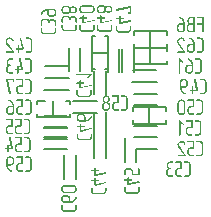
<source format=gbo>
G04*
G04 #@! TF.GenerationSoftware,Altium Limited,Altium Designer,24.4.1 (13)*
G04*
G04 Layer_Color=16776960*
%FSLAX44Y44*%
%MOMM*%
G71*
G04*
G04 #@! TF.SameCoordinates,12DE7ABD-5068-41A5-B1A4-11BDF0A404C9*
G04*
G04*
G04 #@! TF.FilePolarity,Positive*
G04*
G01*
G75*
%ADD11C,0.1500*%
G36*
X528135Y405819D02*
X528360Y405786D01*
X528560Y405744D01*
X528760Y405686D01*
X528943Y405619D01*
X529118Y405544D01*
X529277Y405469D01*
X529418Y405386D01*
X529552Y405303D01*
X529668Y405228D01*
X529768Y405153D01*
X529852Y405086D01*
X529918Y405028D01*
X529960Y404986D01*
X529993Y404953D01*
X530002Y404944D01*
X530152Y404778D01*
X530276Y404603D01*
X530393Y404428D01*
X530485Y404253D01*
X530568Y404086D01*
X530635Y403911D01*
X530693Y403753D01*
X530735Y403595D01*
X530776Y403453D01*
X530801Y403320D01*
X530818Y403203D01*
X530826Y403103D01*
X530835Y403020D01*
X530843Y402953D01*
Y402920D01*
Y402903D01*
Y395605D01*
X530835Y395380D01*
X530801Y395163D01*
X530760Y394955D01*
X530701Y394764D01*
X530635Y394580D01*
X530560Y394414D01*
X530476Y394255D01*
X530393Y394105D01*
X530310Y393980D01*
X530235Y393864D01*
X530160Y393764D01*
X530093Y393681D01*
X530035Y393614D01*
X529993Y393572D01*
X529960Y393539D01*
X529952Y393531D01*
X529785Y393381D01*
X529610Y393247D01*
X529435Y393139D01*
X529260Y393039D01*
X529085Y392956D01*
X528910Y392889D01*
X528752Y392831D01*
X528594Y392789D01*
X528452Y392756D01*
X528319Y392723D01*
X528202Y392706D01*
X528102Y392697D01*
X528019Y392689D01*
X527961Y392681D01*
X525644D01*
X525536Y392689D01*
X525436Y392714D01*
X525353Y392747D01*
X525286Y392789D01*
X525228Y392822D01*
X525195Y392856D01*
X525169Y392881D01*
X525161Y392889D01*
X525103Y392964D01*
X525061Y393047D01*
X525036Y393122D01*
X525011Y393189D01*
X525003Y393247D01*
X524995Y393289D01*
Y393322D01*
Y393331D01*
X525003Y393414D01*
X525028Y393497D01*
X525061Y393572D01*
X525094Y393639D01*
X525128Y393689D01*
X525161Y393731D01*
X525186Y393756D01*
X525195Y393764D01*
X525270Y393831D01*
X525353Y393881D01*
X525428Y393922D01*
X525494Y393947D01*
X525553Y393964D01*
X525603Y393972D01*
X527910D01*
X528035Y393980D01*
X528152Y393989D01*
X528269Y394014D01*
X528377Y394047D01*
X528577Y394122D01*
X528744Y394214D01*
X528819Y394255D01*
X528877Y394297D01*
X528935Y394339D01*
X528985Y394372D01*
X529019Y394405D01*
X529044Y394430D01*
X529060Y394439D01*
X529068Y394447D01*
X529152Y394539D01*
X529227Y394639D01*
X529285Y394730D01*
X529343Y394830D01*
X529385Y394930D01*
X529427Y395030D01*
X529485Y395205D01*
X529518Y395364D01*
X529527Y395430D01*
X529535Y395489D01*
X529543Y395538D01*
Y395572D01*
Y395597D01*
Y395605D01*
Y402903D01*
X529535Y403028D01*
X529527Y403153D01*
X529502Y403270D01*
X529468Y403378D01*
X529393Y403570D01*
X529302Y403745D01*
X529260Y403811D01*
X529218Y403878D01*
X529177Y403936D01*
X529143Y403978D01*
X529110Y404011D01*
X529085Y404036D01*
X529077Y404053D01*
X529068Y404061D01*
X528977Y404145D01*
X528877Y404220D01*
X528785Y404278D01*
X528685Y404336D01*
X528585Y404386D01*
X528485Y404420D01*
X528310Y404478D01*
X528152Y404511D01*
X528085Y404520D01*
X528027Y404528D01*
X527977Y404536D01*
X525644D01*
X525536Y404544D01*
X525436Y404570D01*
X525353Y404603D01*
X525286Y404645D01*
X525228Y404678D01*
X525195Y404711D01*
X525169Y404736D01*
X525161Y404744D01*
X525103Y404819D01*
X525061Y404903D01*
X525036Y404978D01*
X525011Y405044D01*
X525003Y405103D01*
X524995Y405144D01*
Y405178D01*
Y405186D01*
X525003Y405269D01*
X525028Y405353D01*
X525061Y405428D01*
X525094Y405494D01*
X525128Y405544D01*
X525161Y405586D01*
X525186Y405611D01*
X525195Y405619D01*
X525270Y405686D01*
X525353Y405736D01*
X525428Y405778D01*
X525494Y405802D01*
X525553Y405819D01*
X525603Y405827D01*
X527910D01*
X528135Y405819D01*
D02*
G37*
G36*
X522862D02*
X522953Y405802D01*
X523045Y405769D01*
X523112Y405728D01*
X523178Y405677D01*
X523228Y405628D01*
X523270Y405569D01*
X523303Y405511D01*
X523353Y405386D01*
X523378Y405286D01*
Y405244D01*
X523387Y405211D01*
Y405194D01*
Y405186D01*
Y399696D01*
X523378Y399579D01*
X523362Y399487D01*
X523328Y399396D01*
X523287Y399329D01*
X523237Y399263D01*
X523187Y399212D01*
X523128Y399171D01*
X523062Y399137D01*
X522945Y399087D01*
X522845Y399062D01*
X522803D01*
X522770Y399054D01*
X520454D01*
X520329Y399046D01*
X520212Y399038D01*
X520096Y399013D01*
X519987Y398979D01*
X519796Y398904D01*
X519629Y398821D01*
X519554Y398771D01*
X519488Y398729D01*
X519438Y398688D01*
X519388Y398654D01*
X519354Y398621D01*
X519329Y398596D01*
X519313Y398588D01*
X519304Y398579D01*
X519221Y398488D01*
X519146Y398396D01*
X519088Y398296D01*
X519029Y398196D01*
X518979Y398105D01*
X518946Y398004D01*
X518888Y397830D01*
X518854Y397671D01*
X518846Y397605D01*
X518838Y397546D01*
X518829Y397496D01*
Y397463D01*
Y397438D01*
Y397430D01*
Y395605D01*
X518838Y395480D01*
X518846Y395355D01*
X518871Y395238D01*
X518904Y395130D01*
X518979Y394930D01*
X519063Y394764D01*
X519113Y394689D01*
X519154Y394622D01*
X519196Y394572D01*
X519229Y394522D01*
X519263Y394489D01*
X519288Y394464D01*
X519296Y394447D01*
X519304Y394439D01*
X519396Y394355D01*
X519488Y394289D01*
X519588Y394222D01*
X519688Y394172D01*
X519879Y394089D01*
X520054Y394030D01*
X520212Y393997D01*
X520279Y393989D01*
X520337Y393980D01*
X520387Y393972D01*
X522745D01*
X522862Y393964D01*
X522962Y393931D01*
X523045Y393897D01*
X523112Y393847D01*
X523170Y393806D01*
X523203Y393764D01*
X523228Y393731D01*
X523237Y393722D01*
X523287Y393639D01*
X523320Y393556D01*
X523353Y393489D01*
X523370Y393439D01*
X523378Y393389D01*
X523387Y393356D01*
Y393339D01*
Y393331D01*
X523378Y393239D01*
X523362Y393147D01*
X523337Y393064D01*
X523303Y392997D01*
X523270Y392939D01*
X523245Y392897D01*
X523228Y392864D01*
X523220Y392856D01*
X523145Y392798D01*
X523070Y392756D01*
X522987Y392723D01*
X522912Y392706D01*
X522845Y392689D01*
X522795Y392681D01*
X520454D01*
X520229Y392689D01*
X520021Y392714D01*
X519813Y392764D01*
X519621Y392814D01*
X519438Y392881D01*
X519271Y392956D01*
X519113Y393031D01*
X518971Y393114D01*
X518838Y393189D01*
X518721Y393264D01*
X518621Y393339D01*
X518538Y393406D01*
X518471Y393464D01*
X518430Y393506D01*
X518396Y393531D01*
X518388Y393539D01*
X518238Y393706D01*
X518105Y393881D01*
X517988Y394055D01*
X517888Y394230D01*
X517805Y394405D01*
X517738Y394572D01*
X517680Y394739D01*
X517638Y394897D01*
X517605Y395047D01*
X517571Y395180D01*
X517555Y395297D01*
X517547Y395405D01*
X517538Y395489D01*
X517530Y395555D01*
Y395588D01*
Y395605D01*
Y397430D01*
X517538Y397646D01*
X517563Y397863D01*
X517605Y398063D01*
X517663Y398254D01*
X517730Y398429D01*
X517805Y398604D01*
X517880Y398754D01*
X517955Y398904D01*
X518038Y399029D01*
X518113Y399146D01*
X518188Y399246D01*
X518255Y399329D01*
X518305Y399396D01*
X518355Y399437D01*
X518380Y399471D01*
X518388Y399479D01*
X518554Y399629D01*
X518721Y399762D01*
X518896Y399879D01*
X519071Y399979D01*
X519246Y400062D01*
X519421Y400137D01*
X519588Y400196D01*
X519746Y400237D01*
X519888Y400271D01*
X520029Y400304D01*
X520146Y400321D01*
X520254Y400329D01*
X520337Y400337D01*
X520404Y400346D01*
X522087D01*
Y404536D01*
X518180D01*
X518071Y404544D01*
X517971Y404570D01*
X517896Y404603D01*
X517830Y404645D01*
X517771Y404678D01*
X517738Y404711D01*
X517713Y404736D01*
X517705Y404744D01*
X517646Y404819D01*
X517605Y404903D01*
X517571Y404978D01*
X517555Y405044D01*
X517538Y405103D01*
X517530Y405144D01*
Y405178D01*
Y405186D01*
X517538Y405269D01*
X517563Y405353D01*
X517597Y405428D01*
X517630Y405494D01*
X517671Y405544D01*
X517705Y405586D01*
X517730Y405611D01*
X517738Y405619D01*
X517813Y405686D01*
X517888Y405736D01*
X517963Y405778D01*
X518030Y405802D01*
X518096Y405819D01*
X518138Y405827D01*
X522745D01*
X522862Y405819D01*
D02*
G37*
G36*
X513223D02*
X513439Y405786D01*
X513647Y405744D01*
X513839Y405686D01*
X514031Y405619D01*
X514197Y405544D01*
X514356Y405469D01*
X514497Y405386D01*
X514631Y405303D01*
X514747Y405228D01*
X514847Y405153D01*
X514930Y405086D01*
X514997Y405028D01*
X515039Y404986D01*
X515072Y404953D01*
X515080Y404944D01*
X515230Y404778D01*
X515364Y404603D01*
X515472Y404428D01*
X515572Y404253D01*
X515655Y404086D01*
X515722Y403911D01*
X515780Y403753D01*
X515822Y403595D01*
X515855Y403453D01*
X515889Y403320D01*
X515905Y403203D01*
X515914Y403103D01*
X515922Y403020D01*
X515930Y402953D01*
Y402920D01*
Y402903D01*
Y401079D01*
X515922Y400854D01*
X515897Y400637D01*
X515855Y400429D01*
X515797Y400237D01*
X515730Y400046D01*
X515664Y399879D01*
X515580Y399721D01*
X515505Y399579D01*
X515422Y399446D01*
X515347Y399329D01*
X515280Y399229D01*
X515214Y399146D01*
X515155Y399079D01*
X515114Y399038D01*
X515089Y399004D01*
X515080Y398996D01*
X514914Y398846D01*
X514747Y398721D01*
X514572Y398604D01*
X514397Y398513D01*
X514222Y398429D01*
X514047Y398363D01*
X513881Y398304D01*
X513722Y398263D01*
X513573Y398221D01*
X513431Y398196D01*
X513306Y398179D01*
X513206Y398171D01*
X513114Y398163D01*
X513056Y398154D01*
X510457D01*
X510465Y398004D01*
X510490Y397838D01*
X510532Y397671D01*
X510573Y397505D01*
X510623Y397355D01*
X510640Y397296D01*
X510657Y397238D01*
X510673Y397196D01*
X510690Y397163D01*
X510698Y397138D01*
Y397130D01*
X510790Y396888D01*
X510890Y396671D01*
X510981Y396463D01*
X511073Y396288D01*
X511115Y396205D01*
X511148Y396138D01*
X511181Y396080D01*
X511206Y396030D01*
X511231Y395988D01*
X511248Y395955D01*
X511265Y395938D01*
Y395930D01*
X511456Y395655D01*
X511656Y395405D01*
X511748Y395297D01*
X511840Y395188D01*
X511931Y395097D01*
X512015Y395005D01*
X512090Y394930D01*
X512156Y394864D01*
X512223Y394805D01*
X512273Y394755D01*
X512314Y394714D01*
X512348Y394689D01*
X512365Y394672D01*
X512373Y394664D01*
X512523Y394555D01*
X512606Y394497D01*
X513014Y394239D01*
X513298Y394097D01*
X513431Y394030D01*
X513556Y393980D01*
X513656Y393939D01*
X513739Y393905D01*
X513772Y393897D01*
X513797Y393889D01*
X513806Y393881D01*
X513814D01*
X513864Y393864D01*
X513906Y393831D01*
X513972Y393764D01*
X513997Y393731D01*
X514014Y393697D01*
X514031Y393681D01*
Y393672D01*
X514072Y393556D01*
X514097Y393439D01*
Y393397D01*
X514106Y393364D01*
Y393339D01*
Y393331D01*
X514097Y393239D01*
X514081Y393147D01*
X514047Y393064D01*
X514014Y392989D01*
X513989Y392931D01*
X513956Y392889D01*
X513939Y392856D01*
X513931Y392848D01*
X513831Y392789D01*
X513739Y392747D01*
X513656Y392714D01*
X513589Y392697D01*
X513539Y392681D01*
X513506Y392673D01*
X513473D01*
X513239Y392714D01*
X512881Y392873D01*
X512539Y393047D01*
X512223Y393239D01*
X511931Y393439D01*
X511656Y393647D01*
X511406Y393856D01*
X511173Y394072D01*
X510965Y394272D01*
X510782Y394472D01*
X510615Y394655D01*
X510482Y394822D01*
X510365Y394964D01*
X510282Y395089D01*
X510248Y395139D01*
X510215Y395180D01*
X510190Y395214D01*
X510182Y395238D01*
X510165Y395247D01*
Y395255D01*
X509990Y395563D01*
X509832Y395880D01*
X509698Y396197D01*
X509582Y396505D01*
X509482Y396813D01*
X509407Y397113D01*
X509340Y397396D01*
X509282Y397663D01*
X509240Y397913D01*
X509207Y398146D01*
X509190Y398346D01*
X509174Y398513D01*
X509165Y398588D01*
Y398654D01*
X509157Y398713D01*
Y398763D01*
Y398796D01*
Y398821D01*
Y398838D01*
Y398846D01*
Y402903D01*
Y403195D01*
X509207Y403511D01*
X509357Y404028D01*
X509449Y404220D01*
X509565Y404403D01*
X509682Y404578D01*
X509807Y404728D01*
X509915Y404853D01*
X509965Y404903D01*
X510007Y404944D01*
X510040Y404978D01*
X510065Y405003D01*
X510082Y405019D01*
X510090Y405028D01*
X510240Y405169D01*
X510407Y405294D01*
X510565Y405403D01*
X510732Y405494D01*
X510898Y405569D01*
X511065Y405636D01*
X511231Y405686D01*
X511381Y405728D01*
X511523Y405761D01*
X511656Y405786D01*
X511781Y405802D01*
X511881Y405819D01*
X511965D01*
X512031Y405827D01*
X512998D01*
X513223Y405819D01*
D02*
G37*
G36*
X528135Y454061D02*
X528360Y454027D01*
X528560Y453986D01*
X528760Y453927D01*
X528943Y453861D01*
X529118Y453786D01*
X529277Y453711D01*
X529418Y453628D01*
X529552Y453544D01*
X529668Y453469D01*
X529768Y453394D01*
X529852Y453328D01*
X529918Y453269D01*
X529960Y453228D01*
X529993Y453194D01*
X530002Y453186D01*
X530152Y453019D01*
X530276Y452845D01*
X530393Y452669D01*
X530485Y452495D01*
X530568Y452328D01*
X530635Y452153D01*
X530693Y451995D01*
X530735Y451836D01*
X530776Y451695D01*
X530801Y451562D01*
X530818Y451445D01*
X530826Y451345D01*
X530835Y451261D01*
X530843Y451195D01*
Y451162D01*
Y451145D01*
Y443847D01*
X530835Y443622D01*
X530801Y443405D01*
X530760Y443197D01*
X530701Y443005D01*
X530635Y442822D01*
X530560Y442655D01*
X530476Y442497D01*
X530393Y442347D01*
X530310Y442222D01*
X530235Y442105D01*
X530160Y442006D01*
X530093Y441922D01*
X530035Y441856D01*
X529993Y441814D01*
X529960Y441781D01*
X529952Y441772D01*
X529785Y441622D01*
X529610Y441489D01*
X529435Y441381D01*
X529260Y441281D01*
X529085Y441197D01*
X528910Y441131D01*
X528752Y441073D01*
X528594Y441031D01*
X528452Y440998D01*
X528319Y440964D01*
X528202Y440947D01*
X528102Y440939D01*
X528019Y440931D01*
X527961Y440923D01*
X525644D01*
X525536Y440931D01*
X525436Y440956D01*
X525353Y440989D01*
X525286Y441031D01*
X525228Y441064D01*
X525195Y441097D01*
X525169Y441123D01*
X525161Y441131D01*
X525103Y441206D01*
X525061Y441289D01*
X525036Y441364D01*
X525011Y441431D01*
X525003Y441489D01*
X524995Y441531D01*
Y441564D01*
Y441572D01*
X525003Y441656D01*
X525028Y441739D01*
X525061Y441814D01*
X525094Y441881D01*
X525128Y441931D01*
X525161Y441972D01*
X525186Y441997D01*
X525195Y442006D01*
X525270Y442072D01*
X525353Y442122D01*
X525428Y442164D01*
X525494Y442189D01*
X525553Y442206D01*
X525603Y442214D01*
X527910D01*
X528035Y442222D01*
X528152Y442230D01*
X528269Y442256D01*
X528377Y442289D01*
X528577Y442364D01*
X528744Y442455D01*
X528819Y442497D01*
X528877Y442539D01*
X528935Y442580D01*
X528985Y442614D01*
X529019Y442647D01*
X529044Y442672D01*
X529060Y442680D01*
X529068Y442689D01*
X529152Y442780D01*
X529227Y442880D01*
X529285Y442972D01*
X529343Y443072D01*
X529385Y443172D01*
X529427Y443272D01*
X529485Y443447D01*
X529518Y443605D01*
X529527Y443672D01*
X529535Y443730D01*
X529543Y443780D01*
Y443813D01*
Y443838D01*
Y443847D01*
Y451145D01*
X529535Y451270D01*
X529527Y451395D01*
X529502Y451511D01*
X529468Y451620D01*
X529393Y451811D01*
X529302Y451986D01*
X529260Y452053D01*
X529218Y452120D01*
X529177Y452178D01*
X529143Y452220D01*
X529110Y452253D01*
X529085Y452278D01*
X529077Y452295D01*
X529068Y452303D01*
X528977Y452386D01*
X528877Y452461D01*
X528785Y452519D01*
X528685Y452578D01*
X528585Y452628D01*
X528485Y452661D01*
X528310Y452719D01*
X528152Y452753D01*
X528085Y452761D01*
X528027Y452770D01*
X527977Y452778D01*
X525644D01*
X525536Y452786D01*
X525436Y452811D01*
X525353Y452845D01*
X525286Y452886D01*
X525228Y452919D01*
X525195Y452953D01*
X525169Y452978D01*
X525161Y452986D01*
X525103Y453061D01*
X525061Y453144D01*
X525036Y453219D01*
X525011Y453286D01*
X525003Y453344D01*
X524995Y453386D01*
Y453419D01*
Y453428D01*
X525003Y453511D01*
X525028Y453594D01*
X525061Y453669D01*
X525094Y453736D01*
X525128Y453786D01*
X525161Y453828D01*
X525186Y453853D01*
X525195Y453861D01*
X525270Y453927D01*
X525353Y453978D01*
X525428Y454019D01*
X525494Y454044D01*
X525553Y454061D01*
X525603Y454069D01*
X527910D01*
X528135Y454061D01*
D02*
G37*
G36*
X522862D02*
X522953Y454044D01*
X523045Y454011D01*
X523112Y453969D01*
X523178Y453919D01*
X523228Y453869D01*
X523270Y453811D01*
X523303Y453753D01*
X523353Y453628D01*
X523378Y453528D01*
Y453486D01*
X523387Y453453D01*
Y453436D01*
Y453428D01*
Y447937D01*
X523378Y447821D01*
X523362Y447729D01*
X523328Y447637D01*
X523287Y447571D01*
X523237Y447504D01*
X523187Y447454D01*
X523128Y447412D01*
X523062Y447379D01*
X522945Y447329D01*
X522845Y447304D01*
X522803D01*
X522770Y447296D01*
X520454D01*
X520329Y447287D01*
X520212Y447279D01*
X520096Y447254D01*
X519987Y447221D01*
X519796Y447146D01*
X519629Y447063D01*
X519554Y447013D01*
X519488Y446971D01*
X519438Y446929D01*
X519388Y446896D01*
X519354Y446863D01*
X519329Y446838D01*
X519313Y446829D01*
X519304Y446821D01*
X519221Y446729D01*
X519146Y446638D01*
X519088Y446538D01*
X519029Y446438D01*
X518979Y446346D01*
X518946Y446246D01*
X518888Y446071D01*
X518854Y445913D01*
X518846Y445846D01*
X518838Y445788D01*
X518829Y445738D01*
Y445705D01*
Y445680D01*
Y445671D01*
Y443847D01*
X518838Y443722D01*
X518846Y443597D01*
X518871Y443480D01*
X518904Y443372D01*
X518979Y443172D01*
X519063Y443005D01*
X519113Y442930D01*
X519154Y442864D01*
X519196Y442814D01*
X519229Y442764D01*
X519263Y442730D01*
X519288Y442705D01*
X519296Y442689D01*
X519304Y442680D01*
X519396Y442597D01*
X519488Y442530D01*
X519588Y442464D01*
X519688Y442414D01*
X519879Y442331D01*
X520054Y442272D01*
X520212Y442239D01*
X520279Y442230D01*
X520337Y442222D01*
X520387Y442214D01*
X522745D01*
X522862Y442206D01*
X522962Y442172D01*
X523045Y442139D01*
X523112Y442089D01*
X523170Y442047D01*
X523203Y442006D01*
X523228Y441972D01*
X523237Y441964D01*
X523287Y441881D01*
X523320Y441797D01*
X523353Y441731D01*
X523370Y441681D01*
X523378Y441631D01*
X523387Y441597D01*
Y441581D01*
Y441572D01*
X523378Y441481D01*
X523362Y441389D01*
X523337Y441306D01*
X523303Y441239D01*
X523270Y441181D01*
X523245Y441139D01*
X523228Y441106D01*
X523220Y441097D01*
X523145Y441039D01*
X523070Y440998D01*
X522987Y440964D01*
X522912Y440947D01*
X522845Y440931D01*
X522795Y440923D01*
X520454D01*
X520229Y440931D01*
X520021Y440956D01*
X519813Y441006D01*
X519621Y441056D01*
X519438Y441123D01*
X519271Y441197D01*
X519113Y441272D01*
X518971Y441356D01*
X518838Y441431D01*
X518721Y441506D01*
X518621Y441581D01*
X518538Y441647D01*
X518471Y441706D01*
X518430Y441747D01*
X518396Y441772D01*
X518388Y441781D01*
X518238Y441947D01*
X518105Y442122D01*
X517988Y442297D01*
X517888Y442472D01*
X517805Y442647D01*
X517738Y442814D01*
X517680Y442980D01*
X517638Y443139D01*
X517605Y443289D01*
X517571Y443422D01*
X517555Y443539D01*
X517547Y443647D01*
X517538Y443730D01*
X517530Y443797D01*
Y443830D01*
Y443847D01*
Y445671D01*
X517538Y445888D01*
X517563Y446105D01*
X517605Y446305D01*
X517663Y446496D01*
X517730Y446671D01*
X517805Y446846D01*
X517880Y446996D01*
X517955Y447146D01*
X518038Y447271D01*
X518113Y447388D01*
X518188Y447487D01*
X518255Y447571D01*
X518305Y447637D01*
X518355Y447679D01*
X518380Y447712D01*
X518388Y447721D01*
X518554Y447871D01*
X518721Y448004D01*
X518896Y448121D01*
X519071Y448221D01*
X519246Y448304D01*
X519421Y448379D01*
X519588Y448437D01*
X519746Y448479D01*
X519888Y448512D01*
X520029Y448546D01*
X520146Y448562D01*
X520254Y448571D01*
X520337Y448579D01*
X520404Y448587D01*
X522087D01*
Y452778D01*
X518180D01*
X518071Y452786D01*
X517971Y452811D01*
X517896Y452845D01*
X517830Y452886D01*
X517771Y452919D01*
X517738Y452953D01*
X517713Y452978D01*
X517705Y452986D01*
X517646Y453061D01*
X517605Y453144D01*
X517571Y453219D01*
X517555Y453286D01*
X517538Y453344D01*
X517530Y453386D01*
Y453419D01*
Y453428D01*
X517538Y453511D01*
X517563Y453594D01*
X517597Y453669D01*
X517630Y453736D01*
X517671Y453786D01*
X517705Y453828D01*
X517730Y453853D01*
X517738Y453861D01*
X517813Y453927D01*
X517888Y453978D01*
X517963Y454019D01*
X518030Y454044D01*
X518096Y454061D01*
X518138Y454069D01*
X522745D01*
X522862Y454061D01*
D02*
G37*
G36*
X511865Y454027D02*
X512223Y453869D01*
X512564Y453694D01*
X512881Y453503D01*
X513173Y453303D01*
X513447Y453094D01*
X513697Y452886D01*
X513931Y452669D01*
X514131Y452470D01*
X514322Y452270D01*
X514481Y452086D01*
X514614Y451920D01*
X514730Y451778D01*
X514814Y451653D01*
X514847Y451603D01*
X514880Y451562D01*
X514906Y451528D01*
X514914Y451503D01*
X514930Y451495D01*
Y451487D01*
X515105Y451178D01*
X515264Y450862D01*
X515397Y450553D01*
X515505Y450237D01*
X515605Y449929D01*
X515689Y449637D01*
X515755Y449354D01*
X515805Y449087D01*
X515847Y448837D01*
X515880Y448604D01*
X515897Y448404D01*
X515914Y448237D01*
X515922Y448162D01*
Y448096D01*
X515930Y448037D01*
Y447987D01*
Y447954D01*
Y447929D01*
Y447912D01*
Y447904D01*
Y443847D01*
X515922Y443622D01*
X515889Y443405D01*
X515847Y443197D01*
X515789Y443005D01*
X515722Y442814D01*
X515647Y442647D01*
X515564Y442489D01*
X515480Y442347D01*
X515397Y442214D01*
X515314Y442097D01*
X515239Y441997D01*
X515172Y441914D01*
X515114Y441847D01*
X515072Y441806D01*
X515039Y441772D01*
X515030Y441764D01*
X514855Y441614D01*
X514689Y441489D01*
X514506Y441372D01*
X514331Y441281D01*
X514164Y441197D01*
X513997Y441131D01*
X513831Y441073D01*
X513681Y441031D01*
X513539Y440989D01*
X513406Y440964D01*
X513298Y440947D01*
X513198Y440939D01*
X513114Y440931D01*
X513056Y440923D01*
X512090D01*
X511865Y440931D01*
X511648Y440956D01*
X511448Y440998D01*
X511248Y441056D01*
X511073Y441123D01*
X510898Y441189D01*
X510740Y441272D01*
X510598Y441347D01*
X510465Y441431D01*
X510348Y441506D01*
X510248Y441572D01*
X510165Y441639D01*
X510098Y441697D01*
X510057Y441739D01*
X510023Y441764D01*
X510015Y441772D01*
X509865Y441939D01*
X509732Y442105D01*
X509615Y442281D01*
X509515Y442455D01*
X509432Y442630D01*
X509365Y442805D01*
X509307Y442972D01*
X509265Y443130D01*
X509232Y443280D01*
X509199Y443414D01*
X509182Y443539D01*
X509174Y443638D01*
X509165Y443730D01*
X509157Y443797D01*
Y443830D01*
Y443847D01*
Y445671D01*
X509165Y445896D01*
X509190Y446113D01*
X509232Y446321D01*
X509290Y446513D01*
X509357Y446696D01*
X509432Y446863D01*
X509507Y447021D01*
X509582Y447171D01*
X509665Y447296D01*
X509740Y447412D01*
X509815Y447513D01*
X509882Y447596D01*
X509932Y447663D01*
X509982Y447704D01*
X510007Y447737D01*
X510015Y447746D01*
X510182Y447896D01*
X510348Y448029D01*
X510523Y448137D01*
X510698Y448237D01*
X510873Y448321D01*
X511048Y448387D01*
X511215Y448446D01*
X511373Y448487D01*
X511523Y448521D01*
X511665Y448554D01*
X511790Y448571D01*
X511890Y448579D01*
X511981Y448587D01*
X512039Y448596D01*
X514631D01*
X514622Y448745D01*
X514597Y448912D01*
X514556Y449087D01*
X514514Y449245D01*
X514472Y449395D01*
X514447Y449462D01*
X514431Y449512D01*
X514422Y449562D01*
X514406Y449595D01*
X514397Y449612D01*
Y449620D01*
X514306Y449862D01*
X514206Y450079D01*
X514114Y450278D01*
X514031Y450453D01*
X513989Y450528D01*
X513956Y450595D01*
X513922Y450645D01*
X513897Y450695D01*
X513881Y450737D01*
X513864Y450762D01*
X513847Y450778D01*
Y450787D01*
X513747Y450937D01*
X513647Y451070D01*
X513548Y451203D01*
X513456Y451320D01*
X513364Y451428D01*
X513273Y451536D01*
X513189Y451628D01*
X513106Y451711D01*
X513031Y451786D01*
X512964Y451853D01*
X512906Y451911D01*
X512856Y451953D01*
X512814Y451986D01*
X512781Y452020D01*
X512764Y452028D01*
X512756Y452036D01*
X512648Y452120D01*
X512539Y452203D01*
X512439Y452278D01*
X512331Y452353D01*
X512248Y452403D01*
X512173Y452453D01*
X512131Y452478D01*
X512114Y452486D01*
X511790Y452653D01*
X511590Y452744D01*
X511406Y452811D01*
X511323Y452861D01*
X511256Y452919D01*
X511198Y452961D01*
X511156Y453003D01*
X511123Y453044D01*
X511098Y453069D01*
X511082Y453086D01*
Y453094D01*
X511048Y453153D01*
X511031Y453203D01*
X510998Y453311D01*
Y453353D01*
X510990Y453386D01*
Y453411D01*
Y453419D01*
X510998Y453511D01*
X511015Y453594D01*
X511048Y453669D01*
X511073Y453736D01*
X511106Y453794D01*
X511140Y453836D01*
X511156Y453861D01*
X511165Y453869D01*
X511231Y453936D01*
X511306Y453986D01*
X511381Y454027D01*
X511456Y454053D01*
X511515Y454069D01*
X511565Y454077D01*
X511615D01*
X511865Y454027D01*
D02*
G37*
G36*
X656277Y436565D02*
X656369Y436548D01*
X656444Y436515D01*
X656510Y436482D01*
X656561Y436448D01*
X656602Y436415D01*
X656627Y436398D01*
X656636Y436390D01*
X659385Y433632D01*
X659443Y433524D01*
X659485Y433433D01*
X659510Y433366D01*
X659526Y433307D01*
X659543Y433257D01*
X659551Y433232D01*
Y433216D01*
Y433208D01*
X659543Y433107D01*
X659526Y433016D01*
X659493Y432941D01*
X659460Y432874D01*
X659426Y432816D01*
X659393Y432774D01*
X659376Y432749D01*
X659368Y432741D01*
X659293Y432674D01*
X659218Y432633D01*
X659135Y432599D01*
X659060Y432574D01*
X659001Y432558D01*
X658943Y432549D01*
X658902D01*
X658810Y432558D01*
X658718Y432583D01*
X658643Y432608D01*
X658577Y432649D01*
X658527Y432683D01*
X658485Y432708D01*
X658460Y432733D01*
X658452Y432741D01*
X656827Y434649D01*
Y424068D01*
X656819Y423952D01*
X656794Y423843D01*
X656752Y423760D01*
X656710Y423685D01*
X656677Y423627D01*
X656636Y423585D01*
X656610Y423560D01*
X656602Y423552D01*
X656502Y423510D01*
X656411Y423477D01*
X656336Y423460D01*
X656277Y423443D01*
X656236Y423435D01*
X656202Y423427D01*
X656177D01*
X656077Y423435D01*
X655994Y423452D01*
X655911Y423477D01*
X655844Y423510D01*
X655786Y423543D01*
X655744Y423568D01*
X655719Y423585D01*
X655711Y423593D01*
X655652Y423668D01*
X655602Y423743D01*
X655569Y423818D01*
X655552Y423893D01*
X655536Y423968D01*
X655527Y424018D01*
Y424052D01*
Y424068D01*
Y435940D01*
X655536Y436040D01*
X655561Y436132D01*
X655594Y436207D01*
X655627Y436273D01*
X655669Y436332D01*
X655702Y436365D01*
X655727Y436390D01*
X655736Y436398D01*
X655811Y436457D01*
X655894Y436498D01*
X655969Y436532D01*
X656036Y436548D01*
X656094Y436565D01*
X656144Y436573D01*
X656186D01*
X656277Y436565D01*
D02*
G37*
G36*
X671765D02*
X671990Y436532D01*
X672190Y436490D01*
X672390Y436432D01*
X672573Y436365D01*
X672748Y436290D01*
X672906Y436215D01*
X673048Y436132D01*
X673181Y436049D01*
X673298Y435974D01*
X673398Y435899D01*
X673481Y435832D01*
X673548Y435774D01*
X673589Y435732D01*
X673623Y435699D01*
X673631Y435690D01*
X673781Y435524D01*
X673906Y435349D01*
X674023Y435174D01*
X674114Y434999D01*
X674198Y434832D01*
X674264Y434657D01*
X674323Y434499D01*
X674364Y434341D01*
X674406Y434199D01*
X674431Y434066D01*
X674448Y433949D01*
X674456Y433849D01*
X674464Y433766D01*
X674473Y433699D01*
Y433666D01*
Y433649D01*
Y426351D01*
X674464Y426126D01*
X674431Y425909D01*
X674389Y425701D01*
X674331Y425509D01*
X674264Y425326D01*
X674189Y425160D01*
X674106Y425001D01*
X674023Y424851D01*
X673939Y424726D01*
X673864Y424610D01*
X673789Y424510D01*
X673723Y424426D01*
X673664Y424360D01*
X673623Y424318D01*
X673589Y424285D01*
X673581Y424277D01*
X673415Y424127D01*
X673240Y423993D01*
X673065Y423885D01*
X672890Y423785D01*
X672715Y423702D01*
X672540Y423635D01*
X672381Y423577D01*
X672223Y423535D01*
X672082Y423502D01*
X671948Y423468D01*
X671832Y423452D01*
X671732Y423443D01*
X671648Y423435D01*
X671590Y423427D01*
X669274D01*
X669166Y423435D01*
X669066Y423460D01*
X668982Y423493D01*
X668916Y423535D01*
X668857Y423568D01*
X668824Y423602D01*
X668799Y423627D01*
X668791Y423635D01*
X668732Y423710D01*
X668691Y423793D01*
X668666Y423868D01*
X668641Y423935D01*
X668632Y423993D01*
X668624Y424035D01*
Y424068D01*
Y424076D01*
X668632Y424160D01*
X668657Y424243D01*
X668691Y424318D01*
X668724Y424385D01*
X668757Y424435D01*
X668791Y424476D01*
X668816Y424501D01*
X668824Y424510D01*
X668899Y424576D01*
X668982Y424626D01*
X669057Y424668D01*
X669124Y424693D01*
X669182Y424710D01*
X669232Y424718D01*
X671540D01*
X671665Y424726D01*
X671782Y424735D01*
X671898Y424760D01*
X672007Y424793D01*
X672206Y424868D01*
X672373Y424960D01*
X672448Y425001D01*
X672506Y425043D01*
X672565Y425085D01*
X672615Y425118D01*
X672648Y425151D01*
X672673Y425176D01*
X672690Y425185D01*
X672698Y425193D01*
X672781Y425285D01*
X672856Y425384D01*
X672915Y425476D01*
X672973Y425576D01*
X673015Y425676D01*
X673056Y425776D01*
X673115Y425951D01*
X673148Y426109D01*
X673156Y426176D01*
X673165Y426234D01*
X673173Y426284D01*
Y426318D01*
Y426343D01*
Y426351D01*
Y433649D01*
X673165Y433774D01*
X673156Y433899D01*
X673131Y434016D01*
X673098Y434124D01*
X673023Y434316D01*
X672931Y434491D01*
X672890Y434557D01*
X672848Y434624D01*
X672806Y434682D01*
X672773Y434724D01*
X672740Y434757D01*
X672715Y434782D01*
X672706Y434799D01*
X672698Y434807D01*
X672606Y434890D01*
X672506Y434965D01*
X672415Y435024D01*
X672315Y435082D01*
X672215Y435132D01*
X672115Y435165D01*
X671940Y435224D01*
X671782Y435257D01*
X671715Y435265D01*
X671657Y435274D01*
X671607Y435282D01*
X669274D01*
X669166Y435290D01*
X669066Y435315D01*
X668982Y435349D01*
X668916Y435390D01*
X668857Y435424D01*
X668824Y435457D01*
X668799Y435482D01*
X668791Y435490D01*
X668732Y435565D01*
X668691Y435649D01*
X668666Y435723D01*
X668641Y435790D01*
X668632Y435849D01*
X668624Y435890D01*
Y435924D01*
Y435932D01*
X668632Y436015D01*
X668657Y436098D01*
X668691Y436173D01*
X668724Y436240D01*
X668757Y436290D01*
X668791Y436332D01*
X668816Y436357D01*
X668824Y436365D01*
X668899Y436432D01*
X668982Y436482D01*
X669057Y436523D01*
X669124Y436548D01*
X669182Y436565D01*
X669232Y436573D01*
X671540D01*
X671765Y436565D01*
D02*
G37*
G36*
X666491D02*
X666583Y436548D01*
X666675Y436515D01*
X666741Y436473D01*
X666808Y436423D01*
X666858Y436373D01*
X666899Y436315D01*
X666933Y436257D01*
X666983Y436132D01*
X667008Y436032D01*
Y435990D01*
X667016Y435957D01*
Y435940D01*
Y435932D01*
Y430442D01*
X667008Y430325D01*
X666991Y430233D01*
X666958Y430142D01*
X666916Y430075D01*
X666866Y430008D01*
X666816Y429958D01*
X666758Y429917D01*
X666691Y429883D01*
X666575Y429833D01*
X666475Y429808D01*
X666433D01*
X666400Y429800D01*
X664084D01*
X663959Y429792D01*
X663842Y429783D01*
X663725Y429758D01*
X663617Y429725D01*
X663425Y429650D01*
X663259Y429567D01*
X663184Y429517D01*
X663117Y429475D01*
X663067Y429434D01*
X663017Y429400D01*
X662984Y429367D01*
X662959Y429342D01*
X662942Y429333D01*
X662934Y429325D01*
X662850Y429234D01*
X662776Y429142D01*
X662717Y429042D01*
X662659Y428942D01*
X662609Y428850D01*
X662576Y428750D01*
X662517Y428575D01*
X662484Y428417D01*
X662476Y428350D01*
X662467Y428292D01*
X662459Y428242D01*
Y428209D01*
Y428184D01*
Y428176D01*
Y426351D01*
X662467Y426226D01*
X662476Y426101D01*
X662501Y425984D01*
X662534Y425876D01*
X662609Y425676D01*
X662692Y425509D01*
X662742Y425434D01*
X662784Y425368D01*
X662825Y425318D01*
X662859Y425268D01*
X662892Y425235D01*
X662917Y425210D01*
X662925Y425193D01*
X662934Y425185D01*
X663026Y425101D01*
X663117Y425035D01*
X663217Y424968D01*
X663317Y424918D01*
X663509Y424835D01*
X663684Y424776D01*
X663842Y424743D01*
X663909Y424735D01*
X663967Y424726D01*
X664017Y424718D01*
X666375D01*
X666491Y424710D01*
X666591Y424676D01*
X666675Y424643D01*
X666741Y424593D01*
X666799Y424551D01*
X666833Y424510D01*
X666858Y424476D01*
X666866Y424468D01*
X666916Y424385D01*
X666949Y424301D01*
X666983Y424235D01*
X667000Y424185D01*
X667008Y424135D01*
X667016Y424101D01*
Y424085D01*
Y424076D01*
X667008Y423985D01*
X666991Y423893D01*
X666966Y423810D01*
X666933Y423743D01*
X666899Y423685D01*
X666874Y423643D01*
X666858Y423610D01*
X666850Y423602D01*
X666775Y423543D01*
X666700Y423502D01*
X666616Y423468D01*
X666541Y423452D01*
X666475Y423435D01*
X666425Y423427D01*
X664084D01*
X663859Y423435D01*
X663650Y423460D01*
X663442Y423510D01*
X663250Y423560D01*
X663067Y423627D01*
X662900Y423702D01*
X662742Y423777D01*
X662601Y423860D01*
X662467Y423935D01*
X662351Y424010D01*
X662251Y424085D01*
X662167Y424151D01*
X662101Y424210D01*
X662059Y424252D01*
X662026Y424277D01*
X662017Y424285D01*
X661868Y424451D01*
X661734Y424626D01*
X661618Y424801D01*
X661517Y424976D01*
X661434Y425151D01*
X661368Y425318D01*
X661309Y425485D01*
X661268Y425643D01*
X661234Y425793D01*
X661201Y425926D01*
X661184Y426043D01*
X661176Y426151D01*
X661168Y426234D01*
X661159Y426301D01*
Y426334D01*
Y426351D01*
Y428176D01*
X661168Y428392D01*
X661193Y428609D01*
X661234Y428809D01*
X661293Y429000D01*
X661359Y429175D01*
X661434Y429350D01*
X661509Y429500D01*
X661584Y429650D01*
X661667Y429775D01*
X661742Y429892D01*
X661817Y429992D01*
X661884Y430075D01*
X661934Y430142D01*
X661984Y430183D01*
X662009Y430217D01*
X662017Y430225D01*
X662184Y430375D01*
X662351Y430508D01*
X662526Y430625D01*
X662701Y430725D01*
X662876Y430808D01*
X663051Y430883D01*
X663217Y430941D01*
X663375Y430983D01*
X663517Y431016D01*
X663659Y431050D01*
X663775Y431066D01*
X663884Y431075D01*
X663967Y431083D01*
X664034Y431091D01*
X665716D01*
Y435282D01*
X661809D01*
X661701Y435290D01*
X661601Y435315D01*
X661526Y435349D01*
X661459Y435390D01*
X661401Y435424D01*
X661368Y435457D01*
X661343Y435482D01*
X661334Y435490D01*
X661276Y435565D01*
X661234Y435649D01*
X661201Y435723D01*
X661184Y435790D01*
X661168Y435849D01*
X661159Y435890D01*
Y435924D01*
Y435932D01*
X661168Y436015D01*
X661193Y436098D01*
X661226Y436173D01*
X661259Y436240D01*
X661301Y436290D01*
X661334Y436332D01*
X661359Y436357D01*
X661368Y436365D01*
X661443Y436432D01*
X661517Y436482D01*
X661592Y436523D01*
X661659Y436548D01*
X661726Y436565D01*
X661768Y436573D01*
X666375D01*
X666491Y436565D01*
D02*
G37*
G36*
X675785Y524061D02*
X675876Y524044D01*
X675968Y524011D01*
X676035Y523969D01*
X676101Y523919D01*
X676151Y523869D01*
X676193Y523811D01*
X676226Y523753D01*
X676276Y523628D01*
X676301Y523528D01*
Y523486D01*
X676310Y523453D01*
Y523436D01*
Y523428D01*
Y511564D01*
X676301Y511447D01*
X676276Y511339D01*
X676235Y511256D01*
X676193Y511181D01*
X676160Y511123D01*
X676118Y511081D01*
X676093Y511056D01*
X676085Y511048D01*
X675985Y511006D01*
X675893Y510973D01*
X675818Y510956D01*
X675760Y510939D01*
X675718Y510931D01*
X675685Y510923D01*
X675660D01*
X675560Y510931D01*
X675477Y510947D01*
X675393Y510973D01*
X675327Y511006D01*
X675268Y511039D01*
X675227Y511064D01*
X675201Y511081D01*
X675193Y511089D01*
X675135Y511164D01*
X675085Y511239D01*
X675052Y511314D01*
X675035Y511389D01*
X675018Y511464D01*
X675010Y511514D01*
Y511547D01*
Y511564D01*
Y517296D01*
X671111D01*
X671003Y517304D01*
X670903Y517329D01*
X670819Y517363D01*
X670753Y517404D01*
X670694Y517438D01*
X670661Y517471D01*
X670636Y517496D01*
X670628Y517504D01*
X670569Y517579D01*
X670528Y517663D01*
X670503Y517737D01*
X670478Y517804D01*
X670469Y517862D01*
X670461Y517904D01*
Y517937D01*
Y517946D01*
X670469Y518029D01*
X670494Y518112D01*
X670528Y518187D01*
X670561Y518254D01*
X670594Y518304D01*
X670628Y518346D01*
X670653Y518371D01*
X670661Y518379D01*
X670736Y518446D01*
X670819Y518496D01*
X670894Y518537D01*
X670961Y518562D01*
X671019Y518579D01*
X671069Y518587D01*
X675010D01*
Y522778D01*
X671111D01*
X671003Y522786D01*
X670903Y522811D01*
X670819Y522845D01*
X670753Y522886D01*
X670694Y522920D01*
X670661Y522953D01*
X670636Y522978D01*
X670628Y522986D01*
X670569Y523061D01*
X670528Y523144D01*
X670503Y523219D01*
X670478Y523286D01*
X670469Y523344D01*
X670461Y523386D01*
Y523419D01*
Y523428D01*
X670469Y523511D01*
X670494Y523594D01*
X670528Y523669D01*
X670561Y523736D01*
X670594Y523786D01*
X670628Y523828D01*
X670653Y523853D01*
X670661Y523861D01*
X670736Y523927D01*
X670819Y523978D01*
X670894Y524019D01*
X670961Y524044D01*
X671019Y524061D01*
X671069Y524069D01*
X675668D01*
X675785Y524061D01*
D02*
G37*
G36*
X668328D02*
X668420Y524044D01*
X668512Y524011D01*
X668578Y523969D01*
X668645Y523919D01*
X668695Y523869D01*
X668736Y523811D01*
X668770Y523753D01*
X668820Y523628D01*
X668845Y523528D01*
Y523486D01*
X668853Y523453D01*
Y523436D01*
Y523428D01*
Y511564D01*
X668845Y511447D01*
X668828Y511356D01*
X668795Y511264D01*
X668753Y511198D01*
X668703Y511131D01*
X668653Y511081D01*
X668595Y511039D01*
X668528Y511006D01*
X668412Y510956D01*
X668312Y510931D01*
X668270D01*
X668237Y510923D01*
X665013D01*
X664804Y510931D01*
X664604Y510964D01*
X664413Y511006D01*
X664221Y511056D01*
X664046Y511123D01*
X663879Y511198D01*
X663721Y511281D01*
X663579Y511364D01*
X663455Y511439D01*
X663338Y511522D01*
X663230Y511597D01*
X663146Y511664D01*
X663080Y511714D01*
X663030Y511764D01*
X662996Y511789D01*
X662988Y511797D01*
X662830Y511964D01*
X662688Y512139D01*
X662563Y512314D01*
X662455Y512489D01*
X662372Y512664D01*
X662297Y512830D01*
X662238Y512997D01*
X662188Y513147D01*
X662147Y513297D01*
X662122Y513430D01*
X662097Y513547D01*
X662088Y513647D01*
X662080Y513730D01*
X662072Y513797D01*
Y513830D01*
Y513847D01*
Y515671D01*
X662080Y515813D01*
X662088Y515955D01*
X662138Y516230D01*
X662213Y516488D01*
X662255Y516604D01*
X662297Y516713D01*
X662338Y516813D01*
X662380Y516904D01*
X662413Y516979D01*
X662455Y517046D01*
X662480Y517096D01*
X662505Y517138D01*
X662513Y517163D01*
X662522Y517171D01*
X662605Y517304D01*
X662696Y517421D01*
X662788Y517529D01*
X662871Y517629D01*
X662963Y517721D01*
X663046Y517796D01*
X663130Y517862D01*
X663213Y517929D01*
X663288Y517979D01*
X663355Y518021D01*
X663413Y518054D01*
X663463Y518079D01*
X663504Y518104D01*
X663538Y518121D01*
X663555Y518129D01*
X663563D01*
X663388Y518246D01*
X663238Y518387D01*
X663105Y518521D01*
X662996Y518662D01*
X662913Y518779D01*
X662855Y518879D01*
X662830Y518921D01*
X662813Y518946D01*
X662805Y518962D01*
Y518970D01*
X662713Y519187D01*
X662646Y519404D01*
X662605Y519612D01*
X662571Y519812D01*
X662563Y519895D01*
X662555Y519978D01*
X662546Y520053D01*
X662538Y520112D01*
Y520162D01*
Y520195D01*
Y520220D01*
Y520229D01*
Y521145D01*
Y521437D01*
X662588Y521753D01*
X662738Y522270D01*
X662830Y522461D01*
X662946Y522645D01*
X663063Y522820D01*
X663188Y522969D01*
X663296Y523094D01*
X663346Y523144D01*
X663388Y523186D01*
X663421Y523219D01*
X663446Y523244D01*
X663463Y523261D01*
X663471Y523269D01*
X663621Y523411D01*
X663788Y523536D01*
X663946Y523644D01*
X664113Y523736D01*
X664279Y523811D01*
X664446Y523877D01*
X664613Y523927D01*
X664763Y523969D01*
X664904Y524002D01*
X665038Y524027D01*
X665162Y524044D01*
X665262Y524061D01*
X665346D01*
X665412Y524069D01*
X668212D01*
X668328Y524061D01*
D02*
G37*
G36*
X656398Y524027D02*
X656756Y523869D01*
X657098Y523694D01*
X657414Y523503D01*
X657706Y523303D01*
X657981Y523094D01*
X658231Y522886D01*
X658464Y522669D01*
X658664Y522470D01*
X658856Y522270D01*
X659014Y522086D01*
X659147Y521920D01*
X659264Y521778D01*
X659347Y521653D01*
X659381Y521603D01*
X659414Y521562D01*
X659439Y521528D01*
X659447Y521503D01*
X659464Y521495D01*
Y521487D01*
X659639Y521178D01*
X659797Y520862D01*
X659930Y520553D01*
X660039Y520237D01*
X660139Y519929D01*
X660222Y519637D01*
X660289Y519354D01*
X660339Y519087D01*
X660380Y518837D01*
X660414Y518604D01*
X660430Y518404D01*
X660447Y518237D01*
X660455Y518162D01*
Y518096D01*
X660464Y518037D01*
Y517987D01*
Y517954D01*
Y517929D01*
Y517912D01*
Y517904D01*
Y513847D01*
X660455Y513622D01*
X660422Y513405D01*
X660380Y513197D01*
X660322Y513005D01*
X660255Y512814D01*
X660180Y512647D01*
X660097Y512489D01*
X660014Y512347D01*
X659930Y512214D01*
X659847Y512097D01*
X659772Y511997D01*
X659706Y511914D01*
X659647Y511847D01*
X659605Y511806D01*
X659572Y511772D01*
X659564Y511764D01*
X659389Y511614D01*
X659222Y511489D01*
X659039Y511372D01*
X658864Y511281D01*
X658697Y511198D01*
X658531Y511131D01*
X658364Y511073D01*
X658214Y511031D01*
X658073Y510989D01*
X657939Y510964D01*
X657831Y510947D01*
X657731Y510939D01*
X657648Y510931D01*
X657589Y510923D01*
X656623D01*
X656398Y510931D01*
X656181Y510956D01*
X655982Y510998D01*
X655781Y511056D01*
X655607Y511123D01*
X655432Y511189D01*
X655273Y511272D01*
X655132Y511347D01*
X654998Y511431D01*
X654882Y511506D01*
X654782Y511572D01*
X654698Y511639D01*
X654632Y511697D01*
X654590Y511739D01*
X654557Y511764D01*
X654548Y511772D01*
X654398Y511939D01*
X654265Y512106D01*
X654149Y512281D01*
X654049Y512455D01*
X653965Y512630D01*
X653899Y512805D01*
X653840Y512972D01*
X653799Y513130D01*
X653765Y513280D01*
X653732Y513414D01*
X653715Y513539D01*
X653707Y513638D01*
X653699Y513730D01*
X653690Y513797D01*
Y513830D01*
Y513847D01*
Y515671D01*
X653699Y515896D01*
X653724Y516113D01*
X653765Y516321D01*
X653824Y516513D01*
X653890Y516696D01*
X653965Y516863D01*
X654040Y517021D01*
X654115Y517171D01*
X654199Y517296D01*
X654274Y517412D01*
X654349Y517513D01*
X654415Y517596D01*
X654465Y517663D01*
X654515Y517704D01*
X654540Y517737D01*
X654548Y517746D01*
X654715Y517896D01*
X654882Y518029D01*
X655057Y518137D01*
X655232Y518237D01*
X655407Y518321D01*
X655582Y518387D01*
X655748Y518446D01*
X655907Y518487D01*
X656056Y518521D01*
X656198Y518554D01*
X656323Y518571D01*
X656423Y518579D01*
X656515Y518587D01*
X656573Y518596D01*
X659164D01*
X659156Y518745D01*
X659131Y518912D01*
X659089Y519087D01*
X659047Y519245D01*
X659006Y519395D01*
X658981Y519462D01*
X658964Y519512D01*
X658956Y519562D01*
X658939Y519595D01*
X658931Y519612D01*
Y519620D01*
X658839Y519862D01*
X658739Y520079D01*
X658648Y520279D01*
X658564Y520453D01*
X658522Y520528D01*
X658489Y520595D01*
X658456Y520645D01*
X658431Y520695D01*
X658414Y520737D01*
X658398Y520762D01*
X658381Y520778D01*
Y520787D01*
X658281Y520937D01*
X658181Y521070D01*
X658081Y521203D01*
X657989Y521320D01*
X657898Y521428D01*
X657806Y521536D01*
X657723Y521628D01*
X657639Y521711D01*
X657564Y521786D01*
X657498Y521853D01*
X657439Y521911D01*
X657389Y521953D01*
X657348Y521986D01*
X657315Y522020D01*
X657298Y522028D01*
X657290Y522036D01*
X657181Y522120D01*
X657073Y522203D01*
X656973Y522278D01*
X656865Y522353D01*
X656781Y522403D01*
X656706Y522453D01*
X656665Y522478D01*
X656648Y522486D01*
X656323Y522653D01*
X656123Y522744D01*
X655940Y522811D01*
X655856Y522861D01*
X655790Y522920D01*
X655732Y522961D01*
X655690Y523003D01*
X655657Y523044D01*
X655632Y523069D01*
X655615Y523086D01*
Y523094D01*
X655582Y523153D01*
X655565Y523203D01*
X655532Y523311D01*
Y523353D01*
X655523Y523386D01*
Y523411D01*
Y523419D01*
X655532Y523511D01*
X655548Y523594D01*
X655582Y523669D01*
X655607Y523736D01*
X655640Y523794D01*
X655673Y523836D01*
X655690Y523861D01*
X655698Y523869D01*
X655765Y523936D01*
X655840Y523986D01*
X655915Y524027D01*
X655990Y524053D01*
X656048Y524069D01*
X656098Y524077D01*
X656148D01*
X656398Y524027D01*
D02*
G37*
G36*
X566120Y381555D02*
X566328Y381530D01*
X566536Y381480D01*
X566728Y381431D01*
X566911Y381364D01*
X567078Y381289D01*
X567236Y381205D01*
X567378Y381130D01*
X567511Y381047D01*
X567628Y380964D01*
X567728Y380889D01*
X567811Y380822D01*
X567878Y380772D01*
X567919Y380731D01*
X567953Y380697D01*
X567961Y380689D01*
X568111Y380522D01*
X568244Y380356D01*
X568361Y380181D01*
X568461Y379997D01*
X568544Y379823D01*
X568611Y379656D01*
X568669Y379489D01*
X568711Y379331D01*
X568744Y379181D01*
X568778Y379048D01*
X568794Y378931D01*
X568802Y378823D01*
X568811Y378740D01*
X568819Y378673D01*
Y377706D01*
X568811Y377481D01*
X568778Y377265D01*
X568736Y377057D01*
X568678Y376865D01*
X568611Y376673D01*
X568536Y376507D01*
X568461Y376348D01*
X568378Y376207D01*
X568294Y376073D01*
X568219Y375957D01*
X568144Y375857D01*
X568078Y375774D01*
X568019Y375707D01*
X567978Y375665D01*
X567944Y375632D01*
X567936Y375624D01*
X567770Y375474D01*
X567594Y375349D01*
X567420Y375232D01*
X567245Y375140D01*
X567078Y375057D01*
X566903Y374990D01*
X566745Y374932D01*
X566586Y374891D01*
X566445Y374849D01*
X566311Y374824D01*
X566195Y374807D01*
X566095Y374799D01*
X566012Y374790D01*
X565945Y374782D01*
X565912D01*
X565895D01*
X558597D01*
X558372Y374790D01*
X558155Y374824D01*
X557947Y374865D01*
X557755Y374924D01*
X557564Y374990D01*
X557397Y375065D01*
X557239Y375149D01*
X557097Y375232D01*
X556964Y375315D01*
X556847Y375399D01*
X556747Y375474D01*
X556664Y375540D01*
X556597Y375599D01*
X556556Y375640D01*
X556522Y375674D01*
X556514Y375682D01*
X556364Y375857D01*
X556239Y376023D01*
X556122Y376207D01*
X556031Y376382D01*
X555947Y376548D01*
X555881Y376715D01*
X555822Y376882D01*
X555781Y377032D01*
X555739Y377173D01*
X555714Y377307D01*
X555698Y377415D01*
X555689Y377515D01*
X555681Y377598D01*
X555672Y377656D01*
Y378623D01*
X555681Y378848D01*
X555706Y379064D01*
X555756Y379264D01*
X555806Y379464D01*
X555872Y379639D01*
X555947Y379814D01*
X556022Y379972D01*
X556106Y380114D01*
X556181Y380247D01*
X556256Y380364D01*
X556331Y380464D01*
X556397Y380547D01*
X556456Y380614D01*
X556497Y380656D01*
X556522Y380689D01*
X556531Y380697D01*
X556697Y380847D01*
X556872Y380981D01*
X557047Y381097D01*
X557222Y381197D01*
X557397Y381281D01*
X557564Y381356D01*
X557730Y381414D01*
X557889Y381455D01*
X558039Y381489D01*
X558172Y381522D01*
X558288Y381539D01*
X558397Y381547D01*
X558480Y381555D01*
X558547Y381564D01*
X558580D01*
X558597D01*
X565895D01*
X566120Y381555D01*
D02*
G37*
G36*
X560646Y373158D02*
X560863Y373133D01*
X561071Y373091D01*
X561263Y373033D01*
X561446Y372966D01*
X561613Y372891D01*
X561771Y372816D01*
X561921Y372741D01*
X562046Y372658D01*
X562163Y372583D01*
X562262Y372508D01*
X562346Y372441D01*
X562412Y372391D01*
X562454Y372341D01*
X562487Y372316D01*
X562496Y372308D01*
X562646Y372141D01*
X562779Y371974D01*
X562887Y371800D01*
X562987Y371625D01*
X563071Y371450D01*
X563137Y371275D01*
X563196Y371108D01*
X563237Y370950D01*
X563271Y370800D01*
X563304Y370658D01*
X563321Y370533D01*
X563329Y370433D01*
X563337Y370342D01*
X563346Y370283D01*
Y367692D01*
X563495Y367701D01*
X563662Y367726D01*
X563837Y367767D01*
X563995Y367809D01*
X564145Y367851D01*
X564212Y367876D01*
X564262Y367892D01*
X564312Y367901D01*
X564345Y367917D01*
X564362Y367926D01*
X564370D01*
X564612Y368017D01*
X564828Y368117D01*
X565028Y368209D01*
X565203Y368292D01*
X565278Y368334D01*
X565345Y368367D01*
X565395Y368400D01*
X565445Y368425D01*
X565487Y368442D01*
X565512Y368459D01*
X565528Y368475D01*
X565537D01*
X565687Y368575D01*
X565820Y368675D01*
X565953Y368775D01*
X566070Y368867D01*
X566178Y368959D01*
X566287Y369050D01*
X566378Y369134D01*
X566461Y369217D01*
X566536Y369292D01*
X566603Y369358D01*
X566661Y369417D01*
X566703Y369467D01*
X566736Y369509D01*
X566770Y369542D01*
X566778Y369558D01*
X566786Y369567D01*
X566870Y369675D01*
X566953Y369783D01*
X567028Y369883D01*
X567103Y369992D01*
X567153Y370075D01*
X567203Y370150D01*
X567228Y370192D01*
X567236Y370208D01*
X567403Y370533D01*
X567495Y370733D01*
X567561Y370916D01*
X567611Y371000D01*
X567669Y371066D01*
X567711Y371125D01*
X567753Y371166D01*
X567794Y371200D01*
X567819Y371225D01*
X567836Y371241D01*
X567844D01*
X567903Y371275D01*
X567953Y371291D01*
X568061Y371325D01*
X568103D01*
X568136Y371333D01*
X568161D01*
X568169D01*
X568261Y371325D01*
X568344Y371308D01*
X568419Y371275D01*
X568486Y371250D01*
X568544Y371216D01*
X568586Y371183D01*
X568611Y371166D01*
X568619Y371158D01*
X568686Y371091D01*
X568736Y371017D01*
X568778Y370942D01*
X568802Y370867D01*
X568819Y370808D01*
X568828Y370758D01*
Y370708D01*
X568778Y370458D01*
X568619Y370100D01*
X568444Y369758D01*
X568253Y369442D01*
X568053Y369150D01*
X567844Y368875D01*
X567636Y368625D01*
X567420Y368392D01*
X567220Y368192D01*
X567020Y368001D01*
X566836Y367842D01*
X566670Y367709D01*
X566528Y367592D01*
X566403Y367509D01*
X566353Y367476D01*
X566311Y367442D01*
X566278Y367417D01*
X566253Y367409D01*
X566245Y367392D01*
X566236D01*
X565928Y367217D01*
X565612Y367059D01*
X565303Y366926D01*
X564987Y366818D01*
X564679Y366718D01*
X564387Y366634D01*
X564104Y366568D01*
X563837Y366518D01*
X563587Y366476D01*
X563354Y366443D01*
X563154Y366426D01*
X562987Y366409D01*
X562912Y366401D01*
X562846D01*
X562787Y366393D01*
X562737D01*
X562704D01*
X562679D01*
X562662D01*
X562654D01*
X558597D01*
X558372Y366401D01*
X558155Y366434D01*
X557947Y366476D01*
X557755Y366534D01*
X557564Y366601D01*
X557397Y366676D01*
X557239Y366759D01*
X557097Y366842D01*
X556964Y366926D01*
X556847Y367009D01*
X556747Y367084D01*
X556664Y367151D01*
X556597Y367209D01*
X556556Y367251D01*
X556522Y367284D01*
X556514Y367292D01*
X556364Y367467D01*
X556239Y367634D01*
X556122Y367817D01*
X556031Y367992D01*
X555947Y368159D01*
X555881Y368326D01*
X555822Y368492D01*
X555781Y368642D01*
X555739Y368784D01*
X555714Y368917D01*
X555698Y369025D01*
X555689Y369125D01*
X555681Y369209D01*
X555672Y369267D01*
Y370233D01*
X555681Y370458D01*
X555706Y370675D01*
X555747Y370875D01*
X555806Y371075D01*
X555872Y371250D01*
X555939Y371425D01*
X556022Y371583D01*
X556097Y371725D01*
X556181Y371858D01*
X556256Y371974D01*
X556322Y372075D01*
X556389Y372158D01*
X556447Y372225D01*
X556489Y372266D01*
X556514Y372299D01*
X556522Y372308D01*
X556689Y372458D01*
X556856Y372591D01*
X557030Y372708D01*
X557206Y372808D01*
X557380Y372891D01*
X557555Y372958D01*
X557722Y373016D01*
X557880Y373058D01*
X558030Y373091D01*
X558164Y373124D01*
X558288Y373141D01*
X558388Y373149D01*
X558480Y373158D01*
X558547Y373166D01*
X558580D01*
X558597D01*
X560421D01*
X560646Y373158D01*
D02*
G37*
G36*
X568261Y364776D02*
X568344Y364751D01*
X568419Y364718D01*
X568486Y364685D01*
X568536Y364651D01*
X568578Y364618D01*
X568603Y364593D01*
X568611Y364585D01*
X568678Y364510D01*
X568727Y364426D01*
X568769Y364352D01*
X568794Y364285D01*
X568811Y364226D01*
X568819Y364176D01*
Y361869D01*
X568811Y361644D01*
X568778Y361419D01*
X568736Y361219D01*
X568678Y361019D01*
X568611Y360836D01*
X568536Y360661D01*
X568461Y360503D01*
X568378Y360361D01*
X568294Y360228D01*
X568219Y360111D01*
X568144Y360011D01*
X568078Y359928D01*
X568019Y359861D01*
X567978Y359819D01*
X567944Y359786D01*
X567936Y359778D01*
X567770Y359628D01*
X567594Y359503D01*
X567420Y359386D01*
X567245Y359295D01*
X567078Y359211D01*
X566903Y359145D01*
X566745Y359086D01*
X566586Y359044D01*
X566445Y359003D01*
X566311Y358978D01*
X566195Y358961D01*
X566095Y358953D01*
X566012Y358945D01*
X565945Y358936D01*
X565912D01*
X565895D01*
X558597D01*
X558372Y358945D01*
X558155Y358978D01*
X557947Y359020D01*
X557755Y359078D01*
X557572Y359145D01*
X557405Y359220D01*
X557247Y359303D01*
X557097Y359386D01*
X556972Y359469D01*
X556856Y359544D01*
X556756Y359619D01*
X556672Y359686D01*
X556606Y359744D01*
X556564Y359786D01*
X556531Y359819D01*
X556522Y359828D01*
X556372Y359994D01*
X556239Y360169D01*
X556131Y360344D01*
X556031Y360519D01*
X555947Y360694D01*
X555881Y360869D01*
X555822Y361027D01*
X555781Y361186D01*
X555747Y361327D01*
X555714Y361461D01*
X555698Y361577D01*
X555689Y361677D01*
X555681Y361760D01*
X555672Y361819D01*
Y364135D01*
X555681Y364243D01*
X555706Y364343D01*
X555739Y364426D01*
X555781Y364493D01*
X555814Y364551D01*
X555848Y364585D01*
X555872Y364610D01*
X555881Y364618D01*
X555956Y364676D01*
X556039Y364718D01*
X556114Y364743D01*
X556181Y364768D01*
X556239Y364776D01*
X556281Y364785D01*
X556314D01*
X556322D01*
X556406Y364776D01*
X556489Y364751D01*
X556564Y364718D01*
X556631Y364685D01*
X556681Y364651D01*
X556722Y364618D01*
X556747Y364593D01*
X556756Y364585D01*
X556822Y364510D01*
X556872Y364426D01*
X556914Y364352D01*
X556939Y364285D01*
X556956Y364226D01*
X556964Y364176D01*
Y361869D01*
X556972Y361744D01*
X556981Y361627D01*
X557006Y361511D01*
X557039Y361402D01*
X557114Y361202D01*
X557206Y361036D01*
X557247Y360961D01*
X557289Y360902D01*
X557331Y360844D01*
X557364Y360794D01*
X557397Y360761D01*
X557422Y360736D01*
X557430Y360719D01*
X557439Y360711D01*
X557530Y360627D01*
X557630Y360552D01*
X557722Y360494D01*
X557822Y360436D01*
X557922Y360394D01*
X558022Y360353D01*
X558197Y360294D01*
X558355Y360261D01*
X558422Y360252D01*
X558480Y360244D01*
X558530Y360236D01*
X558563D01*
X558588D01*
X558597D01*
X565895D01*
X566020Y360244D01*
X566145Y360252D01*
X566261Y360277D01*
X566370Y360311D01*
X566561Y360386D01*
X566736Y360477D01*
X566803Y360519D01*
X566870Y360561D01*
X566928Y360602D01*
X566970Y360636D01*
X567003Y360669D01*
X567028Y360694D01*
X567045Y360702D01*
X567053Y360711D01*
X567136Y360802D01*
X567211Y360902D01*
X567270Y360994D01*
X567328Y361094D01*
X567378Y361194D01*
X567411Y361294D01*
X567469Y361469D01*
X567503Y361627D01*
X567511Y361694D01*
X567519Y361752D01*
X567528Y361802D01*
Y364135D01*
X567536Y364243D01*
X567561Y364343D01*
X567594Y364426D01*
X567636Y364493D01*
X567669Y364551D01*
X567703Y364585D01*
X567728Y364610D01*
X567736Y364618D01*
X567811Y364676D01*
X567894Y364718D01*
X567969Y364743D01*
X568036Y364768D01*
X568094Y364776D01*
X568136Y364785D01*
X568169D01*
X568178D01*
X568261Y364776D01*
D02*
G37*
G36*
X655811Y489061D02*
X655902Y489044D01*
X655977Y489011D01*
X656044Y488978D01*
X656094Y488944D01*
X656136Y488911D01*
X656161Y488894D01*
X656169Y488886D01*
X658918Y486128D01*
X658977Y486020D01*
X659018Y485928D01*
X659043Y485862D01*
X659060Y485803D01*
X659077Y485753D01*
X659085Y485728D01*
Y485712D01*
Y485703D01*
X659077Y485603D01*
X659060Y485512D01*
X659026Y485437D01*
X658993Y485370D01*
X658960Y485312D01*
X658926Y485270D01*
X658910Y485245D01*
X658902Y485237D01*
X658827Y485170D01*
X658752Y485129D01*
X658668Y485095D01*
X658593Y485070D01*
X658535Y485053D01*
X658477Y485045D01*
X658435D01*
X658343Y485053D01*
X658252Y485079D01*
X658177Y485103D01*
X658110Y485145D01*
X658060Y485178D01*
X658018Y485204D01*
X657993Y485229D01*
X657985Y485237D01*
X656360Y487145D01*
Y476564D01*
X656352Y476447D01*
X656327Y476339D01*
X656286Y476256D01*
X656244Y476181D01*
X656211Y476123D01*
X656169Y476081D01*
X656144Y476056D01*
X656136Y476048D01*
X656036Y476006D01*
X655944Y475973D01*
X655869Y475956D01*
X655811Y475939D01*
X655769Y475931D01*
X655736Y475923D01*
X655711D01*
X655611Y475931D01*
X655527Y475947D01*
X655444Y475973D01*
X655378Y476006D01*
X655319Y476039D01*
X655277Y476064D01*
X655253Y476081D01*
X655244Y476089D01*
X655186Y476164D01*
X655136Y476239D01*
X655102Y476314D01*
X655086Y476389D01*
X655069Y476464D01*
X655061Y476514D01*
Y476547D01*
Y476564D01*
Y488436D01*
X655069Y488536D01*
X655094Y488628D01*
X655127Y488703D01*
X655161Y488769D01*
X655202Y488828D01*
X655236Y488861D01*
X655261Y488886D01*
X655269Y488894D01*
X655344Y488952D01*
X655427Y488994D01*
X655502Y489027D01*
X655569Y489044D01*
X655627Y489061D01*
X655677Y489069D01*
X655719D01*
X655811Y489061D01*
D02*
G37*
G36*
X672232D02*
X672456Y489027D01*
X672656Y488986D01*
X672856Y488927D01*
X673040Y488861D01*
X673215Y488786D01*
X673373Y488711D01*
X673514Y488628D01*
X673648Y488544D01*
X673764Y488469D01*
X673864Y488394D01*
X673948Y488328D01*
X674014Y488269D01*
X674056Y488228D01*
X674089Y488194D01*
X674098Y488186D01*
X674248Y488019D01*
X674373Y487845D01*
X674489Y487669D01*
X674581Y487495D01*
X674664Y487328D01*
X674731Y487153D01*
X674789Y486995D01*
X674831Y486836D01*
X674873Y486695D01*
X674898Y486562D01*
X674914Y486445D01*
X674922Y486345D01*
X674931Y486261D01*
X674939Y486195D01*
Y486162D01*
Y486145D01*
Y478847D01*
X674931Y478622D01*
X674898Y478405D01*
X674856Y478197D01*
X674798Y478005D01*
X674731Y477822D01*
X674656Y477655D01*
X674573Y477497D01*
X674489Y477347D01*
X674406Y477222D01*
X674331Y477105D01*
X674256Y477006D01*
X674189Y476922D01*
X674131Y476856D01*
X674089Y476814D01*
X674056Y476781D01*
X674048Y476772D01*
X673881Y476622D01*
X673706Y476489D01*
X673531Y476381D01*
X673356Y476281D01*
X673181Y476197D01*
X673006Y476131D01*
X672848Y476073D01*
X672690Y476031D01*
X672548Y475998D01*
X672415Y475964D01*
X672298Y475947D01*
X672198Y475939D01*
X672115Y475931D01*
X672057Y475923D01*
X669740D01*
X669632Y475931D01*
X669532Y475956D01*
X669449Y475989D01*
X669382Y476031D01*
X669324Y476064D01*
X669291Y476097D01*
X669266Y476123D01*
X669257Y476131D01*
X669199Y476206D01*
X669157Y476289D01*
X669132Y476364D01*
X669107Y476431D01*
X669099Y476489D01*
X669091Y476531D01*
Y476564D01*
Y476572D01*
X669099Y476656D01*
X669124Y476739D01*
X669157Y476814D01*
X669191Y476881D01*
X669224Y476931D01*
X669257Y476972D01*
X669282Y476997D01*
X669291Y477006D01*
X669365Y477072D01*
X669449Y477122D01*
X669524Y477164D01*
X669591Y477189D01*
X669649Y477206D01*
X669699Y477214D01*
X672007D01*
X672132Y477222D01*
X672248Y477230D01*
X672365Y477256D01*
X672473Y477289D01*
X672673Y477364D01*
X672840Y477455D01*
X672915Y477497D01*
X672973Y477539D01*
X673031Y477580D01*
X673081Y477614D01*
X673115Y477647D01*
X673140Y477672D01*
X673156Y477680D01*
X673165Y477689D01*
X673248Y477780D01*
X673323Y477880D01*
X673381Y477972D01*
X673439Y478072D01*
X673481Y478172D01*
X673523Y478272D01*
X673581Y478447D01*
X673615Y478605D01*
X673623Y478672D01*
X673631Y478730D01*
X673639Y478780D01*
Y478813D01*
Y478838D01*
Y478847D01*
Y486145D01*
X673631Y486270D01*
X673623Y486395D01*
X673598Y486511D01*
X673565Y486620D01*
X673490Y486811D01*
X673398Y486986D01*
X673356Y487053D01*
X673315Y487120D01*
X673273Y487178D01*
X673240Y487220D01*
X673206Y487253D01*
X673181Y487278D01*
X673173Y487295D01*
X673165Y487303D01*
X673073Y487386D01*
X672973Y487461D01*
X672881Y487519D01*
X672781Y487578D01*
X672681Y487628D01*
X672581Y487661D01*
X672406Y487719D01*
X672248Y487753D01*
X672181Y487761D01*
X672123Y487770D01*
X672073Y487778D01*
X669740D01*
X669632Y487786D01*
X669532Y487811D01*
X669449Y487845D01*
X669382Y487886D01*
X669324Y487919D01*
X669291Y487953D01*
X669266Y487978D01*
X669257Y487986D01*
X669199Y488061D01*
X669157Y488144D01*
X669132Y488219D01*
X669107Y488286D01*
X669099Y488344D01*
X669091Y488386D01*
Y488419D01*
Y488428D01*
X669099Y488511D01*
X669124Y488594D01*
X669157Y488669D01*
X669191Y488736D01*
X669224Y488786D01*
X669257Y488828D01*
X669282Y488853D01*
X669291Y488861D01*
X669365Y488927D01*
X669449Y488978D01*
X669524Y489019D01*
X669591Y489044D01*
X669649Y489061D01*
X669699Y489069D01*
X672007D01*
X672232Y489061D01*
D02*
G37*
G36*
X663417Y489027D02*
X663775Y488869D01*
X664117Y488694D01*
X664434Y488503D01*
X664725Y488303D01*
X665000Y488094D01*
X665250Y487886D01*
X665483Y487669D01*
X665683Y487470D01*
X665875Y487270D01*
X666033Y487086D01*
X666166Y486920D01*
X666283Y486778D01*
X666366Y486653D01*
X666400Y486603D01*
X666433Y486562D01*
X666458Y486528D01*
X666466Y486503D01*
X666483Y486495D01*
Y486487D01*
X666658Y486178D01*
X666816Y485862D01*
X666949Y485553D01*
X667058Y485237D01*
X667158Y484929D01*
X667241Y484637D01*
X667308Y484354D01*
X667358Y484087D01*
X667399Y483837D01*
X667433Y483604D01*
X667449Y483404D01*
X667466Y483237D01*
X667474Y483162D01*
Y483096D01*
X667483Y483037D01*
Y482987D01*
Y482954D01*
Y482929D01*
Y482912D01*
Y482904D01*
Y478847D01*
X667474Y478622D01*
X667441Y478405D01*
X667399Y478197D01*
X667341Y478005D01*
X667274Y477814D01*
X667199Y477647D01*
X667116Y477489D01*
X667033Y477347D01*
X666949Y477214D01*
X666866Y477097D01*
X666791Y476997D01*
X666724Y476914D01*
X666666Y476847D01*
X666625Y476806D01*
X666591Y476772D01*
X666583Y476764D01*
X666408Y476614D01*
X666241Y476489D01*
X666058Y476372D01*
X665883Y476281D01*
X665716Y476197D01*
X665550Y476131D01*
X665383Y476073D01*
X665233Y476031D01*
X665092Y475989D01*
X664958Y475964D01*
X664850Y475947D01*
X664750Y475939D01*
X664667Y475931D01*
X664608Y475923D01*
X663642D01*
X663417Y475931D01*
X663201Y475956D01*
X663000Y475998D01*
X662801Y476056D01*
X662626Y476123D01*
X662451Y476189D01*
X662292Y476272D01*
X662151Y476347D01*
X662017Y476431D01*
X661901Y476506D01*
X661801Y476572D01*
X661718Y476639D01*
X661651Y476697D01*
X661609Y476739D01*
X661576Y476764D01*
X661568Y476772D01*
X661418Y476939D01*
X661284Y477105D01*
X661168Y477281D01*
X661068Y477455D01*
X660984Y477630D01*
X660918Y477805D01*
X660859Y477972D01*
X660818Y478130D01*
X660784Y478280D01*
X660751Y478414D01*
X660734Y478539D01*
X660726Y478638D01*
X660718Y478730D01*
X660709Y478797D01*
Y478830D01*
Y478847D01*
Y480671D01*
X660718Y480896D01*
X660743Y481113D01*
X660784Y481321D01*
X660843Y481513D01*
X660909Y481696D01*
X660984Y481863D01*
X661059Y482021D01*
X661134Y482171D01*
X661218Y482296D01*
X661293Y482412D01*
X661368Y482513D01*
X661434Y482596D01*
X661484Y482663D01*
X661534Y482704D01*
X661559Y482737D01*
X661568Y482746D01*
X661734Y482896D01*
X661901Y483029D01*
X662076Y483137D01*
X662251Y483237D01*
X662426Y483321D01*
X662601Y483387D01*
X662767Y483446D01*
X662925Y483487D01*
X663075Y483521D01*
X663217Y483554D01*
X663342Y483571D01*
X663442Y483579D01*
X663534Y483587D01*
X663592Y483596D01*
X666183D01*
X666175Y483745D01*
X666150Y483912D01*
X666108Y484087D01*
X666066Y484245D01*
X666025Y484395D01*
X666000Y484462D01*
X665983Y484512D01*
X665975Y484562D01*
X665958Y484595D01*
X665950Y484612D01*
Y484620D01*
X665858Y484862D01*
X665758Y485079D01*
X665667Y485279D01*
X665583Y485453D01*
X665542Y485528D01*
X665508Y485595D01*
X665475Y485645D01*
X665450Y485695D01*
X665433Y485737D01*
X665417Y485762D01*
X665400Y485778D01*
Y485787D01*
X665300Y485937D01*
X665200Y486070D01*
X665100Y486203D01*
X665008Y486320D01*
X664917Y486428D01*
X664825Y486536D01*
X664742Y486628D01*
X664658Y486711D01*
X664583Y486786D01*
X664517Y486853D01*
X664458Y486911D01*
X664408Y486953D01*
X664367Y486986D01*
X664333Y487020D01*
X664317Y487028D01*
X664308Y487036D01*
X664200Y487120D01*
X664092Y487203D01*
X663992Y487278D01*
X663884Y487353D01*
X663800Y487403D01*
X663725Y487453D01*
X663684Y487478D01*
X663667Y487486D01*
X663342Y487653D01*
X663142Y487744D01*
X662959Y487811D01*
X662876Y487861D01*
X662809Y487919D01*
X662751Y487961D01*
X662709Y488003D01*
X662676Y488044D01*
X662651Y488069D01*
X662634Y488086D01*
Y488094D01*
X662601Y488153D01*
X662584Y488203D01*
X662551Y488311D01*
Y488353D01*
X662542Y488386D01*
Y488411D01*
Y488419D01*
X662551Y488511D01*
X662567Y488594D01*
X662601Y488669D01*
X662626Y488736D01*
X662659Y488794D01*
X662692Y488836D01*
X662709Y488861D01*
X662717Y488869D01*
X662784Y488936D01*
X662859Y488986D01*
X662934Y489027D01*
X663009Y489053D01*
X663067Y489069D01*
X663117Y489077D01*
X663167D01*
X663417Y489027D01*
D02*
G37*
G36*
X657448Y506569D02*
X657631Y506553D01*
X657806Y506527D01*
X657964Y506494D01*
X658123Y506452D01*
X658272Y506403D01*
X658406Y506361D01*
X658531Y506311D01*
X658648Y506253D01*
X658747Y506211D01*
X658839Y506161D01*
X658914Y506119D01*
X658972Y506086D01*
X659014Y506061D01*
X659039Y506044D01*
X659047Y506036D01*
X659206Y505919D01*
X659347Y505786D01*
X659489Y505653D01*
X659614Y505511D01*
X659731Y505361D01*
X659830Y505211D01*
X659922Y505070D01*
X660005Y504920D01*
X660080Y504786D01*
X660147Y504661D01*
X660197Y504545D01*
X660247Y504445D01*
X660280Y504370D01*
X660305Y504303D01*
X660314Y504270D01*
X660322Y504253D01*
X660347Y504086D01*
X660339Y503970D01*
X660314Y503870D01*
X660289Y503787D01*
X660247Y503712D01*
X660214Y503662D01*
X660189Y503620D01*
X660164Y503595D01*
X660155Y503587D01*
X660072Y503528D01*
X659989Y503487D01*
X659905Y503462D01*
X659822Y503445D01*
X659755Y503428D01*
X659697Y503420D01*
X659647D01*
X659522Y503453D01*
X659431Y503487D01*
X659389Y503495D01*
X659364Y503512D01*
X659347Y503520D01*
X659339D01*
X659281Y503570D01*
X659231Y503612D01*
X659197Y503662D01*
X659164Y503703D01*
X659139Y503736D01*
X659122Y503761D01*
X659114Y503778D01*
Y503787D01*
X659047Y503937D01*
X658981Y504078D01*
X658914Y504203D01*
X658847Y504320D01*
X658772Y504428D01*
X658706Y504520D01*
X658639Y504611D01*
X658572Y504678D01*
X658514Y504745D01*
X658464Y504803D01*
X658414Y504845D01*
X658372Y504886D01*
X658339Y504911D01*
X658314Y504928D01*
X658298Y504945D01*
X658289D01*
X658106Y505053D01*
X657914Y505136D01*
X657739Y505195D01*
X657573Y505228D01*
X657431Y505253D01*
X657373Y505261D01*
X657323D01*
X657281Y505270D01*
X657223D01*
X657065Y505261D01*
X656915Y505244D01*
X656773Y505219D01*
X656648Y505186D01*
X656540Y505153D01*
X656465Y505128D01*
X656431Y505120D01*
X656406Y505111D01*
X656398Y505103D01*
X656390D01*
X656240Y505036D01*
X656098Y504961D01*
X655973Y504886D01*
X655865Y504820D01*
X655781Y504753D01*
X655715Y504703D01*
X655673Y504670D01*
X655657Y504653D01*
X655540Y504545D01*
X655432Y504428D01*
X655340Y504311D01*
X655265Y504195D01*
X655198Y504070D01*
X655148Y503961D01*
X655098Y503845D01*
X655065Y503736D01*
X655040Y503637D01*
X655015Y503545D01*
X654998Y503462D01*
X654990Y503395D01*
Y503337D01*
X654982Y503287D01*
Y503262D01*
Y503253D01*
Y503137D01*
X654998Y503020D01*
X655015Y502920D01*
X655032Y502828D01*
X655048Y502745D01*
X655065Y502687D01*
X655073Y502654D01*
X655082Y502637D01*
X655207Y502345D01*
X655398Y501987D01*
X660422Y494397D01*
X660464Y494306D01*
X660489Y494214D01*
Y494172D01*
X660497Y494139D01*
Y494114D01*
Y494106D01*
X660489Y494006D01*
X660472Y493922D01*
X660439Y493839D01*
X660405Y493772D01*
X660380Y493714D01*
X660347Y493664D01*
X660330Y493639D01*
X660322Y493631D01*
X660239Y493564D01*
X660155Y493514D01*
X660072Y493473D01*
X660005Y493447D01*
X659947Y493431D01*
X659897Y493423D01*
X654398D01*
X654290Y493431D01*
X654190Y493456D01*
X654115Y493489D01*
X654049Y493531D01*
X653990Y493564D01*
X653957Y493597D01*
X653932Y493623D01*
X653924Y493631D01*
X653865Y493706D01*
X653824Y493789D01*
X653799Y493864D01*
X653774Y493931D01*
X653765Y493989D01*
X653757Y494031D01*
Y494064D01*
Y494072D01*
X653765Y494156D01*
X653790Y494239D01*
X653824Y494314D01*
X653857Y494381D01*
X653890Y494431D01*
X653924Y494472D01*
X653949Y494497D01*
X653957Y494506D01*
X654032Y494572D01*
X654107Y494622D01*
X654182Y494664D01*
X654249Y494689D01*
X654315Y494706D01*
X654357Y494714D01*
X658806D01*
X654315Y501270D01*
X654190Y501487D01*
X654082Y501687D01*
X653999Y501862D01*
X653924Y502020D01*
X653874Y502145D01*
X653849Y502195D01*
X653832Y502237D01*
X653824Y502270D01*
X653815Y502304D01*
X653807Y502312D01*
Y502320D01*
X653757Y502495D01*
X653724Y502662D01*
X653690Y502820D01*
X653674Y502962D01*
X653665Y503078D01*
X653657Y503170D01*
Y503203D01*
Y503237D01*
Y503245D01*
Y503253D01*
X653665Y503503D01*
X653707Y503736D01*
X653757Y503953D01*
X653824Y504161D01*
X653907Y504345D01*
X653999Y504511D01*
X654099Y504661D01*
X654199Y504795D01*
X654299Y504920D01*
X654398Y505019D01*
X654490Y505103D01*
X654574Y505178D01*
X654640Y505236D01*
X654690Y505270D01*
X654732Y505294D01*
X654740Y505303D01*
X654957Y505528D01*
X655182Y505728D01*
X655398Y505894D01*
X655623Y506036D01*
X655832Y506161D01*
X656040Y506269D01*
X656248Y506353D01*
X656431Y506419D01*
X656606Y506469D01*
X656765Y506511D01*
X656906Y506536D01*
X657031Y506561D01*
X657131Y506569D01*
X657206Y506577D01*
X657264D01*
X657448Y506569D01*
D02*
G37*
G36*
X673635Y506561D02*
X673860Y506527D01*
X674060Y506486D01*
X674260Y506427D01*
X674443Y506361D01*
X674618Y506286D01*
X674777Y506211D01*
X674918Y506128D01*
X675052Y506044D01*
X675168Y505969D01*
X675268Y505894D01*
X675351Y505828D01*
X675418Y505769D01*
X675460Y505728D01*
X675493Y505694D01*
X675501Y505686D01*
X675651Y505519D01*
X675776Y505345D01*
X675893Y505169D01*
X675985Y504995D01*
X676068Y504828D01*
X676135Y504653D01*
X676193Y504495D01*
X676235Y504336D01*
X676276Y504195D01*
X676301Y504062D01*
X676318Y503945D01*
X676326Y503845D01*
X676335Y503761D01*
X676343Y503695D01*
Y503662D01*
Y503645D01*
Y496347D01*
X676335Y496122D01*
X676301Y495905D01*
X676260Y495697D01*
X676201Y495505D01*
X676135Y495322D01*
X676060Y495155D01*
X675976Y494997D01*
X675893Y494847D01*
X675810Y494722D01*
X675735Y494605D01*
X675660Y494506D01*
X675593Y494422D01*
X675535Y494356D01*
X675493Y494314D01*
X675460Y494281D01*
X675452Y494272D01*
X675285Y494122D01*
X675110Y493989D01*
X674935Y493881D01*
X674760Y493781D01*
X674585Y493697D01*
X674410Y493631D01*
X674252Y493573D01*
X674093Y493531D01*
X673952Y493498D01*
X673819Y493464D01*
X673702Y493447D01*
X673602Y493439D01*
X673519Y493431D01*
X673460Y493423D01*
X671144D01*
X671036Y493431D01*
X670936Y493456D01*
X670853Y493489D01*
X670786Y493531D01*
X670728Y493564D01*
X670694Y493597D01*
X670669Y493623D01*
X670661Y493631D01*
X670603Y493706D01*
X670561Y493789D01*
X670536Y493864D01*
X670511Y493931D01*
X670503Y493989D01*
X670494Y494031D01*
Y494064D01*
Y494072D01*
X670503Y494156D01*
X670528Y494239D01*
X670561Y494314D01*
X670594Y494381D01*
X670628Y494431D01*
X670661Y494472D01*
X670686Y494497D01*
X670694Y494506D01*
X670769Y494572D01*
X670853Y494622D01*
X670928Y494664D01*
X670994Y494689D01*
X671053Y494706D01*
X671103Y494714D01*
X673410D01*
X673535Y494722D01*
X673652Y494730D01*
X673769Y494756D01*
X673877Y494789D01*
X674077Y494864D01*
X674243Y494955D01*
X674318Y494997D01*
X674377Y495039D01*
X674435Y495080D01*
X674485Y495114D01*
X674518Y495147D01*
X674543Y495172D01*
X674560Y495180D01*
X674568Y495189D01*
X674652Y495280D01*
X674727Y495380D01*
X674785Y495472D01*
X674843Y495572D01*
X674885Y495672D01*
X674927Y495772D01*
X674985Y495947D01*
X675018Y496105D01*
X675027Y496172D01*
X675035Y496230D01*
X675043Y496280D01*
Y496313D01*
Y496338D01*
Y496347D01*
Y503645D01*
X675035Y503770D01*
X675027Y503895D01*
X675002Y504011D01*
X674968Y504120D01*
X674893Y504311D01*
X674802Y504486D01*
X674760Y504553D01*
X674718Y504620D01*
X674677Y504678D01*
X674643Y504720D01*
X674610Y504753D01*
X674585Y504778D01*
X674577Y504795D01*
X674568Y504803D01*
X674477Y504886D01*
X674377Y504961D01*
X674285Y505019D01*
X674185Y505078D01*
X674085Y505128D01*
X673985Y505161D01*
X673810Y505219D01*
X673652Y505253D01*
X673585Y505261D01*
X673527Y505270D01*
X673477Y505278D01*
X671144D01*
X671036Y505286D01*
X670936Y505311D01*
X670853Y505345D01*
X670786Y505386D01*
X670728Y505419D01*
X670694Y505453D01*
X670669Y505478D01*
X670661Y505486D01*
X670603Y505561D01*
X670561Y505644D01*
X670536Y505719D01*
X670511Y505786D01*
X670503Y505844D01*
X670494Y505886D01*
Y505919D01*
Y505928D01*
X670503Y506011D01*
X670528Y506094D01*
X670561Y506169D01*
X670594Y506236D01*
X670628Y506286D01*
X670661Y506328D01*
X670686Y506353D01*
X670694Y506361D01*
X670769Y506427D01*
X670853Y506478D01*
X670928Y506519D01*
X670994Y506544D01*
X671053Y506561D01*
X671103Y506569D01*
X673410D01*
X673635Y506561D01*
D02*
G37*
G36*
X664821Y506527D02*
X665179Y506369D01*
X665521Y506194D01*
X665837Y506003D01*
X666129Y505803D01*
X666404Y505594D01*
X666654Y505386D01*
X666887Y505169D01*
X667087Y504970D01*
X667279Y504770D01*
X667437Y504586D01*
X667570Y504420D01*
X667687Y504278D01*
X667770Y504153D01*
X667803Y504103D01*
X667837Y504062D01*
X667862Y504028D01*
X667870Y504003D01*
X667887Y503995D01*
Y503987D01*
X668062Y503678D01*
X668220Y503362D01*
X668353Y503053D01*
X668462Y502737D01*
X668562Y502429D01*
X668645Y502137D01*
X668711Y501854D01*
X668762Y501587D01*
X668803Y501337D01*
X668837Y501104D01*
X668853Y500904D01*
X668870Y500737D01*
X668878Y500662D01*
Y500596D01*
X668886Y500537D01*
Y500487D01*
Y500454D01*
Y500429D01*
Y500412D01*
Y500404D01*
Y496347D01*
X668878Y496122D01*
X668845Y495905D01*
X668803Y495697D01*
X668745Y495505D01*
X668678Y495314D01*
X668603Y495147D01*
X668520Y494989D01*
X668437Y494847D01*
X668353Y494714D01*
X668270Y494597D01*
X668195Y494497D01*
X668128Y494414D01*
X668070Y494347D01*
X668028Y494306D01*
X667995Y494272D01*
X667987Y494264D01*
X667812Y494114D01*
X667645Y493989D01*
X667462Y493872D01*
X667287Y493781D01*
X667120Y493697D01*
X666954Y493631D01*
X666787Y493573D01*
X666637Y493531D01*
X666495Y493489D01*
X666362Y493464D01*
X666254Y493447D01*
X666154Y493439D01*
X666070Y493431D01*
X666012Y493423D01*
X665046D01*
X664821Y493431D01*
X664604Y493456D01*
X664404Y493498D01*
X664204Y493556D01*
X664029Y493623D01*
X663855Y493689D01*
X663696Y493772D01*
X663555Y493847D01*
X663421Y493931D01*
X663305Y494006D01*
X663205Y494072D01*
X663121Y494139D01*
X663055Y494197D01*
X663013Y494239D01*
X662980Y494264D01*
X662971Y494272D01*
X662821Y494439D01*
X662688Y494605D01*
X662571Y494781D01*
X662471Y494955D01*
X662388Y495130D01*
X662321Y495305D01*
X662263Y495472D01*
X662222Y495630D01*
X662188Y495780D01*
X662155Y495914D01*
X662138Y496039D01*
X662130Y496138D01*
X662122Y496230D01*
X662113Y496297D01*
Y496330D01*
Y496347D01*
Y498171D01*
X662122Y498396D01*
X662147Y498613D01*
X662188Y498821D01*
X662246Y499013D01*
X662313Y499196D01*
X662388Y499363D01*
X662463Y499521D01*
X662538Y499671D01*
X662621Y499796D01*
X662696Y499912D01*
X662771Y500013D01*
X662838Y500096D01*
X662888Y500162D01*
X662938Y500204D01*
X662963Y500237D01*
X662971Y500246D01*
X663138Y500396D01*
X663305Y500529D01*
X663480Y500637D01*
X663654Y500737D01*
X663829Y500821D01*
X664004Y500887D01*
X664171Y500946D01*
X664329Y500987D01*
X664479Y501021D01*
X664621Y501054D01*
X664746Y501071D01*
X664846Y501079D01*
X664938Y501087D01*
X664996Y501096D01*
X667587D01*
X667579Y501245D01*
X667553Y501412D01*
X667512Y501587D01*
X667470Y501745D01*
X667429Y501895D01*
X667403Y501962D01*
X667387Y502012D01*
X667378Y502062D01*
X667362Y502095D01*
X667354Y502112D01*
Y502120D01*
X667262Y502362D01*
X667162Y502579D01*
X667070Y502778D01*
X666987Y502953D01*
X666945Y503028D01*
X666912Y503095D01*
X666879Y503145D01*
X666854Y503195D01*
X666837Y503237D01*
X666820Y503262D01*
X666804Y503278D01*
Y503287D01*
X666704Y503437D01*
X666604Y503570D01*
X666504Y503703D01*
X666412Y503820D01*
X666320Y503928D01*
X666229Y504036D01*
X666145Y504128D01*
X666062Y504211D01*
X665987Y504286D01*
X665921Y504353D01*
X665862Y504411D01*
X665812Y504453D01*
X665771Y504486D01*
X665737Y504520D01*
X665721Y504528D01*
X665712Y504536D01*
X665604Y504620D01*
X665496Y504703D01*
X665396Y504778D01*
X665287Y504853D01*
X665204Y504903D01*
X665129Y504953D01*
X665088Y504978D01*
X665071Y504986D01*
X664746Y505153D01*
X664546Y505244D01*
X664363Y505311D01*
X664279Y505361D01*
X664213Y505419D01*
X664154Y505461D01*
X664113Y505503D01*
X664079Y505544D01*
X664054Y505569D01*
X664038Y505586D01*
Y505594D01*
X664004Y505653D01*
X663988Y505703D01*
X663954Y505811D01*
Y505853D01*
X663946Y505886D01*
Y505911D01*
Y505919D01*
X663954Y506011D01*
X663971Y506094D01*
X664004Y506169D01*
X664029Y506236D01*
X664063Y506294D01*
X664096Y506336D01*
X664113Y506361D01*
X664121Y506369D01*
X664188Y506436D01*
X664263Y506486D01*
X664338Y506527D01*
X664413Y506553D01*
X664471Y506569D01*
X664521Y506577D01*
X664571D01*
X664821Y506527D01*
D02*
G37*
G36*
X581374Y533805D02*
X581582Y533780D01*
X581791Y533731D01*
X581982Y533680D01*
X582165Y533614D01*
X582332Y533539D01*
X582490Y533456D01*
X582632Y533381D01*
X582765Y533297D01*
X582882Y533214D01*
X582982Y533139D01*
X583065Y533072D01*
X583132Y533022D01*
X583173Y532981D01*
X583207Y532947D01*
X583215Y532939D01*
X583365Y532772D01*
X583498Y532606D01*
X583615Y532431D01*
X583715Y532248D01*
X583798Y532072D01*
X583865Y531906D01*
X583923Y531739D01*
X583965Y531581D01*
X583998Y531431D01*
X584032Y531298D01*
X584048Y531181D01*
X584057Y531073D01*
X584065Y530989D01*
X584073Y530923D01*
Y529956D01*
X584065Y529731D01*
X584032Y529515D01*
X583990Y529307D01*
X583932Y529115D01*
X583865Y528923D01*
X583790Y528757D01*
X583715Y528598D01*
X583632Y528457D01*
X583548Y528324D01*
X583474Y528207D01*
X583399Y528107D01*
X583332Y528024D01*
X583274Y527957D01*
X583232Y527915D01*
X583199Y527882D01*
X583190Y527874D01*
X583024Y527724D01*
X582849Y527599D01*
X582674Y527482D01*
X582499Y527390D01*
X582332Y527307D01*
X582157Y527240D01*
X581999Y527182D01*
X581841Y527141D01*
X581699Y527099D01*
X581566Y527074D01*
X581449Y527057D01*
X581349Y527049D01*
X581266Y527040D01*
X581199Y527032D01*
X581166D01*
X581149D01*
X573851D01*
X573626Y527040D01*
X573409Y527074D01*
X573201Y527116D01*
X573009Y527174D01*
X572818Y527240D01*
X572651Y527315D01*
X572493Y527399D01*
X572351Y527482D01*
X572218Y527565D01*
X572101Y527649D01*
X572001Y527724D01*
X571918Y527790D01*
X571851Y527849D01*
X571810Y527890D01*
X571777Y527924D01*
X571768Y527932D01*
X571618Y528107D01*
X571493Y528274D01*
X571377Y528457D01*
X571285Y528632D01*
X571202Y528798D01*
X571135Y528965D01*
X571077Y529132D01*
X571035Y529282D01*
X570993Y529423D01*
X570968Y529557D01*
X570952Y529665D01*
X570943Y529765D01*
X570935Y529848D01*
X570927Y529906D01*
Y530873D01*
X570935Y531098D01*
X570960Y531314D01*
X571010Y531514D01*
X571060Y531714D01*
X571127Y531889D01*
X571202Y532064D01*
X571277Y532223D01*
X571360Y532364D01*
X571435Y532497D01*
X571510Y532614D01*
X571585Y532714D01*
X571651Y532797D01*
X571710Y532864D01*
X571752Y532906D01*
X571777Y532939D01*
X571785Y532947D01*
X571951Y533097D01*
X572126Y533231D01*
X572301Y533347D01*
X572476Y533447D01*
X572651Y533531D01*
X572818Y533605D01*
X572985Y533664D01*
X573143Y533705D01*
X573293Y533739D01*
X573426Y533772D01*
X573543Y533789D01*
X573651Y533797D01*
X573734Y533805D01*
X573801Y533814D01*
X573834D01*
X573851D01*
X581149D01*
X581374Y533805D01*
D02*
G37*
G36*
X574401Y525408D02*
X574484Y525383D01*
X574559Y525349D01*
X574626Y525316D01*
X574676Y525274D01*
X574717Y525241D01*
X574742Y525216D01*
X574751Y525208D01*
X574817Y525133D01*
X574867Y525058D01*
X574909Y524983D01*
X574934Y524916D01*
X574951Y524849D01*
X574959Y524808D01*
Y523583D01*
X577067D01*
X577175Y523575D01*
X577267Y523550D01*
X577350Y523516D01*
X577417Y523475D01*
X577467Y523433D01*
X577500Y523400D01*
X577525Y523375D01*
X577533Y523366D01*
X577592Y523292D01*
X577633Y523208D01*
X577667Y523142D01*
X577683Y523075D01*
X577700Y523017D01*
X577708Y522975D01*
Y522933D01*
X577700Y522833D01*
X577675Y522742D01*
X577642Y522667D01*
X577600Y522600D01*
X577558Y522542D01*
X577525Y522500D01*
X577500Y522475D01*
X577492Y522467D01*
X577408Y522408D01*
X577333Y522358D01*
X577258Y522325D01*
X577200Y522308D01*
X577142Y522292D01*
X577100Y522283D01*
X577075D01*
X577067D01*
X574959D01*
Y520034D01*
X583307Y521742D01*
X583457Y521758D01*
X583548Y521750D01*
X583640Y521725D01*
X583715Y521692D01*
X583782Y521659D01*
X583832Y521617D01*
X583865Y521584D01*
X583890Y521559D01*
X583898Y521550D01*
X583957Y521475D01*
X583998Y521392D01*
X584032Y521309D01*
X584048Y521242D01*
X584065Y521175D01*
X584073Y521125D01*
Y521075D01*
X583957Y520717D01*
X583898Y520650D01*
X583823Y520592D01*
X583757Y520550D01*
X583682Y520517D01*
X583623Y520492D01*
X583573Y520476D01*
X583540Y520467D01*
X583523D01*
X574426Y518643D01*
X574309Y518634D01*
X574209Y518643D01*
X574118Y518659D01*
X574034Y518693D01*
X573968Y518726D01*
X573918Y518759D01*
X573876Y518793D01*
X573851Y518809D01*
X573843Y518818D01*
X573784Y518893D01*
X573743Y518968D01*
X573709Y519043D01*
X573693Y519118D01*
X573676Y519184D01*
X573668Y519234D01*
Y522283D01*
X571568D01*
X571451Y522292D01*
X571343Y522317D01*
X571260Y522358D01*
X571185Y522400D01*
X571127Y522433D01*
X571085Y522475D01*
X571060Y522500D01*
X571052Y522508D01*
X571010Y522608D01*
X570977Y522700D01*
X570960Y522775D01*
X570943Y522833D01*
X570935Y522875D01*
X570927Y522908D01*
Y522933D01*
X570935Y523033D01*
X570952Y523116D01*
X570977Y523200D01*
X571010Y523266D01*
X571043Y523325D01*
X571068Y523366D01*
X571085Y523391D01*
X571093Y523400D01*
X571168Y523458D01*
X571243Y523508D01*
X571318Y523541D01*
X571393Y523558D01*
X571468Y523575D01*
X571518Y523583D01*
X571552D01*
X571568D01*
X573668D01*
Y524766D01*
X573676Y524874D01*
X573701Y524974D01*
X573734Y525049D01*
X573776Y525116D01*
X573809Y525174D01*
X573843Y525208D01*
X573868Y525233D01*
X573876Y525241D01*
X573951Y525299D01*
X574034Y525341D01*
X574109Y525374D01*
X574176Y525391D01*
X574234Y525408D01*
X574276Y525416D01*
X574309D01*
X574318D01*
X574401Y525408D01*
D02*
G37*
G36*
X583515Y517026D02*
X583598Y517001D01*
X583673Y516968D01*
X583740Y516935D01*
X583790Y516901D01*
X583832Y516868D01*
X583857Y516843D01*
X583865Y516835D01*
X583932Y516760D01*
X583982Y516676D01*
X584023Y516601D01*
X584048Y516535D01*
X584065Y516477D01*
X584073Y516427D01*
Y514119D01*
X584065Y513894D01*
X584032Y513669D01*
X583990Y513469D01*
X583932Y513269D01*
X583865Y513086D01*
X583790Y512911D01*
X583715Y512752D01*
X583632Y512611D01*
X583548Y512478D01*
X583474Y512361D01*
X583399Y512261D01*
X583332Y512178D01*
X583274Y512111D01*
X583232Y512069D01*
X583199Y512036D01*
X583190Y512028D01*
X583024Y511878D01*
X582849Y511753D01*
X582674Y511636D01*
X582499Y511544D01*
X582332Y511461D01*
X582157Y511395D01*
X581999Y511336D01*
X581841Y511295D01*
X581699Y511253D01*
X581566Y511228D01*
X581449Y511211D01*
X581349Y511203D01*
X581266Y511195D01*
X581199Y511186D01*
X581166D01*
X581149D01*
X573851D01*
X573626Y511195D01*
X573409Y511228D01*
X573201Y511269D01*
X573009Y511328D01*
X572826Y511395D01*
X572660Y511469D01*
X572501Y511553D01*
X572351Y511636D01*
X572226Y511719D01*
X572110Y511794D01*
X572010Y511869D01*
X571926Y511936D01*
X571860Y511994D01*
X571818Y512036D01*
X571785Y512069D01*
X571777Y512078D01*
X571627Y512244D01*
X571493Y512419D01*
X571385Y512594D01*
X571285Y512769D01*
X571202Y512944D01*
X571135Y513119D01*
X571077Y513277D01*
X571035Y513436D01*
X571002Y513577D01*
X570968Y513711D01*
X570952Y513827D01*
X570943Y513927D01*
X570935Y514011D01*
X570927Y514069D01*
Y516385D01*
X570935Y516493D01*
X570960Y516593D01*
X570993Y516676D01*
X571035Y516743D01*
X571068Y516801D01*
X571102Y516835D01*
X571127Y516860D01*
X571135Y516868D01*
X571210Y516926D01*
X571293Y516968D01*
X571368Y516993D01*
X571435Y517018D01*
X571493Y517026D01*
X571535Y517035D01*
X571568D01*
X571576D01*
X571660Y517026D01*
X571743Y517001D01*
X571818Y516968D01*
X571885Y516935D01*
X571935Y516901D01*
X571976Y516868D01*
X572001Y516843D01*
X572010Y516835D01*
X572076Y516760D01*
X572126Y516676D01*
X572168Y516601D01*
X572193Y516535D01*
X572210Y516477D01*
X572218Y516427D01*
Y514119D01*
X572226Y513994D01*
X572235Y513877D01*
X572260Y513761D01*
X572293Y513652D01*
X572368Y513452D01*
X572460Y513286D01*
X572501Y513211D01*
X572543Y513152D01*
X572585Y513094D01*
X572618Y513044D01*
X572651Y513011D01*
X572676Y512986D01*
X572685Y512969D01*
X572693Y512961D01*
X572785Y512878D01*
X572884Y512803D01*
X572976Y512744D01*
X573076Y512686D01*
X573176Y512644D01*
X573276Y512603D01*
X573451Y512544D01*
X573609Y512511D01*
X573676Y512503D01*
X573734Y512494D01*
X573784Y512486D01*
X573818D01*
X573843D01*
X573851D01*
X581149D01*
X581274Y512494D01*
X581399Y512503D01*
X581516Y512528D01*
X581624Y512561D01*
X581815Y512636D01*
X581991Y512728D01*
X582057Y512769D01*
X582124Y512811D01*
X582182Y512853D01*
X582224Y512886D01*
X582257Y512919D01*
X582282Y512944D01*
X582299Y512952D01*
X582307Y512961D01*
X582390Y513052D01*
X582465Y513152D01*
X582524Y513244D01*
X582582Y513344D01*
X582632Y513444D01*
X582665Y513544D01*
X582724Y513719D01*
X582757Y513877D01*
X582765Y513944D01*
X582774Y514002D01*
X582782Y514052D01*
Y516385D01*
X582790Y516493D01*
X582815Y516593D01*
X582849Y516676D01*
X582890Y516743D01*
X582924Y516801D01*
X582957Y516835D01*
X582982Y516860D01*
X582990Y516868D01*
X583065Y516926D01*
X583148Y516968D01*
X583223Y516993D01*
X583290Y517018D01*
X583349Y517026D01*
X583390Y517035D01*
X583424D01*
X583432D01*
X583515Y517026D01*
D02*
G37*
G36*
X609385Y457565D02*
X609610Y457532D01*
X609810Y457490D01*
X610010Y457432D01*
X610193Y457365D01*
X610368Y457290D01*
X610527Y457215D01*
X610668Y457132D01*
X610802Y457048D01*
X610918Y456973D01*
X611018Y456898D01*
X611102Y456832D01*
X611168Y456773D01*
X611210Y456732D01*
X611243Y456699D01*
X611252Y456690D01*
X611402Y456524D01*
X611526Y456349D01*
X611643Y456174D01*
X611735Y455999D01*
X611818Y455832D01*
X611885Y455657D01*
X611943Y455499D01*
X611985Y455341D01*
X612026Y455199D01*
X612051Y455066D01*
X612068Y454949D01*
X612076Y454849D01*
X612085Y454766D01*
X612093Y454699D01*
Y454666D01*
Y454649D01*
Y447351D01*
X612085Y447126D01*
X612051Y446909D01*
X612010Y446701D01*
X611951Y446510D01*
X611885Y446326D01*
X611810Y446160D01*
X611726Y446001D01*
X611643Y445851D01*
X611560Y445726D01*
X611485Y445610D01*
X611410Y445510D01*
X611343Y445426D01*
X611285Y445360D01*
X611243Y445318D01*
X611210Y445285D01*
X611202Y445276D01*
X611035Y445126D01*
X610860Y444993D01*
X610685Y444885D01*
X610510Y444785D01*
X610335Y444702D01*
X610160Y444635D01*
X610002Y444577D01*
X609844Y444535D01*
X609702Y444502D01*
X609569Y444468D01*
X609452Y444452D01*
X609352Y444443D01*
X609269Y444435D01*
X609211Y444427D01*
X606894D01*
X606786Y444435D01*
X606686Y444460D01*
X606603Y444493D01*
X606536Y444535D01*
X606478Y444568D01*
X606445Y444602D01*
X606419Y444627D01*
X606411Y444635D01*
X606353Y444710D01*
X606311Y444793D01*
X606286Y444868D01*
X606261Y444935D01*
X606253Y444993D01*
X606245Y445035D01*
Y445068D01*
Y445076D01*
X606253Y445160D01*
X606278Y445243D01*
X606311Y445318D01*
X606344Y445385D01*
X606378Y445435D01*
X606411Y445476D01*
X606436Y445501D01*
X606445Y445510D01*
X606520Y445576D01*
X606603Y445626D01*
X606678Y445668D01*
X606744Y445693D01*
X606803Y445710D01*
X606853Y445718D01*
X609160D01*
X609285Y445726D01*
X609402Y445735D01*
X609519Y445760D01*
X609627Y445793D01*
X609827Y445868D01*
X609994Y445960D01*
X610069Y446001D01*
X610127Y446043D01*
X610185Y446085D01*
X610235Y446118D01*
X610269Y446151D01*
X610294Y446176D01*
X610310Y446185D01*
X610318Y446193D01*
X610402Y446285D01*
X610477Y446385D01*
X610535Y446476D01*
X610593Y446576D01*
X610635Y446676D01*
X610677Y446776D01*
X610735Y446951D01*
X610768Y447109D01*
X610777Y447176D01*
X610785Y447234D01*
X610793Y447284D01*
Y447318D01*
Y447343D01*
Y447351D01*
Y454649D01*
X610785Y454774D01*
X610777Y454899D01*
X610752Y455016D01*
X610718Y455124D01*
X610643Y455316D01*
X610552Y455490D01*
X610510Y455557D01*
X610468Y455624D01*
X610427Y455682D01*
X610393Y455724D01*
X610360Y455757D01*
X610335Y455782D01*
X610327Y455799D01*
X610318Y455807D01*
X610227Y455890D01*
X610127Y455965D01*
X610035Y456024D01*
X609935Y456082D01*
X609835Y456132D01*
X609735Y456165D01*
X609560Y456224D01*
X609402Y456257D01*
X609335Y456265D01*
X609277Y456274D01*
X609227Y456282D01*
X606894D01*
X606786Y456290D01*
X606686Y456315D01*
X606603Y456349D01*
X606536Y456390D01*
X606478Y456424D01*
X606445Y456457D01*
X606419Y456482D01*
X606411Y456490D01*
X606353Y456565D01*
X606311Y456649D01*
X606286Y456724D01*
X606261Y456790D01*
X606253Y456848D01*
X606245Y456890D01*
Y456923D01*
Y456932D01*
X606253Y457015D01*
X606278Y457099D01*
X606311Y457173D01*
X606344Y457240D01*
X606378Y457290D01*
X606411Y457332D01*
X606436Y457357D01*
X606445Y457365D01*
X606520Y457432D01*
X606603Y457482D01*
X606678Y457523D01*
X606744Y457548D01*
X606803Y457565D01*
X606853Y457573D01*
X609160D01*
X609385Y457565D01*
D02*
G37*
G36*
X604112D02*
X604203Y457548D01*
X604295Y457515D01*
X604362Y457473D01*
X604428Y457423D01*
X604478Y457373D01*
X604520Y457315D01*
X604553Y457257D01*
X604603Y457132D01*
X604628Y457032D01*
Y456990D01*
X604637Y456957D01*
Y456940D01*
Y456932D01*
Y451442D01*
X604628Y451325D01*
X604612Y451233D01*
X604578Y451142D01*
X604537Y451075D01*
X604487Y451008D01*
X604437Y450958D01*
X604378Y450917D01*
X604312Y450883D01*
X604195Y450833D01*
X604095Y450808D01*
X604053D01*
X604020Y450800D01*
X601704D01*
X601579Y450792D01*
X601462Y450783D01*
X601346Y450758D01*
X601237Y450725D01*
X601046Y450650D01*
X600879Y450567D01*
X600804Y450517D01*
X600738Y450475D01*
X600688Y450434D01*
X600638Y450400D01*
X600604Y450367D01*
X600579Y450342D01*
X600563Y450334D01*
X600554Y450325D01*
X600471Y450233D01*
X600396Y450142D01*
X600338Y450042D01*
X600279Y449942D01*
X600229Y449850D01*
X600196Y449750D01*
X600138Y449575D01*
X600104Y449417D01*
X600096Y449350D01*
X600088Y449292D01*
X600079Y449242D01*
Y449209D01*
Y449184D01*
Y449175D01*
Y447351D01*
X600088Y447226D01*
X600096Y447101D01*
X600121Y446984D01*
X600154Y446876D01*
X600229Y446676D01*
X600313Y446510D01*
X600363Y446435D01*
X600404Y446368D01*
X600446Y446318D01*
X600479Y446268D01*
X600513Y446235D01*
X600538Y446210D01*
X600546Y446193D01*
X600554Y446185D01*
X600646Y446101D01*
X600738Y446035D01*
X600838Y445968D01*
X600938Y445918D01*
X601129Y445835D01*
X601304Y445776D01*
X601462Y445743D01*
X601529Y445735D01*
X601587Y445726D01*
X601637Y445718D01*
X603995D01*
X604112Y445710D01*
X604212Y445676D01*
X604295Y445643D01*
X604362Y445593D01*
X604420Y445551D01*
X604453Y445510D01*
X604478Y445476D01*
X604487Y445468D01*
X604537Y445385D01*
X604570Y445302D01*
X604603Y445235D01*
X604620Y445185D01*
X604628Y445135D01*
X604637Y445102D01*
Y445085D01*
Y445076D01*
X604628Y444985D01*
X604612Y444893D01*
X604587Y444810D01*
X604553Y444743D01*
X604520Y444685D01*
X604495Y444643D01*
X604478Y444610D01*
X604470Y444602D01*
X604395Y444543D01*
X604320Y444502D01*
X604237Y444468D01*
X604162Y444452D01*
X604095Y444435D01*
X604045Y444427D01*
X601704D01*
X601479Y444435D01*
X601271Y444460D01*
X601063Y444510D01*
X600871Y444560D01*
X600688Y444627D01*
X600521Y444702D01*
X600363Y444777D01*
X600221Y444860D01*
X600088Y444935D01*
X599971Y445010D01*
X599871Y445085D01*
X599788Y445151D01*
X599721Y445210D01*
X599680Y445252D01*
X599646Y445276D01*
X599638Y445285D01*
X599488Y445451D01*
X599355Y445626D01*
X599238Y445801D01*
X599138Y445976D01*
X599055Y446151D01*
X598988Y446318D01*
X598930Y446484D01*
X598888Y446643D01*
X598855Y446793D01*
X598821Y446926D01*
X598805Y447043D01*
X598797Y447151D01*
X598788Y447234D01*
X598780Y447301D01*
Y447334D01*
Y447351D01*
Y449175D01*
X598788Y449392D01*
X598813Y449609D01*
X598855Y449809D01*
X598913Y450000D01*
X598980Y450175D01*
X599055Y450350D01*
X599130Y450500D01*
X599205Y450650D01*
X599288Y450775D01*
X599363Y450892D01*
X599438Y450992D01*
X599505Y451075D01*
X599555Y451142D01*
X599605Y451183D01*
X599630Y451217D01*
X599638Y451225D01*
X599804Y451375D01*
X599971Y451508D01*
X600146Y451625D01*
X600321Y451725D01*
X600496Y451808D01*
X600671Y451883D01*
X600838Y451941D01*
X600996Y451983D01*
X601138Y452016D01*
X601279Y452050D01*
X601396Y452066D01*
X601504Y452075D01*
X601587Y452083D01*
X601654Y452091D01*
X603337D01*
Y456282D01*
X599430D01*
X599321Y456290D01*
X599221Y456315D01*
X599146Y456349D01*
X599080Y456390D01*
X599021Y456424D01*
X598988Y456457D01*
X598963Y456482D01*
X598955Y456490D01*
X598896Y456565D01*
X598855Y456649D01*
X598821Y456724D01*
X598805Y456790D01*
X598788Y456848D01*
X598780Y456890D01*
Y456923D01*
Y456932D01*
X598788Y457015D01*
X598813Y457099D01*
X598847Y457173D01*
X598880Y457240D01*
X598921Y457290D01*
X598955Y457332D01*
X598980Y457357D01*
X598988Y457365D01*
X599063Y457432D01*
X599138Y457482D01*
X599213Y457523D01*
X599280Y457548D01*
X599346Y457565D01*
X599388Y457573D01*
X603995D01*
X604112Y457565D01*
D02*
G37*
G36*
X594423Y457523D02*
X594931Y457373D01*
X595122Y457282D01*
X595297Y457182D01*
X595456Y457074D01*
X595597Y456973D01*
X595706Y456890D01*
X595789Y456815D01*
X595822Y456790D01*
X595847Y456765D01*
X595856Y456757D01*
X595864Y456749D01*
X596014Y456565D01*
X596147Y456382D01*
X596264Y456199D01*
X596364Y456015D01*
X596439Y455840D01*
X596514Y455666D01*
X596572Y455507D01*
X596614Y455349D01*
X596647Y455207D01*
X596680Y455074D01*
X596697Y454957D01*
X596705Y454857D01*
X596714Y454774D01*
X596722Y454716D01*
Y454682D01*
Y454666D01*
Y453733D01*
X596714Y453474D01*
X596680Y453241D01*
X596630Y453016D01*
X596580Y452833D01*
X596555Y452750D01*
X596530Y452675D01*
X596505Y452608D01*
X596480Y452550D01*
X596464Y452508D01*
X596447Y452475D01*
X596439Y452458D01*
Y452450D01*
X596322Y452250D01*
X596205Y452075D01*
X596081Y451933D01*
X595964Y451816D01*
X595864Y451725D01*
X595789Y451666D01*
X595756Y451642D01*
X595731Y451625D01*
X595722Y451617D01*
X595714D01*
X595947Y451475D01*
X596156Y451317D01*
X596339Y451150D01*
X596497Y450983D01*
X596614Y450833D01*
X596664Y450767D01*
X596705Y450708D01*
X596739Y450667D01*
X596764Y450633D01*
X596772Y450608D01*
X596780Y450600D01*
X596847Y450475D01*
X596914Y450342D01*
X597014Y450092D01*
X597080Y449850D01*
X597130Y449634D01*
X597147Y449534D01*
X597155Y449450D01*
X597172Y449367D01*
Y449300D01*
X597180Y449250D01*
Y449209D01*
Y449184D01*
Y449175D01*
Y447351D01*
X597172Y447126D01*
X597139Y446909D01*
X597097Y446701D01*
X597039Y446510D01*
X596972Y446318D01*
X596897Y446151D01*
X596814Y445993D01*
X596730Y445851D01*
X596647Y445718D01*
X596564Y445601D01*
X596489Y445501D01*
X596422Y445418D01*
X596364Y445351D01*
X596322Y445310D01*
X596289Y445276D01*
X596280Y445268D01*
X596105Y445118D01*
X595939Y444993D01*
X595756Y444877D01*
X595581Y444785D01*
X595414Y444702D01*
X595247Y444635D01*
X595081Y444577D01*
X594931Y444535D01*
X594789Y444493D01*
X594656Y444468D01*
X594548Y444452D01*
X594448Y444443D01*
X594364Y444435D01*
X594306Y444427D01*
X593340D01*
X593115Y444435D01*
X592898Y444460D01*
X592698Y444502D01*
X592498Y444560D01*
X592323Y444627D01*
X592148Y444693D01*
X591990Y444777D01*
X591848Y444852D01*
X591715Y444935D01*
X591598Y445010D01*
X591498Y445076D01*
X591415Y445143D01*
X591348Y445201D01*
X591307Y445243D01*
X591273Y445268D01*
X591265Y445276D01*
X591115Y445443D01*
X590982Y445610D01*
X590865Y445785D01*
X590765Y445960D01*
X590682Y446135D01*
X590615Y446310D01*
X590557Y446476D01*
X590515Y446634D01*
X590482Y446784D01*
X590449Y446918D01*
X590432Y447043D01*
X590424Y447143D01*
X590415Y447234D01*
X590407Y447301D01*
Y447334D01*
Y447351D01*
Y449175D01*
X590415Y449325D01*
X590424Y449475D01*
X590482Y449759D01*
X590549Y450025D01*
X590590Y450142D01*
X590632Y450250D01*
X590682Y450350D01*
X590723Y450442D01*
X590757Y450525D01*
X590790Y450592D01*
X590824Y450642D01*
X590849Y450683D01*
X590857Y450708D01*
X590865Y450717D01*
X590948Y450850D01*
X591040Y450967D01*
X591132Y451075D01*
X591215Y451167D01*
X591307Y451250D01*
X591390Y451325D01*
X591465Y451392D01*
X591548Y451450D01*
X591615Y451500D01*
X591682Y451541D01*
X591740Y451575D01*
X591790Y451600D01*
X591823Y451617D01*
X591857Y451633D01*
X591873Y451642D01*
X591882D01*
X591715Y451750D01*
X591565Y451883D01*
X591440Y452016D01*
X591332Y452150D01*
X591248Y452266D01*
X591190Y452366D01*
X591165Y452408D01*
X591148Y452433D01*
X591140Y452450D01*
Y452458D01*
X591048Y452675D01*
X590982Y452891D01*
X590932Y453108D01*
X590899Y453299D01*
X590890Y453391D01*
X590882Y453474D01*
X590873Y453541D01*
X590865Y453608D01*
Y453658D01*
Y453691D01*
Y453716D01*
Y453724D01*
Y454657D01*
Y454949D01*
X590915Y455266D01*
X591065Y455782D01*
X591157Y455974D01*
X591257Y456157D01*
X591365Y456315D01*
X591473Y456457D01*
X591573Y456565D01*
X591648Y456649D01*
X591682Y456682D01*
X591707Y456707D01*
X591715Y456715D01*
X591723Y456724D01*
X591890Y456874D01*
X592065Y457007D01*
X592240Y457115D01*
X592415Y457215D01*
X592598Y457298D01*
X592773Y457365D01*
X592940Y457423D01*
X593098Y457465D01*
X593248Y457498D01*
X593381Y457532D01*
X593506Y457548D01*
X593615Y457557D01*
X593698Y457565D01*
X593756Y457573D01*
X594106D01*
X594423Y457523D01*
D02*
G37*
G36*
X573646Y442051D02*
X573863Y442026D01*
X574071Y441985D01*
X574263Y441926D01*
X574446Y441860D01*
X574613Y441785D01*
X574771Y441710D01*
X574921Y441635D01*
X575046Y441551D01*
X575163Y441476D01*
X575262Y441401D01*
X575346Y441335D01*
X575412Y441285D01*
X575454Y441235D01*
X575487Y441210D01*
X575496Y441202D01*
X575646Y441035D01*
X575779Y440868D01*
X575887Y440693D01*
X575987Y440518D01*
X576071Y440343D01*
X576137Y440168D01*
X576196Y440002D01*
X576237Y439843D01*
X576271Y439693D01*
X576304Y439552D01*
X576320Y439427D01*
X576329Y439327D01*
X576337Y439235D01*
X576345Y439177D01*
Y436586D01*
X576496Y436594D01*
X576662Y436619D01*
X576837Y436661D01*
X576995Y436703D01*
X577145Y436744D01*
X577212Y436769D01*
X577262Y436786D01*
X577312Y436794D01*
X577345Y436811D01*
X577362Y436819D01*
X577370D01*
X577612Y436911D01*
X577828Y437011D01*
X578028Y437103D01*
X578203Y437186D01*
X578278Y437228D01*
X578345Y437261D01*
X578395Y437294D01*
X578445Y437319D01*
X578487Y437336D01*
X578512Y437352D01*
X578528Y437369D01*
X578537D01*
X578687Y437469D01*
X578820Y437569D01*
X578953Y437669D01*
X579070Y437761D01*
X579178Y437852D01*
X579286Y437944D01*
X579378Y438027D01*
X579461Y438111D01*
X579536Y438186D01*
X579603Y438252D01*
X579661Y438311D01*
X579703Y438360D01*
X579736Y438402D01*
X579770Y438436D01*
X579778Y438452D01*
X579786Y438461D01*
X579870Y438569D01*
X579953Y438677D01*
X580028Y438777D01*
X580103Y438885D01*
X580153Y438969D01*
X580203Y439044D01*
X580228Y439085D01*
X580236Y439102D01*
X580403Y439427D01*
X580494Y439627D01*
X580561Y439810D01*
X580611Y439893D01*
X580669Y439960D01*
X580711Y440018D01*
X580753Y440060D01*
X580794Y440093D01*
X580819Y440118D01*
X580836Y440135D01*
X580844D01*
X580903Y440168D01*
X580953Y440185D01*
X581061Y440218D01*
X581103D01*
X581136Y440227D01*
X581161D01*
X581169D01*
X581261Y440218D01*
X581344Y440202D01*
X581419Y440168D01*
X581486Y440143D01*
X581544Y440110D01*
X581586Y440077D01*
X581611Y440060D01*
X581619Y440052D01*
X581686Y439985D01*
X581736Y439910D01*
X581777Y439835D01*
X581802Y439760D01*
X581819Y439702D01*
X581828Y439652D01*
Y439602D01*
X581777Y439352D01*
X581619Y438994D01*
X581444Y438652D01*
X581253Y438335D01*
X581053Y438044D01*
X580844Y437769D01*
X580636Y437519D01*
X580420Y437286D01*
X580219Y437086D01*
X580020Y436894D01*
X579836Y436736D01*
X579670Y436603D01*
X579528Y436486D01*
X579403Y436403D01*
X579353Y436369D01*
X579311Y436336D01*
X579278Y436311D01*
X579253Y436303D01*
X579245Y436286D01*
X579236D01*
X578928Y436111D01*
X578612Y435953D01*
X578303Y435820D01*
X577987Y435711D01*
X577678Y435611D01*
X577387Y435528D01*
X577104Y435461D01*
X576837Y435411D01*
X576587Y435370D01*
X576354Y435336D01*
X576154Y435320D01*
X575987Y435303D01*
X575912Y435295D01*
X575846D01*
X575787Y435286D01*
X575737D01*
X575704D01*
X575679D01*
X575662D01*
X575654D01*
X571597D01*
X571372Y435295D01*
X571155Y435328D01*
X570947Y435370D01*
X570755Y435428D01*
X570564Y435495D01*
X570397Y435570D01*
X570239Y435653D01*
X570097Y435736D01*
X569964Y435820D01*
X569847Y435903D01*
X569747Y435978D01*
X569664Y436044D01*
X569597Y436103D01*
X569556Y436144D01*
X569522Y436178D01*
X569514Y436186D01*
X569364Y436361D01*
X569239Y436528D01*
X569122Y436711D01*
X569031Y436886D01*
X568947Y437052D01*
X568881Y437219D01*
X568823Y437386D01*
X568781Y437536D01*
X568739Y437677D01*
X568714Y437811D01*
X568698Y437919D01*
X568689Y438019D01*
X568681Y438102D01*
X568672Y438161D01*
Y439127D01*
X568681Y439352D01*
X568706Y439568D01*
X568747Y439768D01*
X568806Y439968D01*
X568872Y440143D01*
X568939Y440318D01*
X569022Y440477D01*
X569097Y440618D01*
X569181Y440752D01*
X569256Y440868D01*
X569322Y440968D01*
X569389Y441051D01*
X569447Y441118D01*
X569489Y441160D01*
X569514Y441193D01*
X569522Y441202D01*
X569689Y441351D01*
X569855Y441485D01*
X570031Y441601D01*
X570205Y441701D01*
X570380Y441785D01*
X570555Y441851D01*
X570722Y441910D01*
X570880Y441951D01*
X571030Y441985D01*
X571163Y442018D01*
X571288Y442035D01*
X571389Y442043D01*
X571480Y442051D01*
X571547Y442060D01*
X571580D01*
X571597D01*
X573421D01*
X573646Y442051D01*
D02*
G37*
G36*
X572147Y433662D02*
X572230Y433637D01*
X572305Y433603D01*
X572372Y433570D01*
X572421Y433528D01*
X572463Y433495D01*
X572488Y433470D01*
X572496Y433462D01*
X572563Y433387D01*
X572613Y433312D01*
X572655Y433237D01*
X572680Y433170D01*
X572696Y433103D01*
X572705Y433062D01*
Y431837D01*
X574813D01*
X574921Y431829D01*
X575013Y431804D01*
X575096Y431771D01*
X575163Y431729D01*
X575213Y431687D01*
X575246Y431654D01*
X575271Y431629D01*
X575279Y431621D01*
X575337Y431546D01*
X575379Y431462D01*
X575412Y431396D01*
X575429Y431329D01*
X575446Y431271D01*
X575454Y431229D01*
Y431187D01*
X575446Y431087D01*
X575421Y430996D01*
X575387Y430921D01*
X575346Y430854D01*
X575304Y430796D01*
X575271Y430754D01*
X575246Y430729D01*
X575238Y430721D01*
X575154Y430662D01*
X575079Y430612D01*
X575004Y430579D01*
X574946Y430563D01*
X574888Y430546D01*
X574846Y430537D01*
X574821D01*
X574813D01*
X572705D01*
Y428288D01*
X581053Y429996D01*
X581203Y430013D01*
X581294Y430004D01*
X581386Y429979D01*
X581461Y429946D01*
X581527Y429913D01*
X581577Y429871D01*
X581611Y429838D01*
X581636Y429813D01*
X581644Y429804D01*
X581702Y429729D01*
X581744Y429646D01*
X581777Y429563D01*
X581794Y429496D01*
X581811Y429430D01*
X581819Y429380D01*
Y429329D01*
X581702Y428971D01*
X581644Y428905D01*
X581569Y428846D01*
X581502Y428805D01*
X581428Y428771D01*
X581369Y428746D01*
X581319Y428730D01*
X581286Y428721D01*
X581269D01*
X572172Y426897D01*
X572055Y426889D01*
X571955Y426897D01*
X571863Y426913D01*
X571780Y426947D01*
X571713Y426980D01*
X571663Y427013D01*
X571622Y427047D01*
X571597Y427063D01*
X571588Y427072D01*
X571530Y427147D01*
X571488Y427222D01*
X571455Y427297D01*
X571438Y427372D01*
X571422Y427438D01*
X571413Y427488D01*
Y430537D01*
X569314D01*
X569197Y430546D01*
X569089Y430571D01*
X569006Y430612D01*
X568931Y430654D01*
X568872Y430687D01*
X568831Y430729D01*
X568806Y430754D01*
X568797Y430762D01*
X568756Y430862D01*
X568722Y430954D01*
X568706Y431029D01*
X568689Y431087D01*
X568681Y431129D01*
X568672Y431162D01*
Y431187D01*
X568681Y431287D01*
X568698Y431371D01*
X568722Y431454D01*
X568756Y431521D01*
X568789Y431579D01*
X568814Y431621D01*
X568831Y431646D01*
X568839Y431654D01*
X568914Y431712D01*
X568989Y431762D01*
X569064Y431796D01*
X569139Y431812D01*
X569214Y431829D01*
X569264Y431837D01*
X569297D01*
X569314D01*
X571413D01*
Y433020D01*
X571422Y433129D01*
X571447Y433228D01*
X571480Y433303D01*
X571522Y433370D01*
X571555Y433428D01*
X571588Y433462D01*
X571613Y433487D01*
X571622Y433495D01*
X571697Y433553D01*
X571780Y433595D01*
X571855Y433628D01*
X571922Y433645D01*
X571980Y433662D01*
X572022Y433670D01*
X572055D01*
X572063D01*
X572147Y433662D01*
D02*
G37*
G36*
X581261Y425280D02*
X581344Y425256D01*
X581419Y425222D01*
X581486Y425189D01*
X581536Y425156D01*
X581577Y425122D01*
X581603Y425097D01*
X581611Y425089D01*
X581678Y425014D01*
X581727Y424931D01*
X581769Y424856D01*
X581794Y424789D01*
X581811Y424731D01*
X581819Y424681D01*
Y422373D01*
X581811Y422148D01*
X581777Y421923D01*
X581736Y421723D01*
X581678Y421523D01*
X581611Y421340D01*
X581536Y421165D01*
X581461Y421007D01*
X581378Y420865D01*
X581294Y420732D01*
X581219Y420615D01*
X581144Y420515D01*
X581078Y420432D01*
X581019Y420365D01*
X580978Y420323D01*
X580944Y420290D01*
X580936Y420282D01*
X580769Y420132D01*
X580594Y420007D01*
X580420Y419890D01*
X580244Y419799D01*
X580078Y419715D01*
X579903Y419649D01*
X579745Y419590D01*
X579586Y419549D01*
X579445Y419507D01*
X579311Y419482D01*
X579195Y419465D01*
X579095Y419457D01*
X579011Y419449D01*
X578945Y419440D01*
X578912D01*
X578895D01*
X571597D01*
X571372Y419449D01*
X571155Y419482D01*
X570947Y419524D01*
X570755Y419582D01*
X570572Y419649D01*
X570405Y419724D01*
X570247Y419807D01*
X570097Y419890D01*
X569972Y419974D01*
X569855Y420048D01*
X569756Y420123D01*
X569672Y420190D01*
X569606Y420248D01*
X569564Y420290D01*
X569531Y420323D01*
X569522Y420332D01*
X569372Y420498D01*
X569239Y420673D01*
X569131Y420848D01*
X569031Y421023D01*
X568947Y421198D01*
X568881Y421373D01*
X568823Y421531D01*
X568781Y421690D01*
X568747Y421831D01*
X568714Y421965D01*
X568698Y422081D01*
X568689Y422181D01*
X568681Y422265D01*
X568672Y422323D01*
Y424639D01*
X568681Y424747D01*
X568706Y424847D01*
X568739Y424931D01*
X568781Y424997D01*
X568814Y425056D01*
X568848Y425089D01*
X568872Y425114D01*
X568881Y425122D01*
X568956Y425181D01*
X569039Y425222D01*
X569114Y425247D01*
X569181Y425272D01*
X569239Y425280D01*
X569281Y425289D01*
X569314D01*
X569322D01*
X569406Y425280D01*
X569489Y425256D01*
X569564Y425222D01*
X569631Y425189D01*
X569681Y425156D01*
X569722Y425122D01*
X569747Y425097D01*
X569756Y425089D01*
X569822Y425014D01*
X569872Y424931D01*
X569914Y424856D01*
X569939Y424789D01*
X569955Y424731D01*
X569964Y424681D01*
Y422373D01*
X569972Y422248D01*
X569981Y422131D01*
X570005Y422015D01*
X570039Y421906D01*
X570114Y421706D01*
X570205Y421540D01*
X570247Y421465D01*
X570289Y421407D01*
X570330Y421348D01*
X570364Y421298D01*
X570397Y421265D01*
X570422Y421240D01*
X570430Y421223D01*
X570439Y421215D01*
X570530Y421132D01*
X570630Y421057D01*
X570722Y420998D01*
X570822Y420940D01*
X570922Y420898D01*
X571022Y420857D01*
X571197Y420798D01*
X571355Y420765D01*
X571422Y420757D01*
X571480Y420748D01*
X571530Y420740D01*
X571563D01*
X571588D01*
X571597D01*
X578895D01*
X579020Y420748D01*
X579145Y420757D01*
X579262Y420782D01*
X579370Y420815D01*
X579561Y420890D01*
X579736Y420982D01*
X579803Y421023D01*
X579870Y421065D01*
X579928Y421107D01*
X579970Y421140D01*
X580003Y421173D01*
X580028Y421198D01*
X580045Y421207D01*
X580053Y421215D01*
X580136Y421306D01*
X580211Y421407D01*
X580270Y421498D01*
X580328Y421598D01*
X580378Y421698D01*
X580411Y421798D01*
X580470Y421973D01*
X580503Y422131D01*
X580511Y422198D01*
X580519Y422256D01*
X580528Y422306D01*
Y424639D01*
X580536Y424747D01*
X580561Y424847D01*
X580594Y424931D01*
X580636Y424997D01*
X580669Y425056D01*
X580703Y425089D01*
X580728Y425114D01*
X580736Y425122D01*
X580811Y425181D01*
X580894Y425222D01*
X580969Y425247D01*
X581036Y425272D01*
X581094Y425280D01*
X581136Y425289D01*
X581169D01*
X581178D01*
X581261Y425280D01*
D02*
G37*
G36*
X621636Y395863D02*
X621719Y395838D01*
X621794Y395804D01*
X621861Y395771D01*
X621911Y395729D01*
X621952Y395696D01*
X621977Y395671D01*
X621986Y395663D01*
X622052Y395588D01*
X622102Y395513D01*
X622144Y395438D01*
X622169Y395371D01*
X622186Y395305D01*
X622194Y395263D01*
Y390656D01*
X622186Y390539D01*
X622169Y390448D01*
X622136Y390356D01*
X622094Y390289D01*
X622044Y390223D01*
X621994Y390173D01*
X621936Y390131D01*
X621877Y390098D01*
X621752Y390048D01*
X621652Y390023D01*
X621611D01*
X621577Y390014D01*
X621561D01*
X621553D01*
X616062D01*
X615946Y390023D01*
X615854Y390039D01*
X615762Y390073D01*
X615696Y390114D01*
X615629Y390164D01*
X615579Y390214D01*
X615537Y390272D01*
X615504Y390339D01*
X615454Y390456D01*
X615429Y390556D01*
Y390597D01*
X615421Y390631D01*
Y392947D01*
X615412Y393072D01*
X615404Y393188D01*
X615379Y393305D01*
X615346Y393413D01*
X615271Y393605D01*
X615187Y393772D01*
X615137Y393847D01*
X615096Y393913D01*
X615054Y393963D01*
X615021Y394013D01*
X614987Y394047D01*
X614963Y394072D01*
X614954Y394088D01*
X614946Y394096D01*
X614854Y394180D01*
X614762Y394255D01*
X614663Y394313D01*
X614563Y394371D01*
X614471Y394422D01*
X614371Y394455D01*
X614196Y394513D01*
X614038Y394546D01*
X613971Y394555D01*
X613913Y394563D01*
X613863Y394571D01*
X613829D01*
X613805D01*
X613796D01*
X611972D01*
X611847Y394563D01*
X611722Y394555D01*
X611605Y394530D01*
X611497Y394496D01*
X611297Y394422D01*
X611130Y394338D01*
X611055Y394288D01*
X610989Y394246D01*
X610938Y394205D01*
X610888Y394171D01*
X610855Y394138D01*
X610830Y394113D01*
X610814Y394105D01*
X610805Y394096D01*
X610722Y394005D01*
X610655Y393913D01*
X610589Y393813D01*
X610539Y393713D01*
X610455Y393522D01*
X610397Y393347D01*
X610364Y393188D01*
X610355Y393122D01*
X610347Y393064D01*
X610339Y393013D01*
Y390656D01*
X610330Y390539D01*
X610297Y390439D01*
X610264Y390356D01*
X610214Y390289D01*
X610172Y390231D01*
X610130Y390197D01*
X610097Y390173D01*
X610089Y390164D01*
X610005Y390114D01*
X609922Y390081D01*
X609855Y390048D01*
X609805Y390031D01*
X609756Y390023D01*
X609722Y390014D01*
X609706D01*
X609697D01*
X609605Y390023D01*
X609514Y390039D01*
X609431Y390064D01*
X609364Y390098D01*
X609306Y390131D01*
X609264Y390156D01*
X609231Y390173D01*
X609222Y390181D01*
X609164Y390256D01*
X609122Y390331D01*
X609089Y390414D01*
X609072Y390489D01*
X609056Y390556D01*
X609047Y390606D01*
Y392947D01*
X609056Y393172D01*
X609081Y393380D01*
X609131Y393588D01*
X609181Y393780D01*
X609247Y393963D01*
X609322Y394130D01*
X609397Y394288D01*
X609481Y394430D01*
X609556Y394563D01*
X609631Y394680D01*
X609706Y394780D01*
X609772Y394863D01*
X609831Y394930D01*
X609872Y394971D01*
X609897Y395005D01*
X609906Y395013D01*
X610072Y395163D01*
X610247Y395296D01*
X610422Y395413D01*
X610597Y395513D01*
X610772Y395596D01*
X610938Y395663D01*
X611105Y395721D01*
X611263Y395763D01*
X611413Y395796D01*
X611547Y395829D01*
X611663Y395846D01*
X611772Y395854D01*
X611855Y395863D01*
X611922Y395871D01*
X611955D01*
X611972D01*
X613796D01*
X614013Y395863D01*
X614229Y395838D01*
X614429Y395796D01*
X614621Y395738D01*
X614796Y395671D01*
X614971Y395596D01*
X615121Y395521D01*
X615271Y395446D01*
X615396Y395363D01*
X615512Y395288D01*
X615612Y395213D01*
X615696Y395146D01*
X615762Y395096D01*
X615804Y395046D01*
X615837Y395021D01*
X615846Y395013D01*
X615996Y394846D01*
X616129Y394680D01*
X616245Y394505D01*
X616345Y394330D01*
X616429Y394155D01*
X616504Y393980D01*
X616562Y393813D01*
X616604Y393655D01*
X616637Y393513D01*
X616670Y393372D01*
X616687Y393255D01*
X616695Y393147D01*
X616704Y393064D01*
X616712Y392997D01*
Y391314D01*
X620903D01*
Y395221D01*
X620911Y395330D01*
X620936Y395429D01*
X620969Y395504D01*
X621011Y395571D01*
X621044Y395630D01*
X621078Y395663D01*
X621103Y395688D01*
X621111Y395696D01*
X621186Y395755D01*
X621269Y395796D01*
X621344Y395829D01*
X621411Y395846D01*
X621469Y395863D01*
X621511Y395871D01*
X621544D01*
X621553D01*
X621636Y395863D01*
D02*
G37*
G36*
X612522Y388390D02*
X612605Y388365D01*
X612680Y388331D01*
X612746Y388298D01*
X612796Y388256D01*
X612838Y388223D01*
X612863Y388198D01*
X612871Y388190D01*
X612938Y388115D01*
X612988Y388040D01*
X613030Y387965D01*
X613055Y387898D01*
X613071Y387831D01*
X613080Y387790D01*
Y386565D01*
X615187D01*
X615296Y386557D01*
X615387Y386532D01*
X615471Y386498D01*
X615537Y386457D01*
X615587Y386415D01*
X615621Y386382D01*
X615646Y386357D01*
X615654Y386348D01*
X615712Y386273D01*
X615754Y386190D01*
X615787Y386124D01*
X615804Y386057D01*
X615821Y385999D01*
X615829Y385957D01*
Y385915D01*
X615821Y385815D01*
X615796Y385724D01*
X615762Y385649D01*
X615721Y385582D01*
X615679Y385524D01*
X615646Y385482D01*
X615621Y385457D01*
X615612Y385449D01*
X615529Y385390D01*
X615454Y385340D01*
X615379Y385307D01*
X615321Y385290D01*
X615262Y385274D01*
X615221Y385266D01*
X615196D01*
X615187D01*
X613080D01*
Y383016D01*
X621427Y384724D01*
X621577Y384741D01*
X621669Y384732D01*
X621761Y384707D01*
X621836Y384674D01*
X621902Y384641D01*
X621952Y384599D01*
X621986Y384566D01*
X622011Y384541D01*
X622019Y384532D01*
X622077Y384457D01*
X622119Y384374D01*
X622152Y384291D01*
X622169Y384224D01*
X622186Y384157D01*
X622194Y384107D01*
Y384057D01*
X622077Y383699D01*
X622019Y383633D01*
X621944Y383574D01*
X621877Y383533D01*
X621802Y383499D01*
X621744Y383474D01*
X621694Y383458D01*
X621661Y383449D01*
X621644D01*
X612547Y381625D01*
X612430Y381616D01*
X612330Y381625D01*
X612238Y381641D01*
X612155Y381675D01*
X612088Y381708D01*
X612038Y381741D01*
X611997Y381775D01*
X611972Y381791D01*
X611963Y381800D01*
X611905Y381875D01*
X611863Y381950D01*
X611830Y382025D01*
X611813Y382100D01*
X611797Y382166D01*
X611788Y382216D01*
Y385266D01*
X609689D01*
X609572Y385274D01*
X609464Y385299D01*
X609381Y385340D01*
X609306Y385382D01*
X609247Y385415D01*
X609206Y385457D01*
X609181Y385482D01*
X609172Y385490D01*
X609131Y385590D01*
X609097Y385682D01*
X609081Y385757D01*
X609064Y385815D01*
X609056Y385857D01*
X609047Y385890D01*
Y385915D01*
X609056Y386015D01*
X609072Y386099D01*
X609097Y386182D01*
X609131Y386249D01*
X609164Y386307D01*
X609189Y386348D01*
X609206Y386373D01*
X609214Y386382D01*
X609289Y386440D01*
X609364Y386490D01*
X609439Y386524D01*
X609514Y386540D01*
X609589Y386557D01*
X609639Y386565D01*
X609672D01*
X609689D01*
X611788D01*
Y387748D01*
X611797Y387856D01*
X611822Y387957D01*
X611855Y388031D01*
X611897Y388098D01*
X611930Y388156D01*
X611963Y388190D01*
X611988Y388215D01*
X611997Y388223D01*
X612072Y388281D01*
X612155Y388323D01*
X612230Y388356D01*
X612296Y388373D01*
X612355Y388390D01*
X612397Y388398D01*
X612430D01*
X612438D01*
X612522Y388390D01*
D02*
G37*
G36*
X621636Y380009D02*
X621719Y379983D01*
X621794Y379950D01*
X621861Y379917D01*
X621911Y379883D01*
X621952Y379850D01*
X621977Y379825D01*
X621986Y379817D01*
X622052Y379742D01*
X622102Y379659D01*
X622144Y379584D01*
X622169Y379517D01*
X622186Y379459D01*
X622194Y379409D01*
Y377101D01*
X622186Y376876D01*
X622152Y376651D01*
X622111Y376451D01*
X622052Y376251D01*
X621986Y376068D01*
X621911Y375893D01*
X621836Y375735D01*
X621752Y375593D01*
X621669Y375460D01*
X621594Y375343D01*
X621519Y375243D01*
X621452Y375160D01*
X621394Y375093D01*
X621353Y375051D01*
X621319Y375018D01*
X621311Y375010D01*
X621144Y374860D01*
X620969Y374735D01*
X620794Y374618D01*
X620619Y374527D01*
X620453Y374443D01*
X620278Y374377D01*
X620120Y374318D01*
X619961Y374277D01*
X619820Y374235D01*
X619686Y374210D01*
X619570Y374193D01*
X619470Y374185D01*
X619386Y374177D01*
X619320Y374168D01*
X619286D01*
X619270D01*
X611972D01*
X611747Y374177D01*
X611530Y374210D01*
X611322Y374252D01*
X611130Y374310D01*
X610947Y374377D01*
X610780Y374452D01*
X610622Y374535D01*
X610472Y374618D01*
X610347Y374701D01*
X610230Y374776D01*
X610130Y374851D01*
X610047Y374918D01*
X609980Y374976D01*
X609939Y375018D01*
X609906Y375051D01*
X609897Y375060D01*
X609747Y375226D01*
X609614Y375401D01*
X609506Y375576D01*
X609406Y375751D01*
X609322Y375926D01*
X609256Y376101D01*
X609197Y376259D01*
X609156Y376418D01*
X609122Y376559D01*
X609089Y376693D01*
X609072Y376809D01*
X609064Y376909D01*
X609056Y376993D01*
X609047Y377051D01*
Y379367D01*
X609056Y379475D01*
X609081Y379575D01*
X609114Y379659D01*
X609156Y379725D01*
X609189Y379784D01*
X609222Y379817D01*
X609247Y379842D01*
X609256Y379850D01*
X609331Y379908D01*
X609414Y379950D01*
X609489Y379975D01*
X609556Y380000D01*
X609614Y380009D01*
X609655Y380017D01*
X609689D01*
X609697D01*
X609781Y380009D01*
X609864Y379983D01*
X609939Y379950D01*
X610005Y379917D01*
X610055Y379883D01*
X610097Y379850D01*
X610122Y379825D01*
X610130Y379817D01*
X610197Y379742D01*
X610247Y379659D01*
X610289Y379584D01*
X610314Y379517D01*
X610330Y379459D01*
X610339Y379409D01*
Y377101D01*
X610347Y376976D01*
X610355Y376859D01*
X610380Y376743D01*
X610414Y376634D01*
X610489Y376434D01*
X610580Y376268D01*
X610622Y376193D01*
X610664Y376134D01*
X610705Y376076D01*
X610739Y376026D01*
X610772Y375993D01*
X610797Y375968D01*
X610805Y375951D01*
X610814Y375943D01*
X610905Y375859D01*
X611005Y375785D01*
X611097Y375726D01*
X611197Y375668D01*
X611297Y375626D01*
X611397Y375585D01*
X611572Y375526D01*
X611730Y375493D01*
X611797Y375485D01*
X611855Y375476D01*
X611905Y375468D01*
X611938D01*
X611963D01*
X611972D01*
X619270D01*
X619395Y375476D01*
X619520Y375485D01*
X619636Y375510D01*
X619745Y375543D01*
X619936Y375618D01*
X620111Y375710D01*
X620178Y375751D01*
X620244Y375793D01*
X620303Y375835D01*
X620345Y375868D01*
X620378Y375901D01*
X620403Y375926D01*
X620419Y375934D01*
X620428Y375943D01*
X620511Y376035D01*
X620586Y376134D01*
X620644Y376226D01*
X620703Y376326D01*
X620753Y376426D01*
X620786Y376526D01*
X620844Y376701D01*
X620878Y376859D01*
X620886Y376926D01*
X620894Y376984D01*
X620903Y377034D01*
Y379367D01*
X620911Y379475D01*
X620936Y379575D01*
X620969Y379659D01*
X621011Y379725D01*
X621044Y379784D01*
X621078Y379817D01*
X621103Y379842D01*
X621111Y379850D01*
X621186Y379908D01*
X621269Y379950D01*
X621344Y379975D01*
X621411Y380000D01*
X621469Y380009D01*
X621511Y380017D01*
X621544D01*
X621553D01*
X621636Y380009D01*
D02*
G37*
G36*
X584401Y396301D02*
X584484Y396276D01*
X584559Y396243D01*
X584626Y396210D01*
X584676Y396168D01*
X584717Y396135D01*
X584742Y396110D01*
X584751Y396101D01*
X584817Y396026D01*
X584867Y395951D01*
X584909Y395876D01*
X584934Y395810D01*
X584951Y395743D01*
X584959Y395701D01*
Y394477D01*
X587067D01*
X587175Y394468D01*
X587267Y394443D01*
X587350Y394410D01*
X587417Y394368D01*
X587467Y394327D01*
X587500Y394293D01*
X587525Y394268D01*
X587533Y394260D01*
X587592Y394185D01*
X587633Y394102D01*
X587667Y394035D01*
X587683Y393969D01*
X587700Y393910D01*
X587708Y393868D01*
Y393827D01*
X587700Y393727D01*
X587675Y393635D01*
X587642Y393560D01*
X587600Y393494D01*
X587558Y393435D01*
X587525Y393394D01*
X587500Y393369D01*
X587492Y393360D01*
X587408Y393302D01*
X587333Y393252D01*
X587258Y393219D01*
X587200Y393202D01*
X587142Y393185D01*
X587100Y393177D01*
X587075D01*
X587067D01*
X584959D01*
Y390928D01*
X593307Y392635D01*
X593457Y392652D01*
X593549Y392644D01*
X593640Y392619D01*
X593715Y392585D01*
X593782Y392552D01*
X593832Y392510D01*
X593865Y392477D01*
X593890Y392452D01*
X593898Y392444D01*
X593957Y392369D01*
X593998Y392286D01*
X594032Y392202D01*
X594048Y392136D01*
X594065Y392069D01*
X594073Y392019D01*
Y391969D01*
X593957Y391611D01*
X593898Y391544D01*
X593823Y391486D01*
X593757Y391444D01*
X593682Y391411D01*
X593624Y391386D01*
X593573Y391369D01*
X593540Y391361D01*
X593523D01*
X584426Y389536D01*
X584309Y389528D01*
X584209Y389536D01*
X584118Y389553D01*
X584034Y389586D01*
X583968Y389620D01*
X583918Y389653D01*
X583876Y389686D01*
X583851Y389703D01*
X583843Y389711D01*
X583784Y389786D01*
X583743Y389861D01*
X583709Y389936D01*
X583693Y390011D01*
X583676Y390078D01*
X583668Y390128D01*
Y393177D01*
X581568D01*
X581452Y393185D01*
X581343Y393210D01*
X581260Y393252D01*
X581185Y393294D01*
X581127Y393327D01*
X581085Y393369D01*
X581060Y393394D01*
X581052Y393402D01*
X581010Y393502D01*
X580977Y393594D01*
X580960Y393669D01*
X580943Y393727D01*
X580935Y393769D01*
X580927Y393802D01*
Y393827D01*
X580935Y393927D01*
X580952Y394010D01*
X580977Y394094D01*
X581010Y394160D01*
X581043Y394218D01*
X581068Y394260D01*
X581085Y394285D01*
X581093Y394293D01*
X581168Y394352D01*
X581243Y394402D01*
X581318Y394435D01*
X581393Y394452D01*
X581468Y394468D01*
X581518Y394477D01*
X581552D01*
X581568D01*
X583668D01*
Y395660D01*
X583676Y395768D01*
X583701Y395868D01*
X583734Y395943D01*
X583776Y396010D01*
X583809Y396068D01*
X583843Y396101D01*
X583868Y396126D01*
X583876Y396135D01*
X583951Y396193D01*
X584034Y396235D01*
X584109Y396268D01*
X584176Y396285D01*
X584234Y396301D01*
X584276Y396310D01*
X584309D01*
X584318D01*
X584401Y396301D01*
D02*
G37*
G36*
Y387912D02*
X584484Y387887D01*
X584559Y387853D01*
X584626Y387820D01*
X584676Y387778D01*
X584717Y387745D01*
X584742Y387720D01*
X584751Y387712D01*
X584817Y387637D01*
X584867Y387562D01*
X584909Y387487D01*
X584934Y387420D01*
X584951Y387354D01*
X584959Y387312D01*
Y386087D01*
X587067D01*
X587175Y386079D01*
X587267Y386054D01*
X587350Y386021D01*
X587417Y385979D01*
X587467Y385937D01*
X587500Y385904D01*
X587525Y385879D01*
X587533Y385871D01*
X587592Y385796D01*
X587633Y385712D01*
X587667Y385646D01*
X587683Y385579D01*
X587700Y385521D01*
X587708Y385479D01*
Y385437D01*
X587700Y385337D01*
X587675Y385246D01*
X587642Y385171D01*
X587600Y385104D01*
X587558Y385046D01*
X587525Y385004D01*
X587500Y384979D01*
X587492Y384971D01*
X587408Y384912D01*
X587333Y384863D01*
X587258Y384829D01*
X587200Y384813D01*
X587142Y384796D01*
X587100Y384787D01*
X587075D01*
X587067D01*
X584959D01*
Y382538D01*
X593307Y384246D01*
X593457Y384263D01*
X593549Y384254D01*
X593640Y384229D01*
X593715Y384196D01*
X593782Y384163D01*
X593832Y384121D01*
X593865Y384088D01*
X593890Y384063D01*
X593898Y384054D01*
X593957Y383979D01*
X593998Y383896D01*
X594032Y383813D01*
X594048Y383746D01*
X594065Y383680D01*
X594073Y383629D01*
Y383579D01*
X593957Y383221D01*
X593898Y383155D01*
X593823Y383096D01*
X593757Y383055D01*
X593682Y383021D01*
X593624Y382996D01*
X593573Y382980D01*
X593540Y382971D01*
X593523D01*
X584426Y381147D01*
X584309Y381138D01*
X584209Y381147D01*
X584118Y381163D01*
X584034Y381197D01*
X583968Y381230D01*
X583918Y381263D01*
X583876Y381297D01*
X583851Y381313D01*
X583843Y381322D01*
X583784Y381397D01*
X583743Y381472D01*
X583709Y381547D01*
X583693Y381622D01*
X583676Y381688D01*
X583668Y381738D01*
Y384787D01*
X581568D01*
X581452Y384796D01*
X581343Y384821D01*
X581260Y384863D01*
X581185Y384904D01*
X581127Y384938D01*
X581085Y384979D01*
X581060Y385004D01*
X581052Y385013D01*
X581010Y385112D01*
X580977Y385204D01*
X580960Y385279D01*
X580943Y385337D01*
X580935Y385379D01*
X580927Y385412D01*
Y385437D01*
X580935Y385537D01*
X580952Y385621D01*
X580977Y385704D01*
X581010Y385771D01*
X581043Y385829D01*
X581068Y385871D01*
X581085Y385896D01*
X581093Y385904D01*
X581168Y385962D01*
X581243Y386012D01*
X581318Y386045D01*
X581393Y386062D01*
X581468Y386079D01*
X581518Y386087D01*
X581552D01*
X581568D01*
X583668D01*
Y387270D01*
X583676Y387379D01*
X583701Y387478D01*
X583734Y387553D01*
X583776Y387620D01*
X583809Y387678D01*
X583843Y387712D01*
X583868Y387737D01*
X583876Y387745D01*
X583951Y387803D01*
X584034Y387845D01*
X584109Y387878D01*
X584176Y387895D01*
X584234Y387912D01*
X584276Y387920D01*
X584309D01*
X584318D01*
X584401Y387912D01*
D02*
G37*
G36*
X593515Y379530D02*
X593599Y379506D01*
X593673Y379472D01*
X593740Y379439D01*
X593790Y379406D01*
X593832Y379372D01*
X593857Y379347D01*
X593865Y379339D01*
X593932Y379264D01*
X593982Y379181D01*
X594023Y379106D01*
X594048Y379039D01*
X594065Y378981D01*
X594073Y378931D01*
Y376623D01*
X594065Y376398D01*
X594032Y376173D01*
X593990Y375973D01*
X593932Y375773D01*
X593865Y375590D01*
X593790Y375415D01*
X593715Y375257D01*
X593632Y375115D01*
X593549Y374982D01*
X593474Y374865D01*
X593399Y374765D01*
X593332Y374682D01*
X593274Y374615D01*
X593232Y374574D01*
X593199Y374540D01*
X593190Y374532D01*
X593024Y374382D01*
X592849Y374257D01*
X592674Y374140D01*
X592499Y374049D01*
X592332Y373965D01*
X592157Y373899D01*
X591999Y373840D01*
X591841Y373799D01*
X591699Y373757D01*
X591566Y373732D01*
X591449Y373715D01*
X591349Y373707D01*
X591266Y373699D01*
X591199Y373690D01*
X591166D01*
X591149D01*
X583851D01*
X583626Y373699D01*
X583409Y373732D01*
X583201Y373774D01*
X583009Y373832D01*
X582826Y373899D01*
X582660Y373974D01*
X582501Y374057D01*
X582351Y374140D01*
X582226Y374224D01*
X582110Y374299D01*
X582010Y374374D01*
X581926Y374440D01*
X581860Y374498D01*
X581818Y374540D01*
X581785Y374574D01*
X581777Y374582D01*
X581627Y374748D01*
X581493Y374923D01*
X581385Y375098D01*
X581285Y375273D01*
X581202Y375448D01*
X581135Y375623D01*
X581077Y375782D01*
X581035Y375940D01*
X581002Y376081D01*
X580968Y376215D01*
X580952Y376331D01*
X580943Y376431D01*
X580935Y376515D01*
X580927Y376573D01*
Y378889D01*
X580935Y378997D01*
X580960Y379097D01*
X580993Y379181D01*
X581035Y379247D01*
X581068Y379306D01*
X581102Y379339D01*
X581127Y379364D01*
X581135Y379372D01*
X581210Y379431D01*
X581293Y379472D01*
X581368Y379497D01*
X581435Y379522D01*
X581493Y379530D01*
X581535Y379539D01*
X581568D01*
X581576D01*
X581660Y379530D01*
X581743Y379506D01*
X581818Y379472D01*
X581885Y379439D01*
X581935Y379406D01*
X581976Y379372D01*
X582001Y379347D01*
X582010Y379339D01*
X582076Y379264D01*
X582126Y379181D01*
X582168Y379106D01*
X582193Y379039D01*
X582210Y378981D01*
X582218Y378931D01*
Y376623D01*
X582226Y376498D01*
X582235Y376381D01*
X582260Y376265D01*
X582293Y376156D01*
X582368Y375956D01*
X582460Y375790D01*
X582501Y375715D01*
X582543Y375657D01*
X582585Y375598D01*
X582618Y375548D01*
X582651Y375515D01*
X582676Y375490D01*
X582685Y375473D01*
X582693Y375465D01*
X582785Y375382D01*
X582884Y375307D01*
X582976Y375248D01*
X583076Y375190D01*
X583176Y375148D01*
X583276Y375107D01*
X583451Y375048D01*
X583609Y375015D01*
X583676Y375007D01*
X583734Y374998D01*
X583784Y374990D01*
X583818D01*
X583843D01*
X583851D01*
X591149D01*
X591274Y374998D01*
X591399Y375007D01*
X591516Y375032D01*
X591624Y375065D01*
X591816Y375140D01*
X591991Y375232D01*
X592057Y375273D01*
X592124Y375315D01*
X592182Y375357D01*
X592224Y375390D01*
X592257Y375423D01*
X592282Y375448D01*
X592299Y375457D01*
X592307Y375465D01*
X592390Y375557D01*
X592465Y375657D01*
X592524Y375748D01*
X592582Y375848D01*
X592632Y375948D01*
X592665Y376048D01*
X592724Y376223D01*
X592757Y376381D01*
X592765Y376448D01*
X592774Y376506D01*
X592782Y376556D01*
Y378889D01*
X592790Y378997D01*
X592815Y379097D01*
X592849Y379181D01*
X592890Y379247D01*
X592924Y379306D01*
X592957Y379339D01*
X592982Y379364D01*
X592990Y379372D01*
X593065Y379431D01*
X593149Y379472D01*
X593224Y379497D01*
X593290Y379522D01*
X593349Y379530D01*
X593390Y379539D01*
X593424D01*
X593432D01*
X593515Y379530D01*
D02*
G37*
G36*
X512856Y422207D02*
X512922Y422148D01*
X512981Y422073D01*
X513022Y422007D01*
X513056Y421932D01*
X513081Y421874D01*
X513097Y421824D01*
X513106Y421790D01*
Y421773D01*
X514930Y412676D01*
X514939Y412559D01*
X514930Y412459D01*
X514913Y412368D01*
X514880Y412284D01*
X514847Y412218D01*
X514814Y412168D01*
X514780Y412126D01*
X514764Y412101D01*
X514755Y412093D01*
X514680Y412034D01*
X514605Y411993D01*
X514530Y411959D01*
X514455Y411943D01*
X514389Y411926D01*
X514339Y411918D01*
X511289D01*
Y409818D01*
X511281Y409702D01*
X511256Y409593D01*
X511214Y409510D01*
X511173Y409435D01*
X511139Y409377D01*
X511098Y409335D01*
X511073Y409310D01*
X511064Y409302D01*
X510965Y409260D01*
X510873Y409227D01*
X510798Y409210D01*
X510740Y409193D01*
X510698Y409185D01*
X510665Y409177D01*
X510640D01*
X510540Y409185D01*
X510456Y409202D01*
X510373Y409227D01*
X510306Y409260D01*
X510248Y409293D01*
X510206Y409318D01*
X510181Y409335D01*
X510173Y409343D01*
X510115Y409418D01*
X510065Y409493D01*
X510032Y409568D01*
X510015Y409643D01*
X509998Y409718D01*
X509990Y409768D01*
Y409801D01*
Y409818D01*
Y411918D01*
X508807D01*
X508699Y411926D01*
X508599Y411951D01*
X508523Y411984D01*
X508457Y412026D01*
X508399Y412059D01*
X508365Y412093D01*
X508340Y412118D01*
X508332Y412126D01*
X508274Y412201D01*
X508232Y412284D01*
X508199Y412359D01*
X508182Y412426D01*
X508165Y412484D01*
X508157Y412526D01*
Y412559D01*
Y412567D01*
X508165Y412651D01*
X508190Y412734D01*
X508224Y412809D01*
X508257Y412876D01*
X508299Y412926D01*
X508332Y412967D01*
X508357Y412992D01*
X508365Y413001D01*
X508440Y413067D01*
X508515Y413117D01*
X508590Y413159D01*
X508657Y413184D01*
X508723Y413201D01*
X508765Y413209D01*
X509990D01*
Y415317D01*
X509998Y415425D01*
X510023Y415517D01*
X510056Y415600D01*
X510098Y415667D01*
X510140Y415717D01*
X510173Y415750D01*
X510198Y415775D01*
X510206Y415783D01*
X510281Y415842D01*
X510365Y415883D01*
X510431Y415917D01*
X510498Y415933D01*
X510556Y415950D01*
X510598Y415958D01*
X510640D01*
X510740Y415950D01*
X510831Y415925D01*
X510906Y415892D01*
X510973Y415850D01*
X511031Y415808D01*
X511073Y415775D01*
X511098Y415750D01*
X511106Y415742D01*
X511165Y415658D01*
X511214Y415583D01*
X511248Y415508D01*
X511264Y415450D01*
X511281Y415392D01*
X511289Y415350D01*
Y415325D01*
Y415317D01*
Y413209D01*
X513539D01*
X511831Y421557D01*
X511814Y421707D01*
X511823Y421799D01*
X511848Y421890D01*
X511881Y421965D01*
X511914Y422032D01*
X511956Y422082D01*
X511989Y422115D01*
X512014Y422140D01*
X512023Y422148D01*
X512098Y422207D01*
X512181Y422248D01*
X512264Y422282D01*
X512331Y422298D01*
X512397Y422315D01*
X512448Y422323D01*
X512497D01*
X512856Y422207D01*
D02*
G37*
G36*
X527135Y422315D02*
X527360Y422282D01*
X527560Y422240D01*
X527760Y422182D01*
X527943Y422115D01*
X528119Y422040D01*
X528277Y421965D01*
X528418Y421882D01*
X528552Y421799D01*
X528668Y421724D01*
X528768Y421648D01*
X528852Y421582D01*
X528918Y421524D01*
X528960Y421482D01*
X528993Y421449D01*
X529002Y421440D01*
X529152Y421274D01*
X529277Y421099D01*
X529393Y420924D01*
X529485Y420749D01*
X529568Y420582D01*
X529635Y420407D01*
X529693Y420249D01*
X529735Y420091D01*
X529776Y419949D01*
X529801Y419816D01*
X529818Y419699D01*
X529826Y419599D01*
X529835Y419516D01*
X529843Y419449D01*
Y419416D01*
Y419399D01*
Y412101D01*
X529835Y411876D01*
X529801Y411659D01*
X529760Y411451D01*
X529701Y411259D01*
X529635Y411076D01*
X529560Y410910D01*
X529477Y410751D01*
X529393Y410601D01*
X529310Y410476D01*
X529235Y410360D01*
X529160Y410260D01*
X529093Y410176D01*
X529035Y410110D01*
X528993Y410068D01*
X528960Y410035D01*
X528952Y410027D01*
X528785Y409877D01*
X528610Y409743D01*
X528435Y409635D01*
X528260Y409535D01*
X528085Y409452D01*
X527910Y409385D01*
X527752Y409327D01*
X527594Y409285D01*
X527452Y409252D01*
X527319Y409218D01*
X527202Y409202D01*
X527102Y409193D01*
X527019Y409185D01*
X526960Y409177D01*
X524644D01*
X524536Y409185D01*
X524436Y409210D01*
X524353Y409243D01*
X524286Y409285D01*
X524228Y409318D01*
X524194Y409352D01*
X524170Y409377D01*
X524161Y409385D01*
X524103Y409460D01*
X524061Y409543D01*
X524036Y409618D01*
X524011Y409685D01*
X524003Y409743D01*
X523995Y409785D01*
Y409818D01*
Y409827D01*
X524003Y409910D01*
X524028Y409993D01*
X524061Y410068D01*
X524095Y410135D01*
X524128Y410185D01*
X524161Y410226D01*
X524186Y410251D01*
X524194Y410260D01*
X524269Y410326D01*
X524353Y410376D01*
X524428Y410418D01*
X524494Y410443D01*
X524553Y410460D01*
X524603Y410468D01*
X526911D01*
X527035Y410476D01*
X527152Y410485D01*
X527269Y410510D01*
X527377Y410543D01*
X527577Y410618D01*
X527744Y410710D01*
X527819Y410751D01*
X527877Y410793D01*
X527935Y410835D01*
X527985Y410868D01*
X528018Y410901D01*
X528044Y410926D01*
X528060Y410935D01*
X528069Y410943D01*
X528152Y411035D01*
X528227Y411134D01*
X528285Y411226D01*
X528343Y411326D01*
X528385Y411426D01*
X528427Y411526D01*
X528485Y411701D01*
X528518Y411859D01*
X528527Y411926D01*
X528535Y411984D01*
X528543Y412034D01*
Y412068D01*
Y412093D01*
Y412101D01*
Y419399D01*
X528535Y419524D01*
X528527Y419649D01*
X528502Y419766D01*
X528468Y419874D01*
X528393Y420066D01*
X528302Y420241D01*
X528260Y420307D01*
X528218Y420374D01*
X528177Y420432D01*
X528144Y420474D01*
X528110Y420507D01*
X528085Y420532D01*
X528077Y420549D01*
X528069Y420557D01*
X527977Y420640D01*
X527877Y420715D01*
X527785Y420774D01*
X527685Y420832D01*
X527585Y420882D01*
X527485Y420915D01*
X527310Y420974D01*
X527152Y421007D01*
X527085Y421015D01*
X527027Y421024D01*
X526977Y421032D01*
X524644D01*
X524536Y421040D01*
X524436Y421065D01*
X524353Y421099D01*
X524286Y421140D01*
X524228Y421174D01*
X524194Y421207D01*
X524170Y421232D01*
X524161Y421240D01*
X524103Y421315D01*
X524061Y421399D01*
X524036Y421474D01*
X524011Y421540D01*
X524003Y421599D01*
X523995Y421640D01*
Y421674D01*
Y421682D01*
X524003Y421765D01*
X524028Y421848D01*
X524061Y421923D01*
X524095Y421990D01*
X524128Y422040D01*
X524161Y422082D01*
X524186Y422107D01*
X524194Y422115D01*
X524269Y422182D01*
X524353Y422232D01*
X524428Y422273D01*
X524494Y422298D01*
X524553Y422315D01*
X524603Y422323D01*
X526911D01*
X527135Y422315D01*
D02*
G37*
G36*
X521862D02*
X521953Y422298D01*
X522045Y422265D01*
X522112Y422223D01*
X522178Y422173D01*
X522228Y422123D01*
X522270Y422065D01*
X522303Y422007D01*
X522353Y421882D01*
X522378Y421782D01*
Y421740D01*
X522387Y421707D01*
Y421690D01*
Y421682D01*
Y416192D01*
X522378Y416075D01*
X522362Y415983D01*
X522328Y415892D01*
X522287Y415825D01*
X522237Y415758D01*
X522187Y415708D01*
X522128Y415667D01*
X522062Y415633D01*
X521945Y415583D01*
X521845Y415558D01*
X521804D01*
X521770Y415550D01*
X519454D01*
X519329Y415542D01*
X519212Y415533D01*
X519096Y415508D01*
X518988Y415475D01*
X518796Y415400D01*
X518629Y415317D01*
X518554Y415267D01*
X518488Y415225D01*
X518438Y415183D01*
X518388Y415150D01*
X518354Y415117D01*
X518329Y415092D01*
X518313Y415084D01*
X518304Y415075D01*
X518221Y414983D01*
X518146Y414892D01*
X518088Y414792D01*
X518029Y414692D01*
X517979Y414600D01*
X517946Y414500D01*
X517888Y414325D01*
X517854Y414167D01*
X517846Y414100D01*
X517838Y414042D01*
X517830Y413992D01*
Y413959D01*
Y413934D01*
Y413926D01*
Y412101D01*
X517838Y411976D01*
X517846Y411851D01*
X517871Y411734D01*
X517905Y411626D01*
X517979Y411426D01*
X518063Y411259D01*
X518113Y411185D01*
X518154Y411118D01*
X518196Y411068D01*
X518229Y411018D01*
X518263Y410985D01*
X518288Y410960D01*
X518296Y410943D01*
X518304Y410935D01*
X518396Y410851D01*
X518488Y410785D01*
X518588Y410718D01*
X518688Y410668D01*
X518879Y410585D01*
X519054Y410526D01*
X519212Y410493D01*
X519279Y410485D01*
X519337Y410476D01*
X519387Y410468D01*
X521745D01*
X521862Y410460D01*
X521962Y410426D01*
X522045Y410393D01*
X522112Y410343D01*
X522170Y410301D01*
X522203Y410260D01*
X522228Y410226D01*
X522237Y410218D01*
X522287Y410135D01*
X522320Y410051D01*
X522353Y409985D01*
X522370Y409935D01*
X522378Y409885D01*
X522387Y409851D01*
Y409835D01*
Y409827D01*
X522378Y409735D01*
X522362Y409643D01*
X522337Y409560D01*
X522303Y409493D01*
X522270Y409435D01*
X522245Y409393D01*
X522228Y409360D01*
X522220Y409352D01*
X522145Y409293D01*
X522070Y409252D01*
X521987Y409218D01*
X521912Y409202D01*
X521845Y409185D01*
X521795Y409177D01*
X519454D01*
X519229Y409185D01*
X519021Y409210D01*
X518813Y409260D01*
X518621Y409310D01*
X518438Y409377D01*
X518271Y409452D01*
X518113Y409527D01*
X517971Y409610D01*
X517838Y409685D01*
X517721Y409760D01*
X517621Y409835D01*
X517538Y409902D01*
X517471Y409960D01*
X517430Y410001D01*
X517396Y410027D01*
X517388Y410035D01*
X517238Y410201D01*
X517105Y410376D01*
X516988Y410551D01*
X516888Y410726D01*
X516805Y410901D01*
X516738Y411068D01*
X516680Y411235D01*
X516638Y411393D01*
X516605Y411543D01*
X516572Y411676D01*
X516555Y411793D01*
X516547Y411901D01*
X516538Y411984D01*
X516530Y412051D01*
Y412084D01*
Y412101D01*
Y413926D01*
X516538Y414142D01*
X516563Y414359D01*
X516605Y414559D01*
X516663Y414750D01*
X516730Y414925D01*
X516805Y415100D01*
X516880Y415250D01*
X516955Y415400D01*
X517038Y415525D01*
X517113Y415642D01*
X517188Y415742D01*
X517255Y415825D01*
X517305Y415892D01*
X517355Y415933D01*
X517380Y415967D01*
X517388Y415975D01*
X517555Y416125D01*
X517721Y416258D01*
X517896Y416375D01*
X518071Y416475D01*
X518246Y416558D01*
X518421Y416633D01*
X518588Y416691D01*
X518746Y416733D01*
X518887Y416766D01*
X519029Y416800D01*
X519146Y416816D01*
X519254Y416825D01*
X519337Y416833D01*
X519404Y416841D01*
X521087D01*
Y421032D01*
X517180D01*
X517071Y421040D01*
X516971Y421065D01*
X516896Y421099D01*
X516830Y421140D01*
X516771Y421174D01*
X516738Y421207D01*
X516713Y421232D01*
X516705Y421240D01*
X516646Y421315D01*
X516605Y421399D01*
X516572Y421474D01*
X516555Y421540D01*
X516538Y421599D01*
X516530Y421640D01*
Y421674D01*
Y421682D01*
X516538Y421765D01*
X516563Y421848D01*
X516596Y421923D01*
X516630Y421990D01*
X516671Y422040D01*
X516705Y422082D01*
X516730Y422107D01*
X516738Y422115D01*
X516813Y422182D01*
X516888Y422232D01*
X516963Y422273D01*
X517030Y422298D01*
X517096Y422315D01*
X517138Y422323D01*
X521745D01*
X521862Y422315D01*
D02*
G37*
G36*
X662677Y401565D02*
X662902Y401532D01*
X663102Y401490D01*
X663302Y401432D01*
X663485Y401365D01*
X663660Y401290D01*
X663819Y401215D01*
X663960Y401132D01*
X664093Y401048D01*
X664210Y400974D01*
X664310Y400899D01*
X664393Y400832D01*
X664460Y400774D01*
X664502Y400732D01*
X664535Y400699D01*
X664543Y400690D01*
X664693Y400524D01*
X664818Y400349D01*
X664935Y400174D01*
X665027Y399999D01*
X665110Y399832D01*
X665177Y399657D01*
X665235Y399499D01*
X665276Y399341D01*
X665318Y399199D01*
X665343Y399066D01*
X665360Y398949D01*
X665368Y398849D01*
X665377Y398766D01*
X665385Y398699D01*
Y398666D01*
Y398649D01*
Y391351D01*
X665377Y391126D01*
X665343Y390909D01*
X665302Y390701D01*
X665243Y390509D01*
X665177Y390326D01*
X665102Y390160D01*
X665018Y390001D01*
X664935Y389851D01*
X664852Y389726D01*
X664777Y389610D01*
X664702Y389510D01*
X664635Y389426D01*
X664577Y389360D01*
X664535Y389318D01*
X664502Y389285D01*
X664493Y389277D01*
X664327Y389127D01*
X664152Y388993D01*
X663977Y388885D01*
X663802Y388785D01*
X663627Y388702D01*
X663452Y388635D01*
X663294Y388577D01*
X663135Y388535D01*
X662994Y388502D01*
X662860Y388468D01*
X662744Y388452D01*
X662644Y388443D01*
X662561Y388435D01*
X662502Y388427D01*
X660186D01*
X660078Y388435D01*
X659978Y388460D01*
X659895Y388493D01*
X659828Y388535D01*
X659770Y388568D01*
X659736Y388602D01*
X659711Y388627D01*
X659703Y388635D01*
X659645Y388710D01*
X659603Y388793D01*
X659578Y388868D01*
X659553Y388935D01*
X659545Y388993D01*
X659536Y389035D01*
Y389068D01*
Y389076D01*
X659545Y389160D01*
X659570Y389243D01*
X659603Y389318D01*
X659636Y389385D01*
X659670Y389435D01*
X659703Y389476D01*
X659728Y389501D01*
X659736Y389510D01*
X659811Y389576D01*
X659895Y389626D01*
X659970Y389668D01*
X660036Y389693D01*
X660095Y389710D01*
X660145Y389718D01*
X662452D01*
X662577Y389726D01*
X662694Y389735D01*
X662811Y389760D01*
X662919Y389793D01*
X663119Y389868D01*
X663285Y389960D01*
X663360Y390001D01*
X663419Y390043D01*
X663477Y390085D01*
X663527Y390118D01*
X663560Y390151D01*
X663585Y390176D01*
X663602Y390185D01*
X663610Y390193D01*
X663694Y390285D01*
X663769Y390384D01*
X663827Y390476D01*
X663885Y390576D01*
X663927Y390676D01*
X663969Y390776D01*
X664027Y390951D01*
X664060Y391109D01*
X664069Y391176D01*
X664077Y391234D01*
X664085Y391284D01*
Y391318D01*
Y391343D01*
Y391351D01*
Y398649D01*
X664077Y398774D01*
X664069Y398899D01*
X664044Y399016D01*
X664010Y399124D01*
X663935Y399316D01*
X663844Y399491D01*
X663802Y399557D01*
X663760Y399624D01*
X663719Y399682D01*
X663685Y399724D01*
X663652Y399757D01*
X663627Y399782D01*
X663619Y399799D01*
X663610Y399807D01*
X663519Y399890D01*
X663419Y399965D01*
X663327Y400024D01*
X663227Y400082D01*
X663127Y400132D01*
X663027Y400165D01*
X662852Y400224D01*
X662694Y400257D01*
X662627Y400265D01*
X662569Y400274D01*
X662519Y400282D01*
X660186D01*
X660078Y400290D01*
X659978Y400315D01*
X659895Y400349D01*
X659828Y400390D01*
X659770Y400424D01*
X659736Y400457D01*
X659711Y400482D01*
X659703Y400490D01*
X659645Y400565D01*
X659603Y400649D01*
X659578Y400723D01*
X659553Y400790D01*
X659545Y400849D01*
X659536Y400890D01*
Y400924D01*
Y400932D01*
X659545Y401015D01*
X659570Y401098D01*
X659603Y401173D01*
X659636Y401240D01*
X659670Y401290D01*
X659703Y401332D01*
X659728Y401357D01*
X659736Y401365D01*
X659811Y401432D01*
X659895Y401482D01*
X659970Y401523D01*
X660036Y401548D01*
X660095Y401565D01*
X660145Y401573D01*
X662452D01*
X662677Y401565D01*
D02*
G37*
G36*
X657404D02*
X657495Y401548D01*
X657587Y401515D01*
X657654Y401473D01*
X657720Y401423D01*
X657770Y401373D01*
X657812Y401315D01*
X657845Y401257D01*
X657895Y401132D01*
X657920Y401032D01*
Y400990D01*
X657928Y400957D01*
Y400940D01*
Y400932D01*
Y395442D01*
X657920Y395325D01*
X657903Y395233D01*
X657870Y395142D01*
X657829Y395075D01*
X657778Y395008D01*
X657729Y394958D01*
X657670Y394917D01*
X657604Y394883D01*
X657487Y394833D01*
X657387Y394808D01*
X657345D01*
X657312Y394800D01*
X654996D01*
X654871Y394792D01*
X654754Y394783D01*
X654638Y394758D01*
X654529Y394725D01*
X654338Y394650D01*
X654171Y394567D01*
X654096Y394517D01*
X654029Y394475D01*
X653979Y394434D01*
X653930Y394400D01*
X653896Y394367D01*
X653871Y394342D01*
X653855Y394333D01*
X653846Y394325D01*
X653763Y394234D01*
X653688Y394142D01*
X653630Y394042D01*
X653571Y393942D01*
X653521Y393850D01*
X653488Y393750D01*
X653430Y393575D01*
X653396Y393417D01*
X653388Y393350D01*
X653380Y393292D01*
X653371Y393242D01*
Y393209D01*
Y393184D01*
Y393176D01*
Y391351D01*
X653380Y391226D01*
X653388Y391101D01*
X653413Y390984D01*
X653446Y390876D01*
X653521Y390676D01*
X653605Y390509D01*
X653654Y390434D01*
X653696Y390368D01*
X653738Y390318D01*
X653771Y390268D01*
X653804Y390235D01*
X653829Y390210D01*
X653838Y390193D01*
X653846Y390185D01*
X653938Y390101D01*
X654029Y390035D01*
X654129Y389968D01*
X654229Y389918D01*
X654421Y389835D01*
X654596Y389776D01*
X654754Y389743D01*
X654821Y389735D01*
X654879Y389726D01*
X654929Y389718D01*
X657287D01*
X657404Y389710D01*
X657504Y389676D01*
X657587Y389643D01*
X657654Y389593D01*
X657712Y389551D01*
X657745Y389510D01*
X657770Y389476D01*
X657778Y389468D01*
X657829Y389385D01*
X657862Y389301D01*
X657895Y389235D01*
X657912Y389185D01*
X657920Y389135D01*
X657928Y389101D01*
Y389085D01*
Y389076D01*
X657920Y388985D01*
X657903Y388893D01*
X657878Y388810D01*
X657845Y388743D01*
X657812Y388685D01*
X657787Y388643D01*
X657770Y388610D01*
X657762Y388602D01*
X657687Y388543D01*
X657612Y388502D01*
X657529Y388468D01*
X657454Y388452D01*
X657387Y388435D01*
X657337Y388427D01*
X654996D01*
X654771Y388435D01*
X654563Y388460D01*
X654354Y388510D01*
X654163Y388560D01*
X653979Y388627D01*
X653813Y388702D01*
X653654Y388777D01*
X653513Y388860D01*
X653380Y388935D01*
X653263Y389010D01*
X653163Y389085D01*
X653080Y389151D01*
X653013Y389210D01*
X652971Y389252D01*
X652938Y389277D01*
X652930Y389285D01*
X652780Y389451D01*
X652646Y389626D01*
X652530Y389801D01*
X652430Y389976D01*
X652346Y390151D01*
X652280Y390318D01*
X652222Y390485D01*
X652180Y390643D01*
X652147Y390793D01*
X652113Y390926D01*
X652097Y391043D01*
X652088Y391151D01*
X652080Y391234D01*
X652072Y391301D01*
Y391334D01*
Y391351D01*
Y393176D01*
X652080Y393392D01*
X652105Y393609D01*
X652147Y393809D01*
X652205Y394000D01*
X652271Y394175D01*
X652346Y394350D01*
X652421Y394500D01*
X652496Y394650D01*
X652580Y394775D01*
X652655Y394892D01*
X652730Y394992D01*
X652796Y395075D01*
X652846Y395142D01*
X652896Y395183D01*
X652921Y395217D01*
X652930Y395225D01*
X653096Y395375D01*
X653263Y395508D01*
X653438Y395625D01*
X653613Y395725D01*
X653788Y395808D01*
X653963Y395883D01*
X654129Y395941D01*
X654288Y395983D01*
X654429Y396016D01*
X654571Y396050D01*
X654688Y396066D01*
X654796Y396075D01*
X654879Y396083D01*
X654946Y396091D01*
X656629D01*
Y400282D01*
X652721D01*
X652613Y400290D01*
X652513Y400315D01*
X652438Y400349D01*
X652372Y400390D01*
X652313Y400424D01*
X652280Y400457D01*
X652255Y400482D01*
X652246Y400490D01*
X652188Y400565D01*
X652147Y400649D01*
X652113Y400723D01*
X652097Y400790D01*
X652080Y400849D01*
X652072Y400890D01*
Y400924D01*
Y400932D01*
X652080Y401015D01*
X652105Y401098D01*
X652138Y401173D01*
X652172Y401240D01*
X652213Y401290D01*
X652246Y401332D01*
X652271Y401357D01*
X652280Y401365D01*
X652355Y401432D01*
X652430Y401482D01*
X652505Y401523D01*
X652571Y401548D01*
X652638Y401565D01*
X652680Y401573D01*
X657287D01*
X657404Y401565D01*
D02*
G37*
G36*
X649947D02*
X650047Y401532D01*
X650130Y401498D01*
X650197Y401448D01*
X650255Y401407D01*
X650289Y401365D01*
X650314Y401332D01*
X650322Y401323D01*
X650372Y401240D01*
X650405Y401157D01*
X650439Y401090D01*
X650455Y401040D01*
X650464Y400990D01*
X650472Y400957D01*
Y400940D01*
Y400932D01*
X650464Y400840D01*
X650447Y400748D01*
X650422Y400665D01*
X650389Y400599D01*
X650355Y400540D01*
X650330Y400499D01*
X650314Y400465D01*
X650305Y400457D01*
X650230Y400399D01*
X650155Y400357D01*
X650072Y400324D01*
X649997Y400307D01*
X649930Y400290D01*
X649881Y400282D01*
X648006D01*
X647881Y400274D01*
X647756Y400265D01*
X647639Y400240D01*
X647531Y400207D01*
X647339Y400132D01*
X647165Y400040D01*
X647098Y399999D01*
X647031Y399949D01*
X646973Y399907D01*
X646931Y399874D01*
X646898Y399840D01*
X646873Y399824D01*
X646856Y399807D01*
X646848Y399799D01*
X646765Y399707D01*
X646690Y399616D01*
X646631Y399515D01*
X646573Y399416D01*
X646523Y399324D01*
X646490Y399224D01*
X646431Y399049D01*
X646398Y398891D01*
X646390Y398824D01*
X646381Y398766D01*
X646373Y398716D01*
Y398682D01*
Y398657D01*
Y398649D01*
Y397733D01*
X646381Y397608D01*
X646390Y397483D01*
X646415Y397366D01*
X646448Y397258D01*
X646523Y397058D01*
X646606Y396891D01*
X646656Y396816D01*
X646698Y396749D01*
X646740Y396700D01*
X646773Y396650D01*
X646806Y396616D01*
X646831Y396591D01*
X646840Y396575D01*
X646848Y396566D01*
X646940Y396483D01*
X647031Y396416D01*
X647131Y396350D01*
X647231Y396300D01*
X647423Y396216D01*
X647606Y396158D01*
X647764Y396125D01*
X647831Y396116D01*
X647889Y396108D01*
X647939Y396100D01*
X648006D01*
X648123Y396091D01*
X648223Y396058D01*
X648306Y396025D01*
X648372Y395975D01*
X648431Y395933D01*
X648464Y395891D01*
X648489Y395858D01*
X648497Y395850D01*
X648548Y395766D01*
X648581Y395683D01*
X648614Y395616D01*
X648631Y395566D01*
X648639Y395517D01*
X648648Y395483D01*
Y395466D01*
Y395458D01*
X648639Y395367D01*
X648623Y395275D01*
X648597Y395192D01*
X648564Y395125D01*
X648531Y395067D01*
X648506Y395025D01*
X648489Y394992D01*
X648481Y394983D01*
X648406Y394925D01*
X648331Y394883D01*
X648248Y394850D01*
X648173Y394833D01*
X648106Y394817D01*
X648056Y394808D01*
X647548D01*
X647423Y394800D01*
X647298Y394792D01*
X647181Y394767D01*
X647073Y394733D01*
X646881Y394658D01*
X646706Y394567D01*
X646640Y394525D01*
X646573Y394475D01*
X646515Y394434D01*
X646473Y394400D01*
X646440Y394367D01*
X646415Y394350D01*
X646398Y394333D01*
X646390Y394325D01*
X646306Y394234D01*
X646231Y394142D01*
X646173Y394042D01*
X646115Y393942D01*
X646065Y393850D01*
X646031Y393750D01*
X645973Y393575D01*
X645940Y393417D01*
X645931Y393350D01*
X645923Y393292D01*
X645915Y393242D01*
Y393209D01*
Y393184D01*
Y393176D01*
Y391351D01*
X645923Y391226D01*
X645931Y391101D01*
X645956Y390984D01*
X645990Y390876D01*
X646065Y390676D01*
X646148Y390509D01*
X646198Y390434D01*
X646240Y390368D01*
X646281Y390318D01*
X646315Y390268D01*
X646348Y390235D01*
X646373Y390210D01*
X646381Y390193D01*
X646390Y390185D01*
X646481Y390101D01*
X646573Y390035D01*
X646673Y389968D01*
X646773Y389918D01*
X646965Y389835D01*
X647148Y389776D01*
X647306Y389743D01*
X647373Y389735D01*
X647431Y389726D01*
X647481Y389718D01*
X649830D01*
X649947Y389710D01*
X650047Y389676D01*
X650130Y389643D01*
X650197Y389593D01*
X650255Y389551D01*
X650289Y389510D01*
X650314Y389476D01*
X650322Y389468D01*
X650372Y389385D01*
X650405Y389301D01*
X650439Y389235D01*
X650455Y389185D01*
X650464Y389135D01*
X650472Y389101D01*
Y389085D01*
Y389076D01*
X650464Y388985D01*
X650447Y388893D01*
X650422Y388810D01*
X650389Y388743D01*
X650355Y388685D01*
X650330Y388643D01*
X650314Y388610D01*
X650305Y388602D01*
X650230Y388543D01*
X650155Y388502D01*
X650072Y388468D01*
X649997Y388452D01*
X649930Y388435D01*
X649881Y388427D01*
X647548D01*
X647323Y388435D01*
X647106Y388460D01*
X646898Y388502D01*
X646706Y388560D01*
X646523Y388627D01*
X646356Y388693D01*
X646198Y388777D01*
X646048Y388852D01*
X645923Y388935D01*
X645807Y389010D01*
X645707Y389076D01*
X645623Y389143D01*
X645557Y389202D01*
X645515Y389243D01*
X645482Y389268D01*
X645473Y389277D01*
X645323Y389443D01*
X645190Y389610D01*
X645073Y389785D01*
X644973Y389960D01*
X644890Y390135D01*
X644823Y390309D01*
X644765Y390476D01*
X644724Y390634D01*
X644690Y390784D01*
X644657Y390918D01*
X644640Y391043D01*
X644632Y391143D01*
X644623Y391234D01*
X644615Y391301D01*
Y391334D01*
Y391351D01*
Y393176D01*
X644623Y393325D01*
X644632Y393475D01*
X644690Y393759D01*
X644757Y394017D01*
X644799Y394134D01*
X644840Y394242D01*
X644890Y394350D01*
X644932Y394434D01*
X644965Y394517D01*
X644998Y394583D01*
X645032Y394633D01*
X645057Y394675D01*
X645065Y394700D01*
X645073Y394708D01*
X645157Y394842D01*
X645248Y394958D01*
X645332Y395067D01*
X645423Y395158D01*
X645507Y395250D01*
X645590Y395325D01*
X645673Y395392D01*
X645748Y395450D01*
X645815Y395500D01*
X645882Y395541D01*
X645940Y395575D01*
X645990Y395600D01*
X646023Y395616D01*
X646057Y395633D01*
X646073Y395642D01*
X646081D01*
X645915Y395766D01*
X645765Y395900D01*
X645640Y396033D01*
X645540Y396166D01*
X645457Y396283D01*
X645398Y396375D01*
X645373Y396408D01*
X645357Y396433D01*
X645348Y396450D01*
Y396458D01*
X645290Y396566D01*
X645240Y396675D01*
X645198Y396766D01*
X645173Y396858D01*
X645157Y396925D01*
X645148Y396974D01*
X645140Y397016D01*
Y397024D01*
X645073Y397224D01*
Y397433D01*
Y397733D01*
Y398649D01*
X645082Y398874D01*
X645107Y399091D01*
X645148Y399299D01*
X645207Y399491D01*
X645273Y399674D01*
X645340Y399840D01*
X645415Y399999D01*
X645498Y400149D01*
X645573Y400274D01*
X645657Y400390D01*
X645723Y400490D01*
X645790Y400574D01*
X645848Y400640D01*
X645890Y400682D01*
X645915Y400715D01*
X645923Y400723D01*
X646090Y400873D01*
X646256Y401007D01*
X646431Y401115D01*
X646606Y401215D01*
X646781Y401298D01*
X646956Y401365D01*
X647123Y401423D01*
X647281Y401465D01*
X647431Y401498D01*
X647573Y401532D01*
X647698Y401548D01*
X647798Y401557D01*
X647889Y401565D01*
X647948Y401573D01*
X649830D01*
X649947Y401565D01*
D02*
G37*
G36*
X657914Y419069D02*
X658098Y419053D01*
X658272Y419027D01*
X658431Y418994D01*
X658589Y418952D01*
X658739Y418903D01*
X658872Y418861D01*
X658997Y418811D01*
X659114Y418753D01*
X659214Y418711D01*
X659306Y418661D01*
X659381Y418619D01*
X659439Y418586D01*
X659481Y418561D01*
X659506Y418544D01*
X659514Y418536D01*
X659672Y418419D01*
X659814Y418286D01*
X659955Y418153D01*
X660080Y418011D01*
X660197Y417861D01*
X660297Y417711D01*
X660389Y417570D01*
X660472Y417420D01*
X660547Y417286D01*
X660614Y417161D01*
X660664Y417045D01*
X660714Y416945D01*
X660747Y416870D01*
X660772Y416803D01*
X660780Y416770D01*
X660789Y416753D01*
X660814Y416586D01*
X660805Y416470D01*
X660780Y416370D01*
X660755Y416287D01*
X660714Y416212D01*
X660680Y416162D01*
X660655Y416120D01*
X660630Y416095D01*
X660622Y416087D01*
X660539Y416028D01*
X660455Y415987D01*
X660372Y415962D01*
X660289Y415945D01*
X660222Y415928D01*
X660164Y415920D01*
X660114D01*
X659989Y415953D01*
X659897Y415987D01*
X659855Y415995D01*
X659830Y416012D01*
X659814Y416020D01*
X659806D01*
X659747Y416070D01*
X659697Y416112D01*
X659664Y416162D01*
X659631Y416203D01*
X659605Y416236D01*
X659589Y416261D01*
X659581Y416278D01*
Y416287D01*
X659514Y416437D01*
X659447Y416578D01*
X659381Y416703D01*
X659314Y416820D01*
X659239Y416928D01*
X659172Y417020D01*
X659106Y417111D01*
X659039Y417178D01*
X658981Y417245D01*
X658931Y417303D01*
X658881Y417345D01*
X658839Y417386D01*
X658806Y417411D01*
X658781Y417428D01*
X658764Y417445D01*
X658756D01*
X658572Y417553D01*
X658381Y417636D01*
X658206Y417695D01*
X658039Y417728D01*
X657898Y417753D01*
X657839Y417761D01*
X657789D01*
X657748Y417770D01*
X657689D01*
X657531Y417761D01*
X657381Y417744D01*
X657240Y417719D01*
X657114Y417686D01*
X657006Y417653D01*
X656931Y417628D01*
X656898Y417620D01*
X656873Y417611D01*
X656865Y417603D01*
X656856D01*
X656706Y417536D01*
X656565Y417461D01*
X656440Y417386D01*
X656331Y417320D01*
X656248Y417253D01*
X656181Y417203D01*
X656140Y417170D01*
X656123Y417153D01*
X656006Y417045D01*
X655898Y416928D01*
X655807Y416811D01*
X655732Y416695D01*
X655665Y416570D01*
X655615Y416461D01*
X655565Y416345D01*
X655532Y416236D01*
X655507Y416137D01*
X655482Y416045D01*
X655465Y415962D01*
X655457Y415895D01*
Y415837D01*
X655448Y415787D01*
Y415762D01*
Y415753D01*
Y415637D01*
X655465Y415520D01*
X655482Y415420D01*
X655498Y415328D01*
X655515Y415245D01*
X655532Y415187D01*
X655540Y415154D01*
X655548Y415137D01*
X655673Y414845D01*
X655865Y414487D01*
X660889Y406897D01*
X660930Y406806D01*
X660955Y406714D01*
Y406672D01*
X660964Y406639D01*
Y406614D01*
Y406606D01*
X660955Y406506D01*
X660938Y406422D01*
X660905Y406339D01*
X660872Y406272D01*
X660847Y406214D01*
X660814Y406164D01*
X660797Y406139D01*
X660789Y406131D01*
X660705Y406064D01*
X660622Y406014D01*
X660539Y405973D01*
X660472Y405947D01*
X660414Y405931D01*
X660364Y405923D01*
X654865D01*
X654757Y405931D01*
X654657Y405956D01*
X654582Y405989D01*
X654515Y406031D01*
X654457Y406064D01*
X654424Y406097D01*
X654398Y406123D01*
X654390Y406131D01*
X654332Y406206D01*
X654290Y406289D01*
X654265Y406364D01*
X654240Y406431D01*
X654232Y406489D01*
X654224Y406531D01*
Y406564D01*
Y406572D01*
X654232Y406656D01*
X654257Y406739D01*
X654290Y406814D01*
X654324Y406881D01*
X654357Y406931D01*
X654390Y406972D01*
X654415Y406997D01*
X654424Y407006D01*
X654499Y407072D01*
X654574Y407122D01*
X654649Y407164D01*
X654715Y407189D01*
X654782Y407206D01*
X654823Y407214D01*
X659272D01*
X654782Y413770D01*
X654657Y413987D01*
X654548Y414187D01*
X654465Y414362D01*
X654390Y414520D01*
X654340Y414645D01*
X654315Y414695D01*
X654299Y414737D01*
X654290Y414770D01*
X654282Y414804D01*
X654274Y414812D01*
Y414820D01*
X654224Y414995D01*
X654190Y415162D01*
X654157Y415320D01*
X654140Y415462D01*
X654132Y415578D01*
X654124Y415670D01*
Y415703D01*
Y415737D01*
Y415745D01*
Y415753D01*
X654132Y416003D01*
X654174Y416236D01*
X654224Y416453D01*
X654290Y416661D01*
X654373Y416845D01*
X654465Y417011D01*
X654565Y417161D01*
X654665Y417295D01*
X654765Y417420D01*
X654865Y417519D01*
X654957Y417603D01*
X655040Y417678D01*
X655107Y417736D01*
X655157Y417770D01*
X655198Y417794D01*
X655207Y417803D01*
X655423Y418028D01*
X655648Y418228D01*
X655865Y418394D01*
X656090Y418536D01*
X656298Y418661D01*
X656506Y418769D01*
X656715Y418853D01*
X656898Y418919D01*
X657073Y418969D01*
X657231Y419011D01*
X657373Y419036D01*
X657498Y419061D01*
X657598Y419069D01*
X657673Y419077D01*
X657731D01*
X657914Y419069D01*
D02*
G37*
G36*
X673169Y419061D02*
X673394Y419027D01*
X673594Y418986D01*
X673794Y418927D01*
X673977Y418861D01*
X674152Y418786D01*
X674310Y418711D01*
X674452Y418628D01*
X674585Y418544D01*
X674702Y418469D01*
X674802Y418394D01*
X674885Y418328D01*
X674952Y418269D01*
X674993Y418228D01*
X675027Y418194D01*
X675035Y418186D01*
X675185Y418019D01*
X675310Y417845D01*
X675426Y417669D01*
X675518Y417495D01*
X675601Y417328D01*
X675668Y417153D01*
X675726Y416995D01*
X675768Y416836D01*
X675810Y416695D01*
X675835Y416561D01*
X675851Y416445D01*
X675860Y416345D01*
X675868Y416261D01*
X675876Y416195D01*
Y416162D01*
Y416145D01*
Y408847D01*
X675868Y408622D01*
X675835Y408405D01*
X675793Y408197D01*
X675735Y408005D01*
X675668Y407822D01*
X675593Y407655D01*
X675510Y407497D01*
X675426Y407347D01*
X675343Y407222D01*
X675268Y407105D01*
X675193Y407006D01*
X675127Y406922D01*
X675068Y406856D01*
X675027Y406814D01*
X674993Y406781D01*
X674985Y406772D01*
X674818Y406622D01*
X674643Y406489D01*
X674468Y406381D01*
X674293Y406281D01*
X674118Y406197D01*
X673943Y406131D01*
X673785Y406073D01*
X673627Y406031D01*
X673485Y405998D01*
X673352Y405964D01*
X673235Y405947D01*
X673135Y405939D01*
X673052Y405931D01*
X672994Y405923D01*
X670678D01*
X670569Y405931D01*
X670469Y405956D01*
X670386Y405989D01*
X670320Y406031D01*
X670261Y406064D01*
X670228Y406097D01*
X670203Y406123D01*
X670194Y406131D01*
X670136Y406206D01*
X670095Y406289D01*
X670070Y406364D01*
X670044Y406431D01*
X670036Y406489D01*
X670028Y406531D01*
Y406564D01*
Y406572D01*
X670036Y406656D01*
X670061Y406739D01*
X670095Y406814D01*
X670128Y406881D01*
X670161Y406931D01*
X670194Y406972D01*
X670219Y406997D01*
X670228Y407006D01*
X670303Y407072D01*
X670386Y407122D01*
X670461Y407164D01*
X670528Y407189D01*
X670586Y407206D01*
X670636Y407214D01*
X672944D01*
X673069Y407222D01*
X673185Y407230D01*
X673302Y407256D01*
X673410Y407289D01*
X673610Y407364D01*
X673777Y407455D01*
X673852Y407497D01*
X673910Y407539D01*
X673969Y407580D01*
X674018Y407614D01*
X674052Y407647D01*
X674077Y407672D01*
X674093Y407680D01*
X674102Y407689D01*
X674185Y407780D01*
X674260Y407880D01*
X674318Y407972D01*
X674377Y408072D01*
X674418Y408172D01*
X674460Y408272D01*
X674518Y408447D01*
X674552Y408605D01*
X674560Y408672D01*
X674568Y408730D01*
X674577Y408780D01*
Y408813D01*
Y408838D01*
Y408847D01*
Y416145D01*
X674568Y416270D01*
X674560Y416395D01*
X674535Y416511D01*
X674502Y416620D01*
X674427Y416811D01*
X674335Y416986D01*
X674293Y417053D01*
X674252Y417120D01*
X674210Y417178D01*
X674177Y417220D01*
X674144Y417253D01*
X674118Y417278D01*
X674110Y417295D01*
X674102Y417303D01*
X674010Y417386D01*
X673910Y417461D01*
X673819Y417519D01*
X673719Y417578D01*
X673619Y417628D01*
X673519Y417661D01*
X673344Y417719D01*
X673185Y417753D01*
X673119Y417761D01*
X673060Y417770D01*
X673010Y417778D01*
X670678D01*
X670569Y417786D01*
X670469Y417811D01*
X670386Y417845D01*
X670320Y417886D01*
X670261Y417919D01*
X670228Y417953D01*
X670203Y417978D01*
X670194Y417986D01*
X670136Y418061D01*
X670095Y418144D01*
X670070Y418219D01*
X670044Y418286D01*
X670036Y418344D01*
X670028Y418386D01*
Y418419D01*
Y418428D01*
X670036Y418511D01*
X670061Y418594D01*
X670095Y418669D01*
X670128Y418736D01*
X670161Y418786D01*
X670194Y418828D01*
X670219Y418853D01*
X670228Y418861D01*
X670303Y418927D01*
X670386Y418978D01*
X670461Y419019D01*
X670528Y419044D01*
X670586Y419061D01*
X670636Y419069D01*
X672944D01*
X673169Y419061D01*
D02*
G37*
G36*
X667895D02*
X667987Y419044D01*
X668078Y419011D01*
X668145Y418969D01*
X668212Y418919D01*
X668262Y418869D01*
X668303Y418811D01*
X668337Y418753D01*
X668387Y418628D01*
X668412Y418528D01*
Y418486D01*
X668420Y418453D01*
Y418436D01*
Y418428D01*
Y412937D01*
X668412Y412821D01*
X668395Y412729D01*
X668362Y412637D01*
X668320Y412571D01*
X668270Y412504D01*
X668220Y412454D01*
X668162Y412412D01*
X668095Y412379D01*
X667978Y412329D01*
X667878Y412304D01*
X667837D01*
X667803Y412296D01*
X665487D01*
X665362Y412287D01*
X665246Y412279D01*
X665129Y412254D01*
X665021Y412221D01*
X664829Y412146D01*
X664663Y412063D01*
X664588Y412013D01*
X664521Y411971D01*
X664471Y411929D01*
X664421Y411896D01*
X664388Y411863D01*
X664363Y411838D01*
X664346Y411829D01*
X664338Y411821D01*
X664254Y411729D01*
X664179Y411638D01*
X664121Y411538D01*
X664063Y411438D01*
X664013Y411346D01*
X663979Y411246D01*
X663921Y411071D01*
X663888Y410913D01*
X663879Y410846D01*
X663871Y410788D01*
X663863Y410738D01*
Y410705D01*
Y410680D01*
Y410671D01*
Y408847D01*
X663871Y408722D01*
X663879Y408597D01*
X663904Y408480D01*
X663938Y408372D01*
X664013Y408172D01*
X664096Y408005D01*
X664146Y407930D01*
X664188Y407864D01*
X664229Y407814D01*
X664263Y407764D01*
X664296Y407730D01*
X664321Y407705D01*
X664329Y407689D01*
X664338Y407680D01*
X664429Y407597D01*
X664521Y407530D01*
X664621Y407464D01*
X664721Y407414D01*
X664912Y407331D01*
X665088Y407272D01*
X665246Y407239D01*
X665312Y407230D01*
X665371Y407222D01*
X665421Y407214D01*
X667778D01*
X667895Y407206D01*
X667995Y407172D01*
X668078Y407139D01*
X668145Y407089D01*
X668203Y407047D01*
X668237Y407006D01*
X668262Y406972D01*
X668270Y406964D01*
X668320Y406881D01*
X668353Y406797D01*
X668387Y406731D01*
X668403Y406681D01*
X668412Y406631D01*
X668420Y406597D01*
Y406581D01*
Y406572D01*
X668412Y406481D01*
X668395Y406389D01*
X668370Y406306D01*
X668337Y406239D01*
X668303Y406181D01*
X668278Y406139D01*
X668262Y406106D01*
X668253Y406097D01*
X668178Y406039D01*
X668103Y405998D01*
X668020Y405964D01*
X667945Y405947D01*
X667878Y405931D01*
X667828Y405923D01*
X665487D01*
X665262Y405931D01*
X665054Y405956D01*
X664846Y406006D01*
X664654Y406056D01*
X664471Y406123D01*
X664304Y406197D01*
X664146Y406272D01*
X664004Y406356D01*
X663871Y406431D01*
X663755Y406506D01*
X663654Y406581D01*
X663571Y406647D01*
X663504Y406706D01*
X663463Y406747D01*
X663430Y406772D01*
X663421Y406781D01*
X663271Y406947D01*
X663138Y407122D01*
X663021Y407297D01*
X662921Y407472D01*
X662838Y407647D01*
X662771Y407814D01*
X662713Y407980D01*
X662671Y408139D01*
X662638Y408289D01*
X662605Y408422D01*
X662588Y408539D01*
X662580Y408647D01*
X662571Y408730D01*
X662563Y408797D01*
Y408830D01*
Y408847D01*
Y410671D01*
X662571Y410888D01*
X662596Y411105D01*
X662638Y411305D01*
X662696Y411496D01*
X662763Y411671D01*
X662838Y411846D01*
X662913Y411996D01*
X662988Y412146D01*
X663071Y412271D01*
X663146Y412388D01*
X663221Y412487D01*
X663288Y412571D01*
X663338Y412637D01*
X663388Y412679D01*
X663413Y412712D01*
X663421Y412721D01*
X663588Y412871D01*
X663755Y413004D01*
X663929Y413121D01*
X664104Y413221D01*
X664279Y413304D01*
X664454Y413379D01*
X664621Y413437D01*
X664779Y413479D01*
X664921Y413512D01*
X665062Y413546D01*
X665179Y413562D01*
X665287Y413571D01*
X665371Y413579D01*
X665437Y413587D01*
X667120D01*
Y417778D01*
X663213D01*
X663105Y417786D01*
X663005Y417811D01*
X662930Y417845D01*
X662863Y417886D01*
X662805Y417919D01*
X662771Y417953D01*
X662746Y417978D01*
X662738Y417986D01*
X662680Y418061D01*
X662638Y418144D01*
X662605Y418219D01*
X662588Y418286D01*
X662571Y418344D01*
X662563Y418386D01*
Y418419D01*
Y418428D01*
X662571Y418511D01*
X662596Y418594D01*
X662630Y418669D01*
X662663Y418736D01*
X662705Y418786D01*
X662738Y418828D01*
X662763Y418853D01*
X662771Y418861D01*
X662846Y418927D01*
X662921Y418978D01*
X662996Y419019D01*
X663063Y419044D01*
X663130Y419061D01*
X663171Y419069D01*
X667778D01*
X667895Y419061D01*
D02*
G37*
G36*
X673140Y454065D02*
X673364Y454032D01*
X673565Y453990D01*
X673764Y453932D01*
X673948Y453865D01*
X674123Y453790D01*
X674281Y453715D01*
X674423Y453632D01*
X674556Y453548D01*
X674672Y453474D01*
X674772Y453399D01*
X674856Y453332D01*
X674922Y453274D01*
X674964Y453232D01*
X674997Y453199D01*
X675006Y453190D01*
X675156Y453024D01*
X675281Y452849D01*
X675397Y452674D01*
X675489Y452499D01*
X675572Y452332D01*
X675639Y452157D01*
X675697Y451999D01*
X675739Y451841D01*
X675781Y451699D01*
X675806Y451566D01*
X675822Y451449D01*
X675831Y451349D01*
X675839Y451266D01*
X675847Y451199D01*
Y451166D01*
Y451149D01*
Y443851D01*
X675839Y443626D01*
X675806Y443409D01*
X675764Y443201D01*
X675706Y443009D01*
X675639Y442826D01*
X675564Y442660D01*
X675481Y442501D01*
X675397Y442351D01*
X675314Y442226D01*
X675239Y442110D01*
X675164Y442010D01*
X675097Y441926D01*
X675039Y441860D01*
X674997Y441818D01*
X674964Y441785D01*
X674956Y441777D01*
X674789Y441627D01*
X674614Y441493D01*
X674439Y441385D01*
X674264Y441285D01*
X674089Y441202D01*
X673914Y441135D01*
X673756Y441077D01*
X673598Y441035D01*
X673456Y441002D01*
X673323Y440968D01*
X673206Y440952D01*
X673106Y440943D01*
X673023Y440935D01*
X672965Y440927D01*
X670648D01*
X670540Y440935D01*
X670440Y440960D01*
X670357Y440993D01*
X670290Y441035D01*
X670232Y441068D01*
X670199Y441102D01*
X670174Y441127D01*
X670165Y441135D01*
X670107Y441210D01*
X670065Y441293D01*
X670040Y441368D01*
X670015Y441435D01*
X670007Y441493D01*
X669999Y441535D01*
Y441568D01*
Y441576D01*
X670007Y441660D01*
X670032Y441743D01*
X670065Y441818D01*
X670099Y441885D01*
X670132Y441935D01*
X670165Y441976D01*
X670190Y442001D01*
X670199Y442010D01*
X670274Y442076D01*
X670357Y442126D01*
X670432Y442168D01*
X670499Y442193D01*
X670557Y442210D01*
X670607Y442218D01*
X672915D01*
X673040Y442226D01*
X673156Y442235D01*
X673273Y442260D01*
X673381Y442293D01*
X673581Y442368D01*
X673748Y442460D01*
X673823Y442501D01*
X673881Y442543D01*
X673939Y442585D01*
X673989Y442618D01*
X674023Y442651D01*
X674048Y442676D01*
X674064Y442685D01*
X674073Y442693D01*
X674156Y442785D01*
X674231Y442884D01*
X674289Y442976D01*
X674348Y443076D01*
X674389Y443176D01*
X674431Y443276D01*
X674489Y443451D01*
X674523Y443609D01*
X674531Y443676D01*
X674539Y443734D01*
X674548Y443784D01*
Y443818D01*
Y443843D01*
Y443851D01*
Y451149D01*
X674539Y451274D01*
X674531Y451399D01*
X674506Y451516D01*
X674473Y451624D01*
X674398Y451816D01*
X674306Y451991D01*
X674264Y452057D01*
X674223Y452124D01*
X674181Y452182D01*
X674148Y452224D01*
X674114Y452257D01*
X674089Y452282D01*
X674081Y452299D01*
X674073Y452307D01*
X673981Y452390D01*
X673881Y452465D01*
X673789Y452524D01*
X673689Y452582D01*
X673589Y452632D01*
X673490Y452665D01*
X673315Y452724D01*
X673156Y452757D01*
X673090Y452765D01*
X673031Y452774D01*
X672981Y452782D01*
X670648D01*
X670540Y452790D01*
X670440Y452815D01*
X670357Y452849D01*
X670290Y452890D01*
X670232Y452924D01*
X670199Y452957D01*
X670174Y452982D01*
X670165Y452990D01*
X670107Y453065D01*
X670065Y453148D01*
X670040Y453223D01*
X670015Y453290D01*
X670007Y453349D01*
X669999Y453390D01*
Y453424D01*
Y453432D01*
X670007Y453515D01*
X670032Y453598D01*
X670065Y453673D01*
X670099Y453740D01*
X670132Y453790D01*
X670165Y453832D01*
X670190Y453857D01*
X670199Y453865D01*
X670274Y453932D01*
X670357Y453982D01*
X670432Y454023D01*
X670499Y454048D01*
X670557Y454065D01*
X670607Y454073D01*
X672915D01*
X673140Y454065D01*
D02*
G37*
G36*
X667866D02*
X667958Y454048D01*
X668049Y454015D01*
X668116Y453973D01*
X668183Y453923D01*
X668232Y453873D01*
X668274Y453815D01*
X668307Y453757D01*
X668357Y453632D01*
X668382Y453532D01*
Y453490D01*
X668391Y453457D01*
Y453440D01*
Y453432D01*
Y447942D01*
X668382Y447825D01*
X668366Y447733D01*
X668333Y447642D01*
X668291Y447575D01*
X668241Y447508D01*
X668191Y447458D01*
X668132Y447417D01*
X668066Y447383D01*
X667949Y447333D01*
X667849Y447308D01*
X667808D01*
X667774Y447300D01*
X665458D01*
X665333Y447292D01*
X665217Y447283D01*
X665100Y447258D01*
X664992Y447225D01*
X664800Y447150D01*
X664633Y447067D01*
X664558Y447017D01*
X664492Y446975D01*
X664442Y446934D01*
X664392Y446900D01*
X664359Y446867D01*
X664333Y446842D01*
X664317Y446833D01*
X664308Y446825D01*
X664225Y446734D01*
X664150Y446642D01*
X664092Y446542D01*
X664034Y446442D01*
X663984Y446350D01*
X663950Y446250D01*
X663892Y446075D01*
X663859Y445917D01*
X663850Y445850D01*
X663842Y445792D01*
X663834Y445742D01*
Y445709D01*
Y445684D01*
Y445676D01*
Y443851D01*
X663842Y443726D01*
X663850Y443601D01*
X663875Y443484D01*
X663909Y443376D01*
X663984Y443176D01*
X664067Y443009D01*
X664117Y442934D01*
X664158Y442868D01*
X664200Y442818D01*
X664233Y442768D01*
X664267Y442734D01*
X664292Y442710D01*
X664300Y442693D01*
X664308Y442685D01*
X664400Y442601D01*
X664492Y442535D01*
X664592Y442468D01*
X664692Y442418D01*
X664883Y442335D01*
X665058Y442276D01*
X665217Y442243D01*
X665283Y442235D01*
X665342Y442226D01*
X665392Y442218D01*
X667749D01*
X667866Y442210D01*
X667966Y442176D01*
X668049Y442143D01*
X668116Y442093D01*
X668174Y442051D01*
X668207Y442010D01*
X668232Y441976D01*
X668241Y441968D01*
X668291Y441885D01*
X668324Y441801D01*
X668357Y441735D01*
X668374Y441685D01*
X668382Y441635D01*
X668391Y441601D01*
Y441585D01*
Y441576D01*
X668382Y441485D01*
X668366Y441393D01*
X668341Y441310D01*
X668307Y441243D01*
X668274Y441185D01*
X668249Y441143D01*
X668232Y441110D01*
X668224Y441102D01*
X668149Y441043D01*
X668074Y441002D01*
X667991Y440968D01*
X667916Y440952D01*
X667849Y440935D01*
X667799Y440927D01*
X665458D01*
X665233Y440935D01*
X665025Y440960D01*
X664817Y441010D01*
X664625Y441060D01*
X664442Y441127D01*
X664275Y441202D01*
X664117Y441277D01*
X663975Y441360D01*
X663842Y441435D01*
X663725Y441510D01*
X663625Y441585D01*
X663542Y441651D01*
X663475Y441710D01*
X663434Y441752D01*
X663400Y441777D01*
X663392Y441785D01*
X663242Y441951D01*
X663109Y442126D01*
X662992Y442301D01*
X662892Y442476D01*
X662809Y442651D01*
X662742Y442818D01*
X662684Y442985D01*
X662642Y443143D01*
X662609Y443293D01*
X662576Y443426D01*
X662559Y443543D01*
X662551Y443651D01*
X662542Y443734D01*
X662534Y443801D01*
Y443834D01*
Y443851D01*
Y445676D01*
X662542Y445892D01*
X662567Y446109D01*
X662609Y446309D01*
X662667Y446500D01*
X662734Y446675D01*
X662809Y446850D01*
X662884Y447000D01*
X662959Y447150D01*
X663042Y447275D01*
X663117Y447392D01*
X663192Y447492D01*
X663259Y447575D01*
X663309Y447642D01*
X663359Y447683D01*
X663384Y447717D01*
X663392Y447725D01*
X663559Y447875D01*
X663725Y448008D01*
X663900Y448125D01*
X664075Y448225D01*
X664250Y448308D01*
X664425Y448383D01*
X664592Y448441D01*
X664750Y448483D01*
X664892Y448516D01*
X665033Y448550D01*
X665150Y448566D01*
X665258Y448575D01*
X665342Y448583D01*
X665408Y448591D01*
X667091D01*
Y452782D01*
X663184D01*
X663075Y452790D01*
X662975Y452815D01*
X662900Y452849D01*
X662834Y452890D01*
X662776Y452924D01*
X662742Y452957D01*
X662717Y452982D01*
X662709Y452990D01*
X662651Y453065D01*
X662609Y453148D01*
X662576Y453223D01*
X662559Y453290D01*
X662542Y453349D01*
X662534Y453390D01*
Y453424D01*
Y453432D01*
X662542Y453515D01*
X662567Y453598D01*
X662601Y453673D01*
X662634Y453740D01*
X662676Y453790D01*
X662709Y453832D01*
X662734Y453857D01*
X662742Y453865D01*
X662817Y453932D01*
X662892Y453982D01*
X662967Y454023D01*
X663034Y454048D01*
X663101Y454065D01*
X663142Y454073D01*
X667749D01*
X667866Y454065D01*
D02*
G37*
G36*
X658235D02*
X658452Y454032D01*
X658660Y453990D01*
X658852Y453932D01*
X659043Y453865D01*
X659210Y453790D01*
X659368Y453715D01*
X659510Y453632D01*
X659643Y453548D01*
X659760Y453474D01*
X659860Y453399D01*
X659943Y453332D01*
X660010Y453274D01*
X660051Y453232D01*
X660085Y453199D01*
X660093Y453190D01*
X660243Y453024D01*
X660368Y452849D01*
X660484Y452674D01*
X660576Y452499D01*
X660659Y452332D01*
X660726Y452157D01*
X660784Y451999D01*
X660826Y451841D01*
X660868Y451699D01*
X660893Y451566D01*
X660909Y451449D01*
X660918Y451349D01*
X660926Y451266D01*
X660934Y451199D01*
Y451166D01*
Y451149D01*
Y443851D01*
X660926Y443626D01*
X660893Y443409D01*
X660851Y443201D01*
X660793Y443009D01*
X660726Y442818D01*
X660651Y442651D01*
X660568Y442493D01*
X660484Y442351D01*
X660401Y442218D01*
X660318Y442101D01*
X660243Y442001D01*
X660176Y441918D01*
X660118Y441851D01*
X660076Y441810D01*
X660043Y441777D01*
X660035Y441768D01*
X659860Y441618D01*
X659693Y441493D01*
X659510Y441377D01*
X659335Y441285D01*
X659168Y441202D01*
X659001Y441135D01*
X658835Y441077D01*
X658685Y441035D01*
X658543Y440993D01*
X658410Y440968D01*
X658302Y440952D01*
X658202Y440943D01*
X658118Y440935D01*
X658060Y440927D01*
X657094D01*
X656869Y440935D01*
X656652Y440960D01*
X656452Y441010D01*
X656252Y441060D01*
X656077Y441127D01*
X655902Y441202D01*
X655744Y441277D01*
X655602Y441360D01*
X655469Y441435D01*
X655352Y441510D01*
X655253Y441585D01*
X655169Y441651D01*
X655102Y441710D01*
X655061Y441752D01*
X655027Y441777D01*
X655019Y441785D01*
X654869Y441951D01*
X654736Y442126D01*
X654619Y442301D01*
X654519Y442476D01*
X654436Y442651D01*
X654361Y442818D01*
X654303Y442985D01*
X654261Y443143D01*
X654228Y443293D01*
X654194Y443426D01*
X654178Y443543D01*
X654169Y443651D01*
X654161Y443734D01*
X654153Y443801D01*
Y443834D01*
Y443851D01*
Y451149D01*
X654161Y451374D01*
X654186Y451582D01*
X654236Y451791D01*
X654286Y451982D01*
X654353Y452165D01*
X654428Y452332D01*
X654511Y452490D01*
X654586Y452632D01*
X654669Y452765D01*
X654753Y452882D01*
X654828Y452982D01*
X654894Y453065D01*
X654944Y453132D01*
X654986Y453173D01*
X655019Y453207D01*
X655027Y453215D01*
X655194Y453365D01*
X655361Y453498D01*
X655536Y453615D01*
X655719Y453715D01*
X655894Y453798D01*
X656061Y453865D01*
X656227Y453923D01*
X656385Y453965D01*
X656535Y453998D01*
X656669Y454032D01*
X656785Y454048D01*
X656894Y454057D01*
X656977Y454065D01*
X657044Y454073D01*
X658010D01*
X658235Y454065D01*
D02*
G37*
G36*
X669279Y471461D02*
X669345Y471403D01*
X669404Y471328D01*
X669445Y471261D01*
X669479Y471186D01*
X669504Y471128D01*
X669520Y471078D01*
X669529Y471044D01*
Y471028D01*
X671353Y461930D01*
X671361Y461813D01*
X671353Y461713D01*
X671337Y461622D01*
X671303Y461538D01*
X671270Y461472D01*
X671237Y461422D01*
X671203Y461380D01*
X671187Y461355D01*
X671178Y461347D01*
X671103Y461288D01*
X671028Y461247D01*
X670953Y461213D01*
X670878Y461197D01*
X670812Y461180D01*
X670762Y461172D01*
X667712D01*
Y459072D01*
X667704Y458956D01*
X667679Y458847D01*
X667637Y458764D01*
X667596Y458689D01*
X667562Y458631D01*
X667521Y458589D01*
X667496Y458564D01*
X667487Y458556D01*
X667387Y458514D01*
X667296Y458481D01*
X667221Y458464D01*
X667163Y458447D01*
X667121Y458439D01*
X667088Y458431D01*
X667063D01*
X666963Y458439D01*
X666879Y458456D01*
X666796Y458481D01*
X666729Y458514D01*
X666671Y458548D01*
X666629Y458573D01*
X666604Y458589D01*
X666596Y458597D01*
X666538Y458672D01*
X666488Y458747D01*
X666454Y458822D01*
X666438Y458897D01*
X666421Y458972D01*
X666413Y459022D01*
Y459056D01*
Y459072D01*
Y461172D01*
X665230D01*
X665122Y461180D01*
X665022Y461205D01*
X664947Y461239D01*
X664880Y461280D01*
X664821Y461314D01*
X664788Y461347D01*
X664763Y461372D01*
X664755Y461380D01*
X664697Y461455D01*
X664655Y461538D01*
X664622Y461613D01*
X664605Y461680D01*
X664588Y461738D01*
X664580Y461780D01*
Y461813D01*
Y461822D01*
X664588Y461905D01*
X664613Y461988D01*
X664647Y462063D01*
X664680Y462130D01*
X664722Y462180D01*
X664755Y462222D01*
X664780Y462247D01*
X664788Y462255D01*
X664863Y462322D01*
X664938Y462371D01*
X665013Y462413D01*
X665080Y462438D01*
X665146Y462455D01*
X665188Y462463D01*
X666413D01*
Y464571D01*
X666421Y464679D01*
X666446Y464771D01*
X666479Y464854D01*
X666521Y464921D01*
X666563Y464971D01*
X666596Y465004D01*
X666621Y465029D01*
X666629Y465037D01*
X666704Y465096D01*
X666788Y465137D01*
X666854Y465171D01*
X666921Y465187D01*
X666979Y465204D01*
X667021Y465213D01*
X667063D01*
X667163Y465204D01*
X667254Y465179D01*
X667329Y465146D01*
X667396Y465104D01*
X667454Y465062D01*
X667496Y465029D01*
X667521Y465004D01*
X667529Y464996D01*
X667588Y464912D01*
X667637Y464838D01*
X667671Y464763D01*
X667688Y464704D01*
X667704Y464646D01*
X667712Y464604D01*
Y464579D01*
Y464571D01*
Y462463D01*
X669962D01*
X668254Y470811D01*
X668237Y470961D01*
X668246Y471053D01*
X668271Y471144D01*
X668304Y471219D01*
X668337Y471286D01*
X668379Y471336D01*
X668412Y471369D01*
X668437Y471394D01*
X668446Y471403D01*
X668521Y471461D01*
X668604Y471502D01*
X668687Y471536D01*
X668754Y471553D01*
X668820Y471569D01*
X668870Y471577D01*
X668921D01*
X669279Y471461D01*
D02*
G37*
G36*
X676102Y471569D02*
X676327Y471536D01*
X676527Y471494D01*
X676727Y471436D01*
X676910Y471369D01*
X677085Y471294D01*
X677243Y471219D01*
X677385Y471136D01*
X677518Y471053D01*
X677635Y470978D01*
X677735Y470903D01*
X677818Y470836D01*
X677885Y470778D01*
X677926Y470736D01*
X677960Y470703D01*
X677968Y470694D01*
X678118Y470528D01*
X678243Y470353D01*
X678360Y470178D01*
X678451Y470003D01*
X678535Y469836D01*
X678601Y469661D01*
X678660Y469503D01*
X678701Y469345D01*
X678743Y469203D01*
X678768Y469070D01*
X678785Y468953D01*
X678793Y468853D01*
X678801Y468770D01*
X678810Y468703D01*
Y468670D01*
Y468653D01*
Y461355D01*
X678801Y461130D01*
X678768Y460914D01*
X678726Y460705D01*
X678668Y460514D01*
X678601Y460330D01*
X678526Y460164D01*
X678443Y460005D01*
X678360Y459855D01*
X678276Y459730D01*
X678201Y459614D01*
X678127Y459514D01*
X678060Y459431D01*
X678001Y459364D01*
X677960Y459322D01*
X677926Y459289D01*
X677918Y459281D01*
X677752Y459131D01*
X677577Y458997D01*
X677402Y458889D01*
X677227Y458789D01*
X677052Y458706D01*
X676877Y458639D01*
X676719Y458581D01*
X676560Y458539D01*
X676419Y458506D01*
X676285Y458473D01*
X676169Y458456D01*
X676069Y458447D01*
X675985Y458439D01*
X675927Y458431D01*
X673611D01*
X673503Y458439D01*
X673403Y458464D01*
X673319Y458498D01*
X673253Y458539D01*
X673194Y458573D01*
X673161Y458606D01*
X673136Y458631D01*
X673128Y458639D01*
X673069Y458714D01*
X673028Y458797D01*
X673003Y458872D01*
X672978Y458939D01*
X672969Y458997D01*
X672961Y459039D01*
Y459072D01*
Y459081D01*
X672969Y459164D01*
X672994Y459247D01*
X673028Y459322D01*
X673061Y459389D01*
X673094Y459439D01*
X673128Y459481D01*
X673153Y459506D01*
X673161Y459514D01*
X673236Y459581D01*
X673319Y459631D01*
X673394Y459672D01*
X673461Y459697D01*
X673519Y459714D01*
X673569Y459722D01*
X675877D01*
X676002Y459730D01*
X676119Y459739D01*
X676235Y459764D01*
X676344Y459797D01*
X676544Y459872D01*
X676710Y459964D01*
X676785Y460005D01*
X676843Y460047D01*
X676902Y460089D01*
X676952Y460122D01*
X676985Y460155D01*
X677010Y460180D01*
X677027Y460189D01*
X677035Y460197D01*
X677118Y460289D01*
X677193Y460389D01*
X677252Y460480D01*
X677310Y460580D01*
X677352Y460680D01*
X677393Y460780D01*
X677452Y460955D01*
X677485Y461114D01*
X677493Y461180D01*
X677502Y461239D01*
X677510Y461288D01*
Y461322D01*
Y461347D01*
Y461355D01*
Y468653D01*
X677502Y468778D01*
X677493Y468903D01*
X677468Y469020D01*
X677435Y469128D01*
X677360Y469320D01*
X677268Y469495D01*
X677227Y469561D01*
X677185Y469628D01*
X677143Y469686D01*
X677110Y469728D01*
X677077Y469761D01*
X677052Y469786D01*
X677043Y469803D01*
X677035Y469811D01*
X676943Y469895D01*
X676843Y469970D01*
X676752Y470028D01*
X676652Y470086D01*
X676552Y470136D01*
X676452Y470169D01*
X676277Y470228D01*
X676119Y470261D01*
X676052Y470270D01*
X675994Y470278D01*
X675944Y470286D01*
X673611D01*
X673503Y470294D01*
X673403Y470320D01*
X673319Y470353D01*
X673253Y470395D01*
X673194Y470428D01*
X673161Y470461D01*
X673136Y470486D01*
X673128Y470494D01*
X673069Y470569D01*
X673028Y470653D01*
X673003Y470728D01*
X672978Y470794D01*
X672969Y470853D01*
X672961Y470894D01*
Y470928D01*
Y470936D01*
X672969Y471019D01*
X672994Y471103D01*
X673028Y471178D01*
X673061Y471244D01*
X673094Y471294D01*
X673128Y471336D01*
X673153Y471361D01*
X673161Y471369D01*
X673236Y471436D01*
X673319Y471486D01*
X673394Y471527D01*
X673461Y471553D01*
X673519Y471569D01*
X673569Y471577D01*
X675877D01*
X676102Y471569D01*
D02*
G37*
G36*
X660256D02*
X660473Y471536D01*
X660681Y471494D01*
X660872Y471436D01*
X661064Y471369D01*
X661231Y471294D01*
X661389Y471219D01*
X661531Y471136D01*
X661664Y471053D01*
X661781Y470978D01*
X661881Y470903D01*
X661964Y470836D01*
X662031Y470778D01*
X662072Y470736D01*
X662106Y470703D01*
X662114Y470694D01*
X662264Y470528D01*
X662397Y470353D01*
X662505Y470178D01*
X662605Y470003D01*
X662689Y469836D01*
X662755Y469661D01*
X662814Y469503D01*
X662855Y469345D01*
X662889Y469203D01*
X662922Y469070D01*
X662939Y468953D01*
X662947Y468853D01*
X662955Y468770D01*
X662964Y468703D01*
Y468670D01*
Y468653D01*
Y466829D01*
X662955Y466604D01*
X662930Y466387D01*
X662889Y466179D01*
X662830Y465987D01*
X662764Y465796D01*
X662697Y465629D01*
X662614Y465471D01*
X662539Y465329D01*
X662456Y465196D01*
X662381Y465079D01*
X662314Y464979D01*
X662247Y464896D01*
X662189Y464829D01*
X662147Y464788D01*
X662122Y464754D01*
X662114Y464746D01*
X661947Y464596D01*
X661781Y464471D01*
X661606Y464354D01*
X661431Y464263D01*
X661256Y464179D01*
X661081Y464113D01*
X660914Y464054D01*
X660756Y464013D01*
X660606Y463971D01*
X660464Y463946D01*
X660339Y463929D01*
X660239Y463921D01*
X660148Y463913D01*
X660089Y463904D01*
X657490D01*
X657498Y463755D01*
X657523Y463588D01*
X657565Y463421D01*
X657607Y463255D01*
X657657Y463105D01*
X657673Y463046D01*
X657690Y462988D01*
X657707Y462946D01*
X657723Y462913D01*
X657732Y462888D01*
Y462880D01*
X657823Y462638D01*
X657923Y462421D01*
X658015Y462213D01*
X658107Y462038D01*
X658148Y461955D01*
X658182Y461888D01*
X658215Y461830D01*
X658240Y461780D01*
X658265Y461738D01*
X658281Y461705D01*
X658298Y461688D01*
Y461680D01*
X658490Y461405D01*
X658690Y461155D01*
X658781Y461047D01*
X658873Y460938D01*
X658965Y460847D01*
X659048Y460755D01*
X659123Y460680D01*
X659190Y460614D01*
X659256Y460555D01*
X659306Y460505D01*
X659348Y460464D01*
X659381Y460439D01*
X659398Y460422D01*
X659406Y460414D01*
X659556Y460305D01*
X659640Y460247D01*
X660048Y459989D01*
X660331Y459847D01*
X660464Y459781D01*
X660589Y459730D01*
X660689Y459689D01*
X660773Y459655D01*
X660806Y459647D01*
X660831Y459639D01*
X660839Y459631D01*
X660847D01*
X660898Y459614D01*
X660939Y459581D01*
X661006Y459514D01*
X661031Y459481D01*
X661048Y459447D01*
X661064Y459431D01*
Y459422D01*
X661106Y459306D01*
X661131Y459189D01*
Y459147D01*
X661139Y459114D01*
Y459089D01*
Y459081D01*
X661131Y458989D01*
X661114Y458897D01*
X661081Y458814D01*
X661048Y458739D01*
X661022Y458681D01*
X660989Y458639D01*
X660973Y458606D01*
X660964Y458597D01*
X660864Y458539D01*
X660773Y458498D01*
X660689Y458464D01*
X660623Y458447D01*
X660573Y458431D01*
X660539Y458423D01*
X660506D01*
X660273Y458464D01*
X659914Y458623D01*
X659573Y458797D01*
X659256Y458989D01*
X658965Y459189D01*
X658690Y459397D01*
X658440Y459606D01*
X658207Y459822D01*
X657998Y460022D01*
X657815Y460222D01*
X657648Y460405D01*
X657515Y460572D01*
X657398Y460714D01*
X657315Y460839D01*
X657282Y460889D01*
X657249Y460930D01*
X657224Y460964D01*
X657215Y460989D01*
X657198Y460997D01*
Y461005D01*
X657023Y461314D01*
X656865Y461630D01*
X656732Y461947D01*
X656615Y462255D01*
X656515Y462563D01*
X656440Y462863D01*
X656374Y463146D01*
X656315Y463413D01*
X656274Y463663D01*
X656240Y463896D01*
X656224Y464096D01*
X656207Y464263D01*
X656199Y464338D01*
Y464404D01*
X656190Y464463D01*
Y464513D01*
Y464546D01*
Y464571D01*
Y464588D01*
Y464596D01*
Y468653D01*
Y468945D01*
X656240Y469261D01*
X656390Y469778D01*
X656482Y469970D01*
X656599Y470153D01*
X656715Y470328D01*
X656840Y470478D01*
X656948Y470603D01*
X656999Y470653D01*
X657040Y470694D01*
X657074Y470728D01*
X657098Y470753D01*
X657115Y470769D01*
X657123Y470778D01*
X657273Y470919D01*
X657440Y471044D01*
X657598Y471153D01*
X657765Y471244D01*
X657932Y471319D01*
X658098Y471386D01*
X658265Y471436D01*
X658415Y471478D01*
X658557Y471511D01*
X658690Y471536D01*
X658815Y471553D01*
X658915Y471569D01*
X658998D01*
X659065Y471577D01*
X660031D01*
X660256Y471569D01*
D02*
G37*
G36*
X590825Y533801D02*
X590975Y533793D01*
X591259Y533735D01*
X591525Y533668D01*
X591642Y533626D01*
X591750Y533585D01*
X591850Y533535D01*
X591942Y533493D01*
X592025Y533460D01*
X592092Y533426D01*
X592142Y533393D01*
X592183Y533368D01*
X592208Y533360D01*
X592217Y533351D01*
X592350Y533268D01*
X592467Y533176D01*
X592575Y533085D01*
X592667Y533002D01*
X592750Y532910D01*
X592825Y532826D01*
X592892Y532752D01*
X592950Y532668D01*
X593000Y532602D01*
X593041Y532535D01*
X593075Y532477D01*
X593100Y532427D01*
X593116Y532393D01*
X593133Y532360D01*
X593142Y532343D01*
Y532335D01*
X593250Y532502D01*
X593383Y532652D01*
X593516Y532776D01*
X593650Y532885D01*
X593766Y532968D01*
X593866Y533027D01*
X593908Y533051D01*
X593933Y533068D01*
X593950Y533077D01*
X593958D01*
X594175Y533168D01*
X594391Y533235D01*
X594608Y533285D01*
X594799Y533318D01*
X594891Y533326D01*
X594974Y533335D01*
X595041Y533343D01*
X595108Y533351D01*
X595158D01*
X595191D01*
X595216D01*
X595224D01*
X596157D01*
X596449D01*
X596766Y533301D01*
X597282Y533151D01*
X597474Y533060D01*
X597657Y532960D01*
X597815Y532851D01*
X597957Y532743D01*
X598065Y532643D01*
X598149Y532568D01*
X598182Y532535D01*
X598207Y532510D01*
X598215Y532502D01*
X598223Y532493D01*
X598373Y532327D01*
X598507Y532152D01*
X598615Y531977D01*
X598715Y531802D01*
X598798Y531618D01*
X598865Y531443D01*
X598923Y531277D01*
X598965Y531119D01*
X598998Y530969D01*
X599032Y530835D01*
X599048Y530710D01*
X599057Y530602D01*
X599065Y530519D01*
X599073Y530461D01*
Y530111D01*
X599023Y529794D01*
X598873Y529286D01*
X598782Y529094D01*
X598682Y528919D01*
X598573Y528761D01*
X598474Y528619D01*
X598390Y528511D01*
X598315Y528428D01*
X598290Y528394D01*
X598265Y528369D01*
X598257Y528361D01*
X598248Y528353D01*
X598065Y528203D01*
X597882Y528069D01*
X597699Y527953D01*
X597515Y527853D01*
X597340Y527778D01*
X597165Y527703D01*
X597007Y527645D01*
X596849Y527603D01*
X596707Y527570D01*
X596574Y527536D01*
X596457Y527519D01*
X596357Y527511D01*
X596274Y527503D01*
X596216Y527495D01*
X596182D01*
X596166D01*
X595233D01*
X594974Y527503D01*
X594741Y527536D01*
X594516Y527586D01*
X594333Y527636D01*
X594250Y527661D01*
X594175Y527686D01*
X594108Y527711D01*
X594050Y527736D01*
X594008Y527753D01*
X593975Y527770D01*
X593958Y527778D01*
X593950D01*
X593750Y527894D01*
X593575Y528011D01*
X593433Y528136D01*
X593316Y528253D01*
X593225Y528353D01*
X593167Y528428D01*
X593142Y528461D01*
X593125Y528486D01*
X593116Y528494D01*
Y528503D01*
X592975Y528269D01*
X592817Y528061D01*
X592650Y527878D01*
X592483Y527719D01*
X592333Y527603D01*
X592267Y527553D01*
X592208Y527511D01*
X592167Y527478D01*
X592133Y527453D01*
X592108Y527445D01*
X592100Y527436D01*
X591975Y527370D01*
X591842Y527303D01*
X591592Y527203D01*
X591350Y527136D01*
X591134Y527086D01*
X591034Y527070D01*
X590950Y527061D01*
X590867Y527045D01*
X590800D01*
X590751Y527036D01*
X590709D01*
X590684D01*
X590676D01*
X588851D01*
X588626Y527045D01*
X588409Y527078D01*
X588201Y527120D01*
X588009Y527178D01*
X587818Y527245D01*
X587651Y527320D01*
X587493Y527403D01*
X587351Y527486D01*
X587218Y527570D01*
X587101Y527653D01*
X587001Y527728D01*
X586918Y527794D01*
X586852Y527853D01*
X586810Y527894D01*
X586777Y527928D01*
X586768Y527936D01*
X586618Y528111D01*
X586493Y528278D01*
X586377Y528461D01*
X586285Y528636D01*
X586202Y528802D01*
X586135Y528969D01*
X586077Y529136D01*
X586035Y529286D01*
X585993Y529427D01*
X585968Y529561D01*
X585952Y529669D01*
X585943Y529769D01*
X585935Y529852D01*
X585927Y529911D01*
Y530877D01*
X585935Y531102D01*
X585960Y531319D01*
X586002Y531519D01*
X586060Y531718D01*
X586127Y531893D01*
X586193Y532068D01*
X586277Y532227D01*
X586352Y532368D01*
X586435Y532502D01*
X586510Y532618D01*
X586576Y532718D01*
X586643Y532802D01*
X586702Y532868D01*
X586743Y532910D01*
X586768Y532943D01*
X586777Y532952D01*
X586943Y533101D01*
X587110Y533235D01*
X587285Y533351D01*
X587460Y533451D01*
X587635Y533535D01*
X587809Y533601D01*
X587976Y533660D01*
X588134Y533701D01*
X588284Y533735D01*
X588418Y533768D01*
X588543Y533785D01*
X588643Y533793D01*
X588734Y533801D01*
X588801Y533810D01*
X588834D01*
X588851D01*
X590676D01*
X590825Y533801D01*
D02*
G37*
G36*
X589401Y525412D02*
X589484Y525387D01*
X589559Y525353D01*
X589626Y525320D01*
X589676Y525279D01*
X589717Y525245D01*
X589742Y525220D01*
X589751Y525212D01*
X589817Y525137D01*
X589867Y525062D01*
X589909Y524987D01*
X589934Y524920D01*
X589951Y524854D01*
X589959Y524812D01*
Y523587D01*
X592067D01*
X592175Y523579D01*
X592267Y523554D01*
X592350Y523521D01*
X592417Y523479D01*
X592467Y523437D01*
X592500Y523404D01*
X592525Y523379D01*
X592533Y523371D01*
X592592Y523296D01*
X592633Y523212D01*
X592667Y523146D01*
X592683Y523079D01*
X592700Y523021D01*
X592708Y522979D01*
Y522937D01*
X592700Y522837D01*
X592675Y522746D01*
X592642Y522671D01*
X592600Y522604D01*
X592558Y522546D01*
X592525Y522504D01*
X592500Y522479D01*
X592492Y522471D01*
X592408Y522412D01*
X592333Y522363D01*
X592258Y522329D01*
X592200Y522313D01*
X592142Y522296D01*
X592100Y522288D01*
X592075D01*
X592067D01*
X589959D01*
Y520038D01*
X598307Y521746D01*
X598457Y521763D01*
X598549Y521754D01*
X598640Y521729D01*
X598715Y521696D01*
X598782Y521663D01*
X598832Y521621D01*
X598865Y521588D01*
X598890Y521563D01*
X598898Y521554D01*
X598957Y521479D01*
X598998Y521396D01*
X599032Y521313D01*
X599048Y521246D01*
X599065Y521180D01*
X599073Y521129D01*
Y521079D01*
X598957Y520721D01*
X598898Y520655D01*
X598823Y520596D01*
X598757Y520555D01*
X598682Y520521D01*
X598623Y520496D01*
X598573Y520480D01*
X598540Y520471D01*
X598523D01*
X589426Y518647D01*
X589309Y518638D01*
X589209Y518647D01*
X589118Y518663D01*
X589034Y518697D01*
X588968Y518730D01*
X588918Y518764D01*
X588876Y518797D01*
X588851Y518813D01*
X588843Y518822D01*
X588784Y518897D01*
X588743Y518972D01*
X588709Y519047D01*
X588693Y519122D01*
X588676Y519188D01*
X588668Y519238D01*
Y522288D01*
X586568D01*
X586452Y522296D01*
X586343Y522321D01*
X586260Y522363D01*
X586185Y522404D01*
X586127Y522438D01*
X586085Y522479D01*
X586060Y522504D01*
X586052Y522513D01*
X586010Y522612D01*
X585977Y522704D01*
X585960Y522779D01*
X585943Y522837D01*
X585935Y522879D01*
X585927Y522912D01*
Y522937D01*
X585935Y523037D01*
X585952Y523121D01*
X585977Y523204D01*
X586010Y523271D01*
X586043Y523329D01*
X586068Y523371D01*
X586085Y523396D01*
X586093Y523404D01*
X586168Y523462D01*
X586243Y523512D01*
X586318Y523546D01*
X586393Y523562D01*
X586468Y523579D01*
X586518Y523587D01*
X586552D01*
X586568D01*
X588668D01*
Y524770D01*
X588676Y524879D01*
X588701Y524978D01*
X588734Y525053D01*
X588776Y525120D01*
X588809Y525178D01*
X588843Y525212D01*
X588868Y525237D01*
X588876Y525245D01*
X588951Y525303D01*
X589034Y525345D01*
X589109Y525378D01*
X589176Y525395D01*
X589234Y525412D01*
X589276Y525420D01*
X589309D01*
X589318D01*
X589401Y525412D01*
D02*
G37*
G36*
X598515Y517031D02*
X598598Y517006D01*
X598673Y516972D01*
X598740Y516939D01*
X598790Y516906D01*
X598832Y516872D01*
X598857Y516847D01*
X598865Y516839D01*
X598932Y516764D01*
X598982Y516681D01*
X599023Y516606D01*
X599048Y516539D01*
X599065Y516481D01*
X599073Y516431D01*
Y514123D01*
X599065Y513898D01*
X599032Y513673D01*
X598990Y513473D01*
X598932Y513273D01*
X598865Y513090D01*
X598790Y512915D01*
X598715Y512757D01*
X598632Y512615D01*
X598549Y512482D01*
X598474Y512365D01*
X598399Y512265D01*
X598332Y512182D01*
X598274Y512115D01*
X598232Y512074D01*
X598199Y512040D01*
X598190Y512032D01*
X598024Y511882D01*
X597849Y511757D01*
X597674Y511640D01*
X597499Y511549D01*
X597332Y511465D01*
X597157Y511399D01*
X596999Y511340D01*
X596841Y511299D01*
X596699Y511257D01*
X596566Y511232D01*
X596449Y511215D01*
X596349Y511207D01*
X596266Y511199D01*
X596199Y511190D01*
X596166D01*
X596149D01*
X588851D01*
X588626Y511199D01*
X588409Y511232D01*
X588201Y511274D01*
X588009Y511332D01*
X587826Y511399D01*
X587660Y511474D01*
X587501Y511557D01*
X587351Y511640D01*
X587226Y511724D01*
X587110Y511799D01*
X587010Y511874D01*
X586926Y511940D01*
X586860Y511998D01*
X586818Y512040D01*
X586785Y512074D01*
X586777Y512082D01*
X586627Y512248D01*
X586493Y512423D01*
X586385Y512598D01*
X586285Y512773D01*
X586202Y512948D01*
X586135Y513123D01*
X586077Y513282D01*
X586035Y513440D01*
X586002Y513581D01*
X585968Y513715D01*
X585952Y513831D01*
X585943Y513931D01*
X585935Y514015D01*
X585927Y514073D01*
Y516389D01*
X585935Y516497D01*
X585960Y516597D01*
X585993Y516681D01*
X586035Y516747D01*
X586068Y516806D01*
X586102Y516839D01*
X586127Y516864D01*
X586135Y516872D01*
X586210Y516931D01*
X586293Y516972D01*
X586368Y516997D01*
X586435Y517022D01*
X586493Y517031D01*
X586535Y517039D01*
X586568D01*
X586576D01*
X586660Y517031D01*
X586743Y517006D01*
X586818Y516972D01*
X586885Y516939D01*
X586935Y516906D01*
X586976Y516872D01*
X587001Y516847D01*
X587010Y516839D01*
X587076Y516764D01*
X587126Y516681D01*
X587168Y516606D01*
X587193Y516539D01*
X587210Y516481D01*
X587218Y516431D01*
Y514123D01*
X587226Y513998D01*
X587235Y513881D01*
X587260Y513765D01*
X587293Y513656D01*
X587368Y513456D01*
X587460Y513290D01*
X587501Y513215D01*
X587543Y513157D01*
X587585Y513098D01*
X587618Y513048D01*
X587651Y513015D01*
X587676Y512990D01*
X587685Y512973D01*
X587693Y512965D01*
X587785Y512882D01*
X587884Y512807D01*
X587976Y512748D01*
X588076Y512690D01*
X588176Y512648D01*
X588276Y512607D01*
X588451Y512548D01*
X588609Y512515D01*
X588676Y512507D01*
X588734Y512498D01*
X588784Y512490D01*
X588818D01*
X588843D01*
X588851D01*
X596149D01*
X596274Y512498D01*
X596399Y512507D01*
X596516Y512532D01*
X596624Y512565D01*
X596816Y512640D01*
X596991Y512732D01*
X597057Y512773D01*
X597124Y512815D01*
X597182Y512857D01*
X597224Y512890D01*
X597257Y512923D01*
X597282Y512948D01*
X597299Y512957D01*
X597307Y512965D01*
X597390Y513057D01*
X597465Y513157D01*
X597524Y513248D01*
X597582Y513348D01*
X597632Y513448D01*
X597665Y513548D01*
X597724Y513723D01*
X597757Y513881D01*
X597765Y513948D01*
X597774Y514006D01*
X597782Y514056D01*
Y516389D01*
X597790Y516497D01*
X597815Y516597D01*
X597849Y516681D01*
X597890Y516747D01*
X597924Y516806D01*
X597957Y516839D01*
X597982Y516864D01*
X597990Y516872D01*
X598065Y516931D01*
X598149Y516972D01*
X598223Y516997D01*
X598290Y517022D01*
X598349Y517031D01*
X598390Y517039D01*
X598424D01*
X598432D01*
X598515Y517031D01*
D02*
G37*
G36*
X614557Y533305D02*
X614640Y533280D01*
X614715Y533255D01*
X614782Y533222D01*
X614832Y533180D01*
X614865Y533155D01*
X614890Y533130D01*
X614898Y533122D01*
X614957Y533047D01*
X614998Y532972D01*
X615032Y532897D01*
X615048Y532822D01*
X615065Y532756D01*
X615073Y532705D01*
Y527174D01*
X615065Y527057D01*
X615048Y526965D01*
X615015Y526874D01*
X614973Y526807D01*
X614923Y526740D01*
X614873Y526690D01*
X614815Y526649D01*
X614757Y526615D01*
X614632Y526565D01*
X614532Y526540D01*
X614490D01*
X614457Y526532D01*
X614440D01*
X614432D01*
X613065D01*
X612949Y526540D01*
X612849Y526565D01*
X612757Y526607D01*
X612691Y526649D01*
X612632Y526682D01*
X612591Y526724D01*
X612566Y526749D01*
X612557Y526757D01*
X612516Y526857D01*
X612482Y526949D01*
X612457Y527024D01*
X612441Y527082D01*
X612432Y527124D01*
X612424Y527157D01*
Y527182D01*
X612432Y527282D01*
X612449Y527365D01*
X612474Y527449D01*
X612507Y527515D01*
X612541Y527574D01*
X612566Y527615D01*
X612582Y527640D01*
X612591Y527649D01*
X612666Y527707D01*
X612741Y527757D01*
X612816Y527790D01*
X612891Y527807D01*
X612966Y527823D01*
X613016Y527832D01*
X613049D01*
X613065D01*
X613782D01*
Y531889D01*
X602701Y529273D01*
X602576Y529248D01*
X602460Y529256D01*
X602360Y529281D01*
X602268Y529323D01*
X602193Y529365D01*
X602135Y529406D01*
X602093Y529448D01*
X602068Y529473D01*
X602060Y529481D01*
X602018Y529565D01*
X601985Y529640D01*
X601960Y529723D01*
X601943Y529790D01*
X601935Y529856D01*
X601927Y529906D01*
Y529948D01*
X602043Y530306D01*
X602143Y530373D01*
X602218Y530431D01*
X602285Y530473D01*
X602343Y530506D01*
X602385Y530523D01*
X602410Y530539D01*
X602427Y530548D01*
X602435D01*
X614290Y533289D01*
X614457Y533314D01*
X614557Y533305D01*
D02*
G37*
G36*
X605401Y524907D02*
X605484Y524883D01*
X605559Y524849D01*
X605626Y524816D01*
X605676Y524774D01*
X605717Y524741D01*
X605742Y524716D01*
X605751Y524708D01*
X605817Y524633D01*
X605867Y524558D01*
X605909Y524483D01*
X605934Y524416D01*
X605951Y524349D01*
X605959Y524308D01*
Y523083D01*
X608067D01*
X608175Y523075D01*
X608267Y523050D01*
X608350Y523016D01*
X608417Y522975D01*
X608467Y522933D01*
X608500Y522900D01*
X608525Y522875D01*
X608533Y522866D01*
X608592Y522791D01*
X608633Y522708D01*
X608667Y522641D01*
X608683Y522575D01*
X608700Y522517D01*
X608708Y522475D01*
Y522433D01*
X608700Y522333D01*
X608675Y522242D01*
X608642Y522167D01*
X608600Y522100D01*
X608558Y522042D01*
X608525Y522000D01*
X608500Y521975D01*
X608492Y521967D01*
X608408Y521908D01*
X608333Y521858D01*
X608258Y521825D01*
X608200Y521808D01*
X608142Y521792D01*
X608100Y521783D01*
X608075D01*
X608067D01*
X605959D01*
Y519534D01*
X614307Y521242D01*
X614457Y521259D01*
X614548Y521250D01*
X614640Y521225D01*
X614715Y521192D01*
X614782Y521158D01*
X614832Y521117D01*
X614865Y521083D01*
X614890Y521059D01*
X614898Y521050D01*
X614957Y520975D01*
X614998Y520892D01*
X615032Y520809D01*
X615048Y520742D01*
X615065Y520675D01*
X615073Y520625D01*
Y520575D01*
X614957Y520217D01*
X614898Y520150D01*
X614823Y520092D01*
X614757Y520050D01*
X614682Y520017D01*
X614623Y519992D01*
X614573Y519976D01*
X614540Y519967D01*
X614524D01*
X605426Y518143D01*
X605309Y518134D01*
X605209Y518143D01*
X605117Y518159D01*
X605034Y518193D01*
X604968Y518226D01*
X604918Y518259D01*
X604876Y518293D01*
X604851Y518309D01*
X604843Y518318D01*
X604784Y518392D01*
X604743Y518467D01*
X604709Y518543D01*
X604693Y518618D01*
X604676Y518684D01*
X604668Y518734D01*
Y521783D01*
X602568D01*
X602452Y521792D01*
X602343Y521817D01*
X602260Y521858D01*
X602185Y521900D01*
X602127Y521933D01*
X602085Y521975D01*
X602060Y522000D01*
X602052Y522008D01*
X602010Y522108D01*
X601977Y522200D01*
X601960Y522275D01*
X601943Y522333D01*
X601935Y522375D01*
X601927Y522408D01*
Y522433D01*
X601935Y522533D01*
X601952Y522617D01*
X601977Y522700D01*
X602010Y522766D01*
X602043Y522825D01*
X602068Y522866D01*
X602085Y522891D01*
X602093Y522900D01*
X602168Y522958D01*
X602243Y523008D01*
X602318Y523041D01*
X602393Y523058D01*
X602468Y523075D01*
X602518Y523083D01*
X602551D01*
X602568D01*
X604668D01*
Y524266D01*
X604676Y524374D01*
X604701Y524474D01*
X604734Y524549D01*
X604776Y524616D01*
X604809Y524674D01*
X604843Y524708D01*
X604868Y524733D01*
X604876Y524741D01*
X604951Y524799D01*
X605034Y524841D01*
X605109Y524874D01*
X605176Y524891D01*
X605234Y524907D01*
X605276Y524916D01*
X605309D01*
X605317D01*
X605401Y524907D01*
D02*
G37*
G36*
X614515Y516526D02*
X614598Y516501D01*
X614673Y516468D01*
X614740Y516435D01*
X614790Y516401D01*
X614832Y516368D01*
X614857Y516343D01*
X614865Y516335D01*
X614932Y516260D01*
X614982Y516176D01*
X615023Y516101D01*
X615048Y516035D01*
X615065Y515976D01*
X615073Y515927D01*
Y513619D01*
X615065Y513394D01*
X615032Y513169D01*
X614990Y512969D01*
X614932Y512769D01*
X614865Y512586D01*
X614790Y512411D01*
X614715Y512252D01*
X614632Y512111D01*
X614548Y511978D01*
X614473Y511861D01*
X614398Y511761D01*
X614332Y511678D01*
X614273Y511611D01*
X614232Y511569D01*
X614198Y511536D01*
X614190Y511528D01*
X614024Y511378D01*
X613849Y511253D01*
X613674Y511136D01*
X613499Y511044D01*
X613332Y510961D01*
X613157Y510895D01*
X612999Y510836D01*
X612841Y510794D01*
X612699Y510753D01*
X612566Y510728D01*
X612449Y510711D01*
X612349Y510703D01*
X612266Y510695D01*
X612199Y510686D01*
X612166D01*
X612149D01*
X604851D01*
X604626Y510695D01*
X604409Y510728D01*
X604201Y510770D01*
X604010Y510828D01*
X603826Y510895D01*
X603660Y510969D01*
X603501Y511053D01*
X603351Y511136D01*
X603226Y511219D01*
X603110Y511294D01*
X603010Y511369D01*
X602926Y511436D01*
X602860Y511494D01*
X602818Y511536D01*
X602785Y511569D01*
X602776Y511578D01*
X602626Y511744D01*
X602493Y511919D01*
X602385Y512094D01*
X602285Y512269D01*
X602202Y512444D01*
X602135Y512619D01*
X602077Y512777D01*
X602035Y512936D01*
X602002Y513077D01*
X601968Y513210D01*
X601952Y513327D01*
X601943Y513427D01*
X601935Y513511D01*
X601927Y513569D01*
Y515885D01*
X601935Y515993D01*
X601960Y516093D01*
X601993Y516176D01*
X602035Y516243D01*
X602068Y516301D01*
X602102Y516335D01*
X602127Y516360D01*
X602135Y516368D01*
X602210Y516426D01*
X602293Y516468D01*
X602368Y516493D01*
X602435Y516518D01*
X602493Y516526D01*
X602535Y516535D01*
X602568D01*
X602576D01*
X602660Y516526D01*
X602743Y516501D01*
X602818Y516468D01*
X602885Y516435D01*
X602935Y516401D01*
X602976Y516368D01*
X603001Y516343D01*
X603010Y516335D01*
X603076Y516260D01*
X603126Y516176D01*
X603168Y516101D01*
X603193Y516035D01*
X603210Y515976D01*
X603218Y515927D01*
Y513619D01*
X603226Y513494D01*
X603235Y513377D01*
X603260Y513260D01*
X603293Y513152D01*
X603368Y512952D01*
X603460Y512786D01*
X603501Y512711D01*
X603543Y512652D01*
X603585Y512594D01*
X603618Y512544D01*
X603651Y512511D01*
X603676Y512486D01*
X603685Y512469D01*
X603693Y512461D01*
X603784Y512377D01*
X603885Y512302D01*
X603976Y512244D01*
X604076Y512186D01*
X604176Y512144D01*
X604276Y512103D01*
X604451Y512044D01*
X604609Y512011D01*
X604676Y512002D01*
X604734Y511994D01*
X604784Y511986D01*
X604818D01*
X604843D01*
X604851D01*
X612149D01*
X612274Y511994D01*
X612399Y512002D01*
X612516Y512028D01*
X612624Y512061D01*
X612816Y512136D01*
X612990Y512227D01*
X613057Y512269D01*
X613124Y512311D01*
X613182Y512352D01*
X613224Y512386D01*
X613257Y512419D01*
X613282Y512444D01*
X613299Y512452D01*
X613307Y512461D01*
X613390Y512552D01*
X613465Y512652D01*
X613524Y512744D01*
X613582Y512844D01*
X613632Y512944D01*
X613665Y513044D01*
X613724Y513219D01*
X613757Y513377D01*
X613765Y513444D01*
X613774Y513502D01*
X613782Y513552D01*
Y515885D01*
X613790Y515993D01*
X613815Y516093D01*
X613849Y516176D01*
X613890Y516243D01*
X613924Y516301D01*
X613957Y516335D01*
X613982Y516360D01*
X613990Y516368D01*
X614065Y516426D01*
X614149Y516468D01*
X614224Y516493D01*
X614290Y516518D01*
X614348Y516526D01*
X614390Y516535D01*
X614423D01*
X614432D01*
X614515Y516526D01*
D02*
G37*
G36*
X549261Y530793D02*
X549778Y530643D01*
X549970Y530551D01*
X550153Y530435D01*
X550328Y530318D01*
X550478Y530193D01*
X550603Y530085D01*
X550653Y530035D01*
X550694Y529993D01*
X550728Y529960D01*
X550753Y529935D01*
X550769Y529918D01*
X550778Y529910D01*
X550919Y529760D01*
X551044Y529593D01*
X551153Y529435D01*
X551244Y529268D01*
X551319Y529102D01*
X551386Y528935D01*
X551436Y528769D01*
X551478Y528619D01*
X551511Y528477D01*
X551536Y528344D01*
X551553Y528219D01*
X551569Y528119D01*
Y528035D01*
X551577Y527969D01*
Y527002D01*
X551569Y526777D01*
X551536Y526561D01*
X551494Y526353D01*
X551436Y526161D01*
X551369Y525969D01*
X551294Y525803D01*
X551219Y525644D01*
X551136Y525503D01*
X551053Y525369D01*
X550978Y525253D01*
X550903Y525153D01*
X550836Y525070D01*
X550778Y525003D01*
X550736Y524961D01*
X550703Y524928D01*
X550694Y524920D01*
X550528Y524770D01*
X550353Y524636D01*
X550178Y524528D01*
X550003Y524428D01*
X549836Y524345D01*
X549661Y524278D01*
X549503Y524220D01*
X549345Y524178D01*
X549203Y524145D01*
X549070Y524111D01*
X548953Y524095D01*
X548853Y524086D01*
X548770Y524078D01*
X548703Y524070D01*
X548670D01*
X548653D01*
X546829D01*
X546604Y524078D01*
X546387Y524103D01*
X546179Y524145D01*
X545987Y524203D01*
X545796Y524270D01*
X545629Y524336D01*
X545471Y524420D01*
X545329Y524495D01*
X545196Y524578D01*
X545079Y524653D01*
X544979Y524720D01*
X544896Y524786D01*
X544829Y524845D01*
X544788Y524886D01*
X544754Y524911D01*
X544746Y524920D01*
X544596Y525086D01*
X544471Y525253D01*
X544354Y525428D01*
X544263Y525603D01*
X544179Y525778D01*
X544113Y525953D01*
X544054Y526119D01*
X544013Y526278D01*
X543971Y526427D01*
X543946Y526569D01*
X543929Y526694D01*
X543921Y526794D01*
X543913Y526886D01*
X543904Y526944D01*
Y529543D01*
X543755Y529535D01*
X543588Y529510D01*
X543421Y529468D01*
X543255Y529427D01*
X543105Y529377D01*
X543046Y529360D01*
X542988Y529343D01*
X542946Y529327D01*
X542913Y529310D01*
X542888Y529302D01*
X542880D01*
X542638Y529210D01*
X542421Y529110D01*
X542213Y529019D01*
X542038Y528927D01*
X541955Y528885D01*
X541888Y528852D01*
X541830Y528819D01*
X541780Y528793D01*
X541738Y528769D01*
X541705Y528752D01*
X541688Y528735D01*
X541680D01*
X541405Y528544D01*
X541155Y528344D01*
X541047Y528252D01*
X540938Y528160D01*
X540847Y528069D01*
X540755Y527985D01*
X540680Y527910D01*
X540614Y527844D01*
X540555Y527777D01*
X540505Y527727D01*
X540464Y527686D01*
X540439Y527652D01*
X540422Y527635D01*
X540414Y527627D01*
X540305Y527477D01*
X540247Y527394D01*
X539989Y526986D01*
X539847Y526702D01*
X539781Y526569D01*
X539730Y526444D01*
X539689Y526344D01*
X539655Y526261D01*
X539647Y526227D01*
X539639Y526203D01*
X539631Y526194D01*
Y526186D01*
X539614Y526136D01*
X539581Y526094D01*
X539514Y526028D01*
X539481Y526003D01*
X539447Y525986D01*
X539431Y525969D01*
X539422D01*
X539306Y525928D01*
X539189Y525903D01*
X539147D01*
X539114Y525894D01*
X539089D01*
X539081D01*
X538989Y525903D01*
X538897Y525919D01*
X538814Y525953D01*
X538739Y525986D01*
X538681Y526011D01*
X538639Y526044D01*
X538606Y526061D01*
X538597Y526069D01*
X538539Y526169D01*
X538498Y526261D01*
X538464Y526344D01*
X538447Y526411D01*
X538431Y526461D01*
X538423Y526494D01*
Y526527D01*
X538464Y526761D01*
X538623Y527119D01*
X538797Y527461D01*
X538989Y527777D01*
X539189Y528069D01*
X539397Y528344D01*
X539606Y528594D01*
X539822Y528827D01*
X540022Y529035D01*
X540222Y529218D01*
X540405Y529385D01*
X540572Y529518D01*
X540714Y529635D01*
X540839Y529718D01*
X540889Y529752D01*
X540930Y529785D01*
X540964Y529810D01*
X540989Y529818D01*
X540997Y529835D01*
X541005D01*
X541313Y530010D01*
X541630Y530168D01*
X541947Y530302D01*
X542255Y530418D01*
X542563Y530518D01*
X542863Y530593D01*
X543146Y530660D01*
X543413Y530718D01*
X543663Y530760D01*
X543896Y530793D01*
X544096Y530810D01*
X544263Y530826D01*
X544338Y530835D01*
X544404D01*
X544463Y530843D01*
X544513D01*
X544546D01*
X544571D01*
X544588D01*
X544596D01*
X548653D01*
X548945D01*
X549261Y530793D01*
D02*
G37*
G36*
X543330Y522462D02*
X543480Y522453D01*
X543763Y522395D01*
X544021Y522328D01*
X544138Y522287D01*
X544246Y522245D01*
X544354Y522195D01*
X544438Y522154D01*
X544521Y522120D01*
X544588Y522087D01*
X544638Y522054D01*
X544679Y522029D01*
X544704Y522020D01*
X544713Y522012D01*
X544846Y521929D01*
X544963Y521837D01*
X545071Y521754D01*
X545163Y521662D01*
X545254Y521579D01*
X545329Y521495D01*
X545396Y521412D01*
X545454Y521337D01*
X545504Y521270D01*
X545546Y521204D01*
X545579Y521146D01*
X545604Y521096D01*
X545621Y521062D01*
X545637Y521029D01*
X545646Y521012D01*
Y521004D01*
X545771Y521171D01*
X545904Y521320D01*
X546037Y521445D01*
X546171Y521545D01*
X546287Y521629D01*
X546379Y521687D01*
X546412Y521712D01*
X546437Y521729D01*
X546454Y521737D01*
X546462D01*
X546570Y521795D01*
X546679Y521845D01*
X546770Y521887D01*
X546862Y521912D01*
X546929Y521929D01*
X546979Y521937D01*
X547020Y521945D01*
X547029D01*
X547229Y522012D01*
X547437D01*
X547737D01*
X548653D01*
X548878Y522004D01*
X549095Y521979D01*
X549303Y521937D01*
X549495Y521879D01*
X549678Y521812D01*
X549845Y521745D01*
X550003Y521670D01*
X550153Y521587D01*
X550278Y521512D01*
X550395Y521429D01*
X550494Y521362D01*
X550578Y521296D01*
X550644Y521237D01*
X550686Y521195D01*
X550719Y521171D01*
X550728Y521162D01*
X550878Y520995D01*
X551011Y520829D01*
X551119Y520654D01*
X551219Y520479D01*
X551303Y520304D01*
X551369Y520129D01*
X551427Y519963D01*
X551469Y519804D01*
X551502Y519654D01*
X551536Y519513D01*
X551553Y519388D01*
X551561Y519288D01*
X551569Y519196D01*
X551577Y519138D01*
Y517255D01*
X551569Y517138D01*
X551536Y517038D01*
X551502Y516955D01*
X551452Y516888D01*
X551411Y516830D01*
X551369Y516797D01*
X551336Y516772D01*
X551328Y516763D01*
X551244Y516713D01*
X551161Y516680D01*
X551094Y516647D01*
X551044Y516630D01*
X550994Y516622D01*
X550961Y516613D01*
X550944D01*
X550936D01*
X550844Y516622D01*
X550753Y516638D01*
X550669Y516663D01*
X550603Y516697D01*
X550544Y516730D01*
X550503Y516755D01*
X550469Y516772D01*
X550461Y516780D01*
X550403Y516855D01*
X550361Y516930D01*
X550328Y517013D01*
X550311Y517088D01*
X550294Y517155D01*
X550286Y517205D01*
Y519079D01*
X550278Y519204D01*
X550270Y519329D01*
X550244Y519446D01*
X550211Y519554D01*
X550136Y519746D01*
X550045Y519921D01*
X550003Y519987D01*
X549953Y520054D01*
X549911Y520112D01*
X549878Y520154D01*
X549845Y520187D01*
X549828Y520212D01*
X549811Y520229D01*
X549803Y520237D01*
X549711Y520321D01*
X549620Y520396D01*
X549520Y520454D01*
X549420Y520512D01*
X549328Y520562D01*
X549228Y520596D01*
X549053Y520654D01*
X548895Y520687D01*
X548828Y520696D01*
X548770Y520704D01*
X548720Y520712D01*
X548687D01*
X548662D01*
X548653D01*
X547737D01*
X547612Y520704D01*
X547487Y520696D01*
X547370Y520671D01*
X547262Y520637D01*
X547062Y520562D01*
X546895Y520479D01*
X546820Y520429D01*
X546754Y520387D01*
X546704Y520346D01*
X546654Y520312D01*
X546620Y520279D01*
X546595Y520254D01*
X546579Y520246D01*
X546570Y520237D01*
X546487Y520146D01*
X546421Y520054D01*
X546354Y519954D01*
X546304Y519854D01*
X546221Y519663D01*
X546162Y519479D01*
X546129Y519321D01*
X546120Y519254D01*
X546112Y519196D01*
X546104Y519146D01*
Y519079D01*
X546096Y518963D01*
X546062Y518863D01*
X546029Y518779D01*
X545979Y518713D01*
X545937Y518655D01*
X545896Y518621D01*
X545862Y518596D01*
X545854Y518588D01*
X545771Y518538D01*
X545687Y518504D01*
X545621Y518471D01*
X545571Y518455D01*
X545521Y518446D01*
X545487Y518438D01*
X545471D01*
X545462D01*
X545371Y518446D01*
X545279Y518463D01*
X545196Y518488D01*
X545129Y518521D01*
X545071Y518554D01*
X545029Y518579D01*
X544996Y518596D01*
X544987Y518605D01*
X544929Y518680D01*
X544888Y518754D01*
X544854Y518838D01*
X544837Y518913D01*
X544821Y518979D01*
X544813Y519029D01*
Y519538D01*
X544804Y519663D01*
X544796Y519787D01*
X544771Y519904D01*
X544738Y520012D01*
X544663Y520204D01*
X544571Y520379D01*
X544529Y520446D01*
X544479Y520512D01*
X544438Y520571D01*
X544404Y520612D01*
X544371Y520646D01*
X544354Y520671D01*
X544338Y520687D01*
X544329Y520696D01*
X544238Y520779D01*
X544146Y520854D01*
X544046Y520912D01*
X543946Y520970D01*
X543854Y521021D01*
X543755Y521054D01*
X543579Y521112D01*
X543421Y521146D01*
X543355Y521154D01*
X543296Y521162D01*
X543246Y521171D01*
X543213D01*
X543188D01*
X543180D01*
X541355D01*
X541230Y521162D01*
X541105Y521154D01*
X540989Y521129D01*
X540880Y521096D01*
X540680Y521021D01*
X540514Y520937D01*
X540439Y520887D01*
X540372Y520846D01*
X540322Y520804D01*
X540272Y520771D01*
X540239Y520737D01*
X540214Y520712D01*
X540197Y520704D01*
X540189Y520696D01*
X540105Y520604D01*
X540039Y520512D01*
X539972Y520412D01*
X539922Y520312D01*
X539839Y520121D01*
X539781Y519938D01*
X539747Y519779D01*
X539739Y519712D01*
X539730Y519654D01*
X539722Y519604D01*
Y517255D01*
X539714Y517138D01*
X539680Y517038D01*
X539647Y516955D01*
X539597Y516888D01*
X539556Y516830D01*
X539514Y516797D01*
X539481Y516772D01*
X539472Y516763D01*
X539389Y516713D01*
X539306Y516680D01*
X539239Y516647D01*
X539189Y516630D01*
X539139Y516622D01*
X539106Y516613D01*
X539089D01*
X539081D01*
X538989Y516622D01*
X538897Y516638D01*
X538814Y516663D01*
X538747Y516697D01*
X538689Y516730D01*
X538647Y516755D01*
X538614Y516772D01*
X538606Y516780D01*
X538548Y516855D01*
X538506Y516930D01*
X538473Y517013D01*
X538456Y517088D01*
X538439Y517155D01*
X538431Y517205D01*
Y519538D01*
X538439Y519762D01*
X538464Y519979D01*
X538506Y520187D01*
X538564Y520379D01*
X538631Y520562D01*
X538697Y520729D01*
X538781Y520887D01*
X538856Y521037D01*
X538939Y521162D01*
X539014Y521279D01*
X539081Y521379D01*
X539147Y521462D01*
X539206Y521529D01*
X539247Y521570D01*
X539272Y521604D01*
X539281Y521612D01*
X539447Y521762D01*
X539614Y521895D01*
X539789Y522012D01*
X539964Y522112D01*
X540139Y522195D01*
X540314Y522262D01*
X540480Y522320D01*
X540639Y522362D01*
X540789Y522395D01*
X540922Y522429D01*
X541047
... [103205 chars truncated]
</source>
